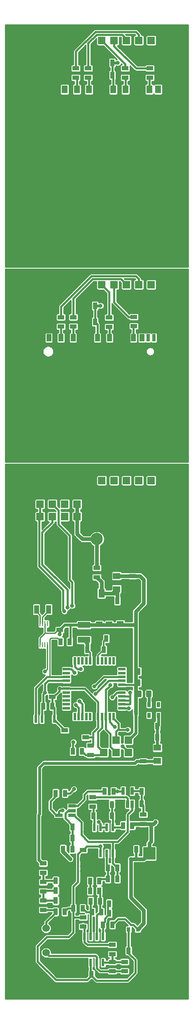
<source format=gbr>
G04 #@! TF.GenerationSoftware,KiCad,Pcbnew,(5.1.0-rc1-3-g6bb8fde48)*
G04 #@! TF.CreationDate,2019-05-06T08:53:10+02:00
G04 #@! TF.ProjectId,SPACEDOS02A_PCB01A,53504143-4544-44f5-9330-32415f504342,REV*
G04 #@! TF.SameCoordinates,Original*
G04 #@! TF.FileFunction,Copper,L2,Bot*
G04 #@! TF.FilePolarity,Positive*
%FSLAX46Y46*%
G04 Gerber Fmt 4.6, Leading zero omitted, Abs format (unit mm)*
G04 Created by KiCad (PCBNEW (5.1.0-rc1-3-g6bb8fde48)) date 2019-05-06 08:53:10*
%MOMM*%
%LPD*%
G04 APERTURE LIST*
%ADD10R,0.889000X1.397000*%
%ADD11C,2.500000*%
%ADD12R,0.250000X1.100000*%
%ADD13R,0.600000X1.550000*%
%ADD14R,1.397000X0.889000*%
%ADD15R,1.524000X1.524000*%
%ADD16R,2.499360X2.550160*%
%ADD17R,2.540000X1.270000*%
%ADD18R,1.000000X3.800000*%
%ADD19R,2.550000X3.300000*%
%ADD20R,3.800000X1.000000*%
%ADD21R,0.550000X1.500000*%
%ADD22R,1.500000X0.550000*%
%ADD23R,1.560000X0.650000*%
%ADD24R,0.650000X1.560000*%
%ADD25R,0.800000X0.900000*%
%ADD26R,1.000000X1.800000*%
%ADD27C,0.150000*%
%ADD28C,1.150000*%
%ADD29R,0.650000X1.060000*%
%ADD30R,1.300000X1.700000*%
%ADD31R,1.500000X1.300000*%
%ADD32R,3.000000X0.700000*%
%ADD33C,1.524000*%
%ADD34R,1.000000X1.000000*%
%ADD35R,1.000000X2.300000*%
%ADD36R,1.550000X1.000000*%
%ADD37R,1.000000X1.500000*%
%ADD38R,0.700000X1.500000*%
%ADD39R,1.500000X2.800000*%
%ADD40R,1.200000X1.600000*%
%ADD41R,2.500000X5.000000*%
%ADD42C,0.800000*%
%ADD43C,0.250000*%
%ADD44C,0.400000*%
%ADD45C,0.300000*%
%ADD46C,0.800000*%
%ADD47C,0.600000*%
%ADD48C,0.500000*%
%ADD49C,0.254000*%
G04 APERTURE END LIST*
D10*
X27559000Y67310000D03*
X29464000Y67310000D03*
D11*
X19050000Y26956000D03*
X19050000Y94456000D03*
D12*
X7382000Y72780000D03*
X7882000Y72780000D03*
X8382000Y72780000D03*
X8882000Y72780000D03*
X9382000Y72780000D03*
X9382000Y77080000D03*
X8882000Y77080000D03*
X8382000Y77080000D03*
X7882000Y77080000D03*
X7382000Y77080000D03*
D13*
X22345300Y35410100D03*
X21075300Y35410100D03*
X19805300Y35410100D03*
X18535300Y35410100D03*
X18535300Y30010100D03*
X19805300Y30010100D03*
X21075300Y30010100D03*
X22345300Y30010100D03*
X20313300Y13058100D03*
X19043300Y13058100D03*
X17773300Y13058100D03*
X16503300Y13058100D03*
X16503300Y7658100D03*
X17773300Y7658100D03*
X19043300Y7658100D03*
X20313300Y7658100D03*
D10*
X17963000Y5278100D03*
X16058000Y5278100D03*
D14*
X22218300Y11310600D03*
X22218300Y9405600D03*
X22218300Y7818100D03*
X22218300Y5913100D03*
X24758300Y7818100D03*
X24758300Y5913100D03*
D10*
X25583800Y10104100D03*
X27488800Y10104100D03*
D14*
X7988300Y18453100D03*
X7988300Y20358100D03*
X7988300Y22263100D03*
X7988300Y24168100D03*
X7988300Y26073100D03*
X7988300Y27978100D03*
D10*
X10591800Y24422100D03*
X12496800Y24422100D03*
X10591800Y22390100D03*
X12496800Y22390100D03*
X10591800Y20358100D03*
X12496800Y20358100D03*
X10528300Y18072100D03*
X12433300Y18072100D03*
X16122300Y18777000D03*
X14217300Y18777000D03*
D14*
X16213000Y16932000D03*
X16213000Y15027000D03*
D10*
X20313300Y15438100D03*
X22218300Y15438100D03*
X21558000Y17777000D03*
X23463000Y17777000D03*
X21558000Y19756100D03*
X23463000Y19756100D03*
X19963000Y18027000D03*
X18058000Y18027000D03*
X19678300Y20264100D03*
X17773300Y20264100D03*
X17653000Y22352000D03*
X19558000Y22352000D03*
X19558000Y24384000D03*
X17653000Y24384000D03*
D14*
X16256000Y30734000D03*
X16256000Y28829000D03*
D10*
X23234300Y24836100D03*
X21329300Y24836100D03*
X23234300Y27122100D03*
X21329300Y27122100D03*
X14026800Y30932100D03*
X12121800Y30932100D03*
X14026800Y33218100D03*
X12121800Y33218100D03*
X14026800Y35504100D03*
X12121800Y35504100D03*
X27178000Y30861000D03*
X25273000Y30861000D03*
X24440800Y35758100D03*
X26345800Y35758100D03*
D14*
X28568300Y37980600D03*
X28568300Y36075600D03*
D10*
X12502800Y42362100D03*
X10597800Y42362100D03*
X18344800Y37790100D03*
X16439800Y37790100D03*
D14*
X18154300Y39631600D03*
X18154300Y41536600D03*
D10*
X22154800Y37790100D03*
X20249800Y37790100D03*
X22154800Y40076100D03*
X20249800Y40076100D03*
X22535800Y42743100D03*
X20630800Y42743100D03*
X28250800Y40203100D03*
X30155800Y40203100D03*
X28250800Y42743100D03*
X30155800Y42743100D03*
X16002000Y50927000D03*
X14097000Y50927000D03*
D14*
X17780000Y50203100D03*
X17780000Y52108100D03*
X16750000Y53797500D03*
X16750000Y55702500D03*
X28575000Y48895000D03*
X28575000Y50800000D03*
D10*
X31496000Y53848000D03*
X29591000Y53848000D03*
X31496000Y56134000D03*
X29591000Y56134000D03*
X27559000Y65024000D03*
X29464000Y65024000D03*
D14*
X9906000Y62103000D03*
X9906000Y64008000D03*
X19050000Y86614000D03*
X19050000Y88519000D03*
D10*
X23241000Y81788000D03*
X25146000Y81788000D03*
D14*
X26416000Y86868000D03*
X26416000Y84963000D03*
D10*
X11557000Y73406000D03*
X13462000Y73406000D03*
X17081500Y71755000D03*
X15176500Y71755000D03*
D14*
X23876000Y77216000D03*
X23876000Y79121000D03*
X21590000Y77089000D03*
X21590000Y78994000D03*
X19558000Y77089000D03*
X19558000Y78994000D03*
D10*
X8001000Y60198000D03*
X9906000Y60198000D03*
D14*
X11430000Y75819000D03*
X11430000Y77724000D03*
D10*
X20447000Y71755000D03*
X18542000Y71755000D03*
X20955000Y74041000D03*
X19050000Y74041000D03*
D15*
X17526000Y99060000D03*
X17526000Y101600000D03*
X9906000Y99060000D03*
X12446000Y101600000D03*
X9906000Y101600000D03*
X12446000Y99060000D03*
X7366000Y101600000D03*
X7366000Y99060000D03*
D16*
X29838300Y30027860D03*
X29838300Y24978340D03*
D17*
X16383000Y73787000D03*
X16383000Y76835000D03*
D15*
X25514300Y50711100D03*
X25514300Y53251100D03*
X22974300Y50711100D03*
X22974300Y53251100D03*
X20434300Y50711100D03*
X20434300Y53251100D03*
D18*
X4178000Y37811000D03*
X4178000Y31811000D03*
X4178000Y25811000D03*
X4178000Y19811000D03*
X4178000Y13811000D03*
X4178000Y7811000D03*
X34478000Y37811000D03*
X34478000Y31811000D03*
X34478000Y25811000D03*
X34478000Y19811000D03*
X34478000Y13811000D03*
X34478000Y7811000D03*
D19*
X4953000Y43561000D03*
X4953000Y2061000D03*
X33703000Y43561000D03*
X33703000Y2061000D03*
D20*
X28328000Y911000D03*
X22328000Y911000D03*
X16328000Y911000D03*
X10328000Y911000D03*
X28328000Y44711000D03*
X22328000Y44711000D03*
X16328000Y44711000D03*
X10328000Y44711000D03*
D21*
X22496300Y58096100D03*
X21696300Y58096100D03*
X20896300Y58096100D03*
X20096300Y58096100D03*
X19296300Y58096100D03*
X18496300Y58096100D03*
X17696300Y58096100D03*
X16896300Y58096100D03*
X16096300Y58096100D03*
X15296300Y58096100D03*
X14496300Y58096100D03*
D22*
X12796300Y59796100D03*
X12796300Y60596100D03*
X12796300Y61396100D03*
X12796300Y62196100D03*
X12796300Y62996100D03*
X12796300Y63796100D03*
X12796300Y64596100D03*
X12796300Y65396100D03*
X12796300Y66196100D03*
X12796300Y66996100D03*
X12796300Y67796100D03*
D21*
X14496300Y69496100D03*
X15296300Y69496100D03*
X16096300Y69496100D03*
X16896300Y69496100D03*
X17696300Y69496100D03*
X18496300Y69496100D03*
X19296300Y69496100D03*
X20096300Y69496100D03*
X20896300Y69496100D03*
X21696300Y69496100D03*
X22496300Y69496100D03*
D22*
X24196300Y67796100D03*
X24196300Y66996100D03*
X24196300Y66196100D03*
X24196300Y65396100D03*
X24196300Y64596100D03*
X24196300Y63796100D03*
X24196300Y62996100D03*
X24196300Y62196100D03*
X24196300Y61396100D03*
X24196300Y60596100D03*
X24196300Y59796100D03*
D23*
X13916300Y39756100D03*
X13916300Y38806100D03*
X13916300Y37856100D03*
X11216300Y37856100D03*
X11216300Y39756100D03*
D24*
X26343300Y42823100D03*
X24443300Y42823100D03*
X24443300Y40123100D03*
X25393300Y40123100D03*
X26343300Y40123100D03*
D25*
X26536300Y16454100D03*
X25586300Y14454100D03*
X27486300Y14454100D03*
D26*
X9124000Y80010000D03*
X6624000Y80010000D03*
D27*
G36*
X28026505Y63436796D02*
G01*
X28050773Y63433196D01*
X28074572Y63427235D01*
X28097671Y63418970D01*
X28119850Y63408480D01*
X28140893Y63395868D01*
X28160599Y63381253D01*
X28178777Y63364777D01*
X28195253Y63346599D01*
X28209868Y63326893D01*
X28222480Y63305850D01*
X28232970Y63283671D01*
X28241235Y63260572D01*
X28247196Y63236773D01*
X28250796Y63212505D01*
X28252000Y63188001D01*
X28252000Y62287999D01*
X28250796Y62263495D01*
X28247196Y62239227D01*
X28241235Y62215428D01*
X28232970Y62192329D01*
X28222480Y62170150D01*
X28209868Y62149107D01*
X28195253Y62129401D01*
X28178777Y62111223D01*
X28160599Y62094747D01*
X28140893Y62080132D01*
X28119850Y62067520D01*
X28097671Y62057030D01*
X28074572Y62048765D01*
X28050773Y62042804D01*
X28026505Y62039204D01*
X28002001Y62038000D01*
X27351999Y62038000D01*
X27327495Y62039204D01*
X27303227Y62042804D01*
X27279428Y62048765D01*
X27256329Y62057030D01*
X27234150Y62067520D01*
X27213107Y62080132D01*
X27193401Y62094747D01*
X27175223Y62111223D01*
X27158747Y62129401D01*
X27144132Y62149107D01*
X27131520Y62170150D01*
X27121030Y62192329D01*
X27112765Y62215428D01*
X27106804Y62239227D01*
X27103204Y62263495D01*
X27102000Y62287999D01*
X27102000Y63188001D01*
X27103204Y63212505D01*
X27106804Y63236773D01*
X27112765Y63260572D01*
X27121030Y63283671D01*
X27131520Y63305850D01*
X27144132Y63326893D01*
X27158747Y63346599D01*
X27175223Y63364777D01*
X27193401Y63381253D01*
X27213107Y63395868D01*
X27234150Y63408480D01*
X27256329Y63418970D01*
X27279428Y63427235D01*
X27303227Y63433196D01*
X27327495Y63436796D01*
X27351999Y63438000D01*
X28002001Y63438000D01*
X28026505Y63436796D01*
X28026505Y63436796D01*
G37*
D28*
X27677000Y62738000D03*
D27*
G36*
X30076505Y63436796D02*
G01*
X30100773Y63433196D01*
X30124572Y63427235D01*
X30147671Y63418970D01*
X30169850Y63408480D01*
X30190893Y63395868D01*
X30210599Y63381253D01*
X30228777Y63364777D01*
X30245253Y63346599D01*
X30259868Y63326893D01*
X30272480Y63305850D01*
X30282970Y63283671D01*
X30291235Y63260572D01*
X30297196Y63236773D01*
X30300796Y63212505D01*
X30302000Y63188001D01*
X30302000Y62287999D01*
X30300796Y62263495D01*
X30297196Y62239227D01*
X30291235Y62215428D01*
X30282970Y62192329D01*
X30272480Y62170150D01*
X30259868Y62149107D01*
X30245253Y62129401D01*
X30228777Y62111223D01*
X30210599Y62094747D01*
X30190893Y62080132D01*
X30169850Y62067520D01*
X30147671Y62057030D01*
X30124572Y62048765D01*
X30100773Y62042804D01*
X30076505Y62039204D01*
X30052001Y62038000D01*
X29401999Y62038000D01*
X29377495Y62039204D01*
X29353227Y62042804D01*
X29329428Y62048765D01*
X29306329Y62057030D01*
X29284150Y62067520D01*
X29263107Y62080132D01*
X29243401Y62094747D01*
X29225223Y62111223D01*
X29208747Y62129401D01*
X29194132Y62149107D01*
X29181520Y62170150D01*
X29171030Y62192329D01*
X29162765Y62215428D01*
X29156804Y62239227D01*
X29153204Y62263495D01*
X29152000Y62287999D01*
X29152000Y63188001D01*
X29153204Y63212505D01*
X29156804Y63236773D01*
X29162765Y63260572D01*
X29171030Y63283671D01*
X29181520Y63305850D01*
X29194132Y63326893D01*
X29208747Y63346599D01*
X29225223Y63364777D01*
X29243401Y63381253D01*
X29263107Y63395868D01*
X29284150Y63408480D01*
X29306329Y63418970D01*
X29329428Y63427235D01*
X29353227Y63433196D01*
X29377495Y63436796D01*
X29401999Y63438000D01*
X30052001Y63438000D01*
X30076505Y63436796D01*
X30076505Y63436796D01*
G37*
D28*
X29727000Y62738000D03*
D29*
X29784000Y60536000D03*
X30734000Y60536000D03*
X31684000Y60536000D03*
X31684000Y58336000D03*
X29784000Y58336000D03*
D30*
X20010000Y83312000D03*
X16510000Y83312000D03*
D31*
X23114000Y84168000D03*
D32*
X23114000Y85518000D03*
D31*
X23114000Y86868000D03*
X31496000Y48989000D03*
D32*
X31496000Y50339000D03*
D31*
X31496000Y51689000D03*
D10*
X18669000Y142240000D03*
X16764000Y142240000D03*
X16764000Y138938000D03*
X18669000Y138938000D03*
D14*
X12446000Y53340000D03*
X12446000Y55245000D03*
X11684000Y139890500D03*
X11684000Y137985500D03*
X14224000Y137985500D03*
X14224000Y139890500D03*
X21590000Y139827000D03*
X21590000Y137922000D03*
X26670000Y138049000D03*
X26670000Y139954000D03*
D13*
X10287000Y52164000D03*
X9017000Y52164000D03*
X7747000Y52164000D03*
X6477000Y52164000D03*
X6477000Y57564000D03*
X7747000Y57564000D03*
X9017000Y57564000D03*
X10287000Y57564000D03*
D33*
X8596000Y9692000D03*
X8596000Y14692000D03*
D34*
X34454000Y46934000D03*
X34454000Y90734000D03*
X4154000Y90734000D03*
X4154000Y46934000D03*
D35*
X34454000Y48584000D03*
X4154000Y48584000D03*
D18*
X34454000Y53834000D03*
X4154000Y53834000D03*
X34454000Y59834000D03*
X4154000Y59834000D03*
X34454000Y65834000D03*
X4154000Y65834000D03*
X34454000Y71834000D03*
X4154000Y71834000D03*
X34454000Y77834000D03*
X4154000Y77834000D03*
X34454000Y83834000D03*
X4154000Y83834000D03*
D35*
X34454000Y89084000D03*
X4154000Y89084000D03*
D36*
X33179000Y46934000D03*
X33179000Y90734000D03*
D20*
X28304000Y46934000D03*
X28304000Y90734000D03*
X22304000Y46934000D03*
X22304000Y90734000D03*
X16304000Y46934000D03*
X16304000Y90734000D03*
X10304000Y46934000D03*
X10304000Y90734000D03*
D36*
X5429000Y46934000D03*
X5429000Y90734000D03*
D37*
X11667000Y135673000D03*
X14167000Y135673000D03*
X16667000Y135673000D03*
X19167000Y135673000D03*
X21667000Y135673000D03*
X24167000Y135673000D03*
X26597000Y135673000D03*
X28297000Y135673000D03*
X9167000Y135673000D03*
D38*
X29597000Y135673000D03*
X30797000Y135673000D03*
D39*
X7092000Y133873000D03*
X4892000Y112373000D03*
X32192000Y112373000D03*
X32192000Y133873000D03*
D15*
X27686000Y106426000D03*
X25146000Y106426000D03*
X30226000Y106426000D03*
X20066000Y106426000D03*
X22606000Y106426000D03*
X32766000Y106426000D03*
X14986000Y99060000D03*
X14986000Y101600000D03*
X27686000Y146558000D03*
X25146000Y146558000D03*
X30226000Y146558000D03*
X20066000Y146558000D03*
X22606000Y146558000D03*
X32766000Y146558000D03*
D10*
X22225000Y192024000D03*
X20320000Y192024000D03*
X20320000Y189484000D03*
X22225000Y189484000D03*
D15*
X27686000Y196596000D03*
X25146000Y196596000D03*
X30226000Y196596000D03*
X20066000Y196596000D03*
X22606000Y196596000D03*
X32766000Y196596000D03*
D14*
X14732000Y188976000D03*
X14732000Y190881000D03*
X17272000Y190881000D03*
X17272000Y188976000D03*
X24892000Y188976000D03*
X24892000Y190881000D03*
X29972000Y190881000D03*
X29972000Y188976000D03*
D40*
X12430000Y186568000D03*
D41*
X5095000Y183068000D03*
X5095000Y158868000D03*
D40*
X14930000Y186568000D03*
X17430000Y186568000D03*
X19930000Y186568000D03*
X22430000Y186568000D03*
X24930000Y186568000D03*
X27430000Y186568000D03*
X29860000Y186568000D03*
X31660000Y186568000D03*
D41*
X35545000Y183068000D03*
X35545000Y152868000D03*
D42*
X9906000Y83820000D03*
X32258000Y68834000D03*
X31242000Y70358000D03*
X30213300Y37503100D03*
X22218300Y12898100D03*
X23736300Y14770100D03*
X24123300Y12263100D03*
X24123300Y10706100D03*
X20313300Y10358100D03*
X18408300Y10358100D03*
X17138300Y10358100D03*
X15887735Y10357557D03*
X10160000Y2794000D03*
X14598300Y12263100D03*
X17386486Y33466286D03*
X15868300Y38933100D03*
X18408300Y33256100D03*
X16668300Y34488100D03*
X24123300Y37663100D03*
X24123300Y38933100D03*
X16503300Y39568100D03*
X20186300Y38806100D03*
X20440300Y5024100D03*
X19170300Y5024100D03*
X23996300Y9342100D03*
X21456300Y33472100D03*
X32372300Y33058100D03*
X32639000Y31369000D03*
X33896300Y34328100D03*
X33896300Y35852100D03*
X33896300Y37376100D03*
X33896300Y39154100D03*
X33896300Y40678100D03*
X32639000Y29845000D03*
X32385000Y28321000D03*
X32118300Y26708100D03*
X30848300Y27978100D03*
X29578300Y27978100D03*
X28308300Y27343100D03*
X27673300Y26073100D03*
X27673300Y24803100D03*
X27673300Y23533100D03*
X27673300Y22263100D03*
X28308300Y20993100D03*
X29578300Y19723100D03*
X30213300Y18453100D03*
X30213300Y17183100D03*
X30213300Y15278100D03*
X28943300Y14008100D03*
X28943300Y12738100D03*
X27038300Y17818100D03*
X25768300Y17818100D03*
X24713000Y17818100D03*
X24713000Y19088100D03*
X25768300Y19088100D03*
X24713000Y20277000D03*
X24498300Y21628100D03*
X24498300Y22898100D03*
X24498300Y24168100D03*
X24498300Y25438100D03*
X24498300Y26708100D03*
X23228300Y21628100D03*
X21196300Y21628100D03*
X21196300Y22898100D03*
X23228300Y22898100D03*
X23863300Y31153100D03*
X24244300Y30010100D03*
X24498300Y32423100D03*
X23863300Y34328100D03*
X28816300Y34074100D03*
X27673300Y34328100D03*
X26403300Y33693100D03*
X28816300Y32550100D03*
X28943300Y10833100D03*
X28943300Y8928100D03*
X28308300Y7658100D03*
X28308300Y5753100D03*
X27673300Y4483100D03*
X26403300Y3213100D03*
X25133300Y2578100D03*
X21958300Y2578100D03*
X20053300Y2578100D03*
X14338300Y2578100D03*
X13068300Y2578100D03*
X14224000Y6350000D03*
X13462000Y7874000D03*
X12192000Y7874000D03*
X10922000Y7874000D03*
X9652000Y7874000D03*
X13081000Y10795000D03*
X10213000Y11777000D03*
X11963000Y11777000D03*
X14338300Y10833100D03*
X13213000Y11777000D03*
X11938000Y26162000D03*
X15608300Y20993100D03*
X15608300Y22263100D03*
X16116300Y23406100D03*
X14084300Y24803100D03*
X17018000Y26416000D03*
X17018000Y27432000D03*
X16002000Y26416000D03*
X16002000Y27432000D03*
X13970000Y27432000D03*
X13208000Y26073100D03*
X10528300Y26073100D03*
X9893300Y27343100D03*
X9893300Y28613100D03*
X10528300Y29883100D03*
X10528300Y31153100D03*
X10528300Y32423100D03*
X10528300Y33693100D03*
X10528300Y34963100D03*
X9893300Y36233100D03*
X8623300Y36233100D03*
X7988300Y37503100D03*
X8623300Y40043100D03*
X12052300Y40932100D03*
X13576300Y40932100D03*
X14592300Y40932100D03*
X15608300Y41694100D03*
X15608300Y42964100D03*
X16624300Y43726100D03*
X20307300Y54775100D03*
X7366000Y5080000D03*
X6350000Y6096000D03*
X5842000Y7620000D03*
X5842000Y10160000D03*
X6604000Y11938000D03*
X7480300Y13246100D03*
X8522339Y38787523D03*
X10839993Y40874407D03*
X22720300Y60490100D03*
X30734000Y68834000D03*
X10668000Y81026000D03*
X6604000Y84582000D03*
X18288000Y66548000D03*
X20066000Y67056000D03*
X19304000Y66294000D03*
X14732000Y7874000D03*
X14224000Y5080000D03*
X8382000Y7874000D03*
X9906000Y6604000D03*
X10922000Y5334000D03*
X12700000Y5080000D03*
X15494000Y2540000D03*
X16764000Y2540000D03*
X18034000Y2540000D03*
X8636000Y3810000D03*
X10414000Y13970000D03*
X11684000Y13970000D03*
X12954000Y13970000D03*
X6604000Y14732000D03*
X6858000Y16002000D03*
X7874000Y17018000D03*
X11430000Y16510000D03*
X10922000Y15240000D03*
X6096000Y18288000D03*
X6096000Y19812000D03*
X6096000Y21082000D03*
X6096000Y22352000D03*
X6096000Y23622000D03*
X6096000Y25654000D03*
X6096000Y27178000D03*
X11176000Y27686000D03*
X12700000Y27432000D03*
X23876000Y2578100D03*
X29464000Y72644000D03*
X30226000Y74930000D03*
X30734000Y76200000D03*
X31496000Y77724000D03*
X31242000Y78994000D03*
X9652000Y89408000D03*
X10922000Y88138000D03*
X12192000Y86868000D03*
X12446000Y89662000D03*
X9398000Y95504000D03*
X10160000Y96266000D03*
X11684000Y94996000D03*
X11684000Y92964000D03*
X6858000Y87122000D03*
X8128000Y85852000D03*
X6604000Y82296000D03*
X8382000Y82296000D03*
X7366000Y71120000D03*
X7366000Y69088000D03*
X10414000Y71120000D03*
X10414000Y68580000D03*
X14732000Y65024000D03*
X16256000Y65024000D03*
X21590000Y67564000D03*
X18796000Y75692000D03*
X20066000Y75692000D03*
X21336000Y75692000D03*
X17780000Y78740000D03*
X21336000Y85344000D03*
X21082000Y87630000D03*
X28448000Y88392000D03*
X30226000Y88392000D03*
X30480000Y86614000D03*
X30480000Y84328000D03*
X25908000Y57150000D03*
X28448000Y60960000D03*
X31750000Y62992000D03*
X31750000Y65532000D03*
X31750000Y67310000D03*
X6350000Y49276000D03*
X7620000Y50292000D03*
X9652000Y50292000D03*
X11684000Y50292000D03*
X32766000Y104648000D03*
X32766000Y103378000D03*
X32766000Y102108000D03*
X19558000Y102108000D03*
X19558000Y100584000D03*
X19558000Y98552000D03*
X5080000Y101854000D03*
X5080000Y100076000D03*
X5080000Y98044000D03*
X17780000Y92202000D03*
X17780000Y89916000D03*
X18288000Y60198000D03*
X16256000Y62484000D03*
X11430000Y57658000D03*
X29210000Y52324000D03*
X28194000Y54610000D03*
X28194000Y56388000D03*
X30226000Y38608000D03*
X26670000Y37592000D03*
X16002000Y49530000D03*
X14224000Y55880000D03*
X17780000Y80772000D03*
X17780000Y85852000D03*
X19431000Y36449000D03*
X12007568Y38831203D03*
X14224000Y52832000D03*
X12353395Y79666929D03*
X8382000Y67310000D03*
X8382000Y62992000D03*
X25400000Y55372000D03*
X21844000Y64516000D03*
X24371300Y51981100D03*
X22720300Y55918100D03*
X15494000Y61214000D03*
X13970002Y80772000D03*
X14732000Y60452000D03*
X12972133Y80452541D03*
X26028300Y28900100D03*
X13582300Y28900100D03*
X31115000Y36449000D03*
X27033000Y59073004D03*
X11430000Y74930000D03*
X11430000Y63796100D03*
X19812000Y31496000D03*
X18542002Y64262000D03*
X14338300Y43218100D03*
X18796000Y62738000D03*
X23228300Y42743100D03*
X22212300Y62014100D03*
X25908000Y62992000D03*
X25654000Y59796100D03*
X15748000Y67818000D03*
X14478000Y67056000D03*
X19812000Y142240000D03*
X23368000Y192024000D03*
D43*
X24123300Y10358100D02*
X20313300Y10358100D01*
X24123300Y10358100D02*
X24123300Y12263100D01*
X18408300Y10358100D02*
X20313300Y10358100D01*
X17137757Y10357557D02*
X17138300Y10358100D01*
X15887735Y10357557D02*
X17137757Y10357557D01*
D44*
X16503300Y39568100D02*
X15868300Y38933100D01*
X16503300Y34653100D02*
X16668300Y34488100D01*
X16503300Y39568100D02*
X16503300Y34653100D01*
X24443300Y39253100D02*
X24123300Y38933100D01*
X24443300Y40123100D02*
X24443300Y39253100D01*
X16439800Y39504600D02*
X16503300Y39568100D01*
X16439800Y37790100D02*
X16439800Y39504600D01*
D43*
X20249800Y38869600D02*
X20186300Y38806100D01*
X20249800Y40076100D02*
X20249800Y38869600D01*
X24123300Y9792415D02*
X24250300Y9665415D01*
X24123300Y10358100D02*
X24123300Y9792415D01*
X25223803Y9080599D02*
X26028300Y8276102D01*
X24250300Y9665415D02*
X24835116Y9080599D01*
X24835116Y9080599D02*
X25223803Y9080599D01*
X26028300Y8276102D02*
X26028300Y5385576D01*
X26028300Y5385576D02*
X25412824Y4770100D01*
X20694300Y4770100D02*
X20440300Y5024100D01*
X23996300Y4770100D02*
X20694300Y4770100D01*
X23996300Y4770100D02*
X19170300Y4770100D01*
X25412824Y4770100D02*
X23996300Y4770100D01*
X24123300Y10358100D02*
X24123300Y9469100D01*
X24123300Y9469100D02*
X23996300Y9342100D01*
X21112299Y33128099D02*
X21456300Y33472100D01*
X19101986Y33128099D02*
X21112299Y33128099D01*
X18408300Y33256100D02*
X18973985Y33256100D01*
X18973985Y33256100D02*
X19101986Y33128099D01*
D44*
X20434300Y53251100D02*
X20434300Y54648100D01*
X20434300Y54648100D02*
X20307300Y54775100D01*
X10198300Y44812100D02*
X11598300Y44812100D01*
X8912289Y40897774D02*
X8912289Y43526089D01*
X8623300Y40608785D02*
X8912289Y40897774D01*
X8912289Y43526089D02*
X10198300Y44812100D01*
X8623300Y40043100D02*
X8623300Y40608785D01*
D43*
X9647315Y11777000D02*
X9529310Y11658995D01*
X10213000Y11777000D02*
X9647315Y11777000D01*
X7874000Y7874000D02*
X8382000Y7874000D01*
X7508999Y8239001D02*
X7874000Y7874000D01*
X7508999Y10539989D02*
X7508999Y8239001D01*
X10213000Y11777000D02*
X8746010Y11777000D01*
X8746010Y11777000D02*
X7508999Y10539989D01*
D44*
X18725800Y27376100D02*
X18725800Y27122100D01*
X10494100Y64596100D02*
X9906000Y64008000D01*
X12796300Y64596100D02*
X10494100Y64596100D01*
X22218300Y9405600D02*
X22218300Y7818100D01*
X20313300Y7658100D02*
X22058300Y7658100D01*
X22058300Y7658100D02*
X22218300Y7818100D01*
X24758300Y7818100D02*
X22218300Y7818100D01*
X21329300Y17724100D02*
X21329300Y19756100D01*
X20313300Y15438100D02*
X20313300Y15692100D01*
X20313300Y15692100D02*
X20694300Y16073100D01*
X20694300Y16073100D02*
X20694300Y16708100D01*
X21329300Y17343100D02*
X20694300Y16708100D01*
X21329300Y17724100D02*
X21329300Y17343100D01*
X20313300Y13058100D02*
X20313300Y15438100D01*
X22345300Y35410100D02*
X24092800Y35410100D01*
X24092800Y35410100D02*
X24440800Y35758100D01*
X22154800Y37790100D02*
X22154800Y40076100D01*
X22345300Y35410100D02*
X22345300Y37599600D01*
X22345300Y37599600D02*
X22154800Y37790100D01*
X14026800Y33218100D02*
X14026800Y35504100D01*
X14026800Y30932100D02*
X14026800Y33218100D01*
X12566300Y38250386D02*
X13122014Y38806100D01*
X12566300Y37218600D02*
X12566300Y38250386D01*
X14026800Y35758100D02*
X12566300Y37218600D01*
X14026800Y35504100D02*
X14026800Y35758100D01*
X13122014Y38806100D02*
X13916300Y38806100D01*
X28568300Y37980600D02*
X28568300Y39885600D01*
X28568300Y39885600D02*
X28250800Y40203100D01*
X28250800Y40203100D02*
X28250800Y42743100D01*
X26343300Y42823100D02*
X28170800Y42823100D01*
X28170800Y42823100D02*
X28250800Y42743100D01*
X22218300Y11310600D02*
X17075800Y11310600D01*
X17075800Y11310600D02*
X16503300Y11883100D01*
X16503300Y13058100D02*
X16503300Y11883100D01*
X16503300Y13058100D02*
X16503300Y15120600D01*
X16503300Y15120600D02*
X16185800Y15438100D01*
X19043300Y13058100D02*
X19043300Y17343100D01*
X19043300Y17343100D02*
X19678300Y17978100D01*
X19678300Y20264100D02*
X19678300Y17978100D01*
X19551300Y20391100D02*
X19678300Y20264100D01*
X19678300Y22231700D02*
X19558000Y22352000D01*
X19678300Y20264100D02*
X19678300Y22231700D01*
X17773300Y17978100D02*
X17773300Y20264100D01*
X17773300Y13058100D02*
X17773300Y17978100D01*
X16872300Y18027000D02*
X16122300Y18777000D01*
X18058000Y18027000D02*
X16872300Y18027000D01*
X17653000Y24384000D02*
X17653000Y22352000D01*
X15868300Y33853100D02*
X17265300Y32456100D01*
X17265300Y32456100D02*
X18408300Y32456100D01*
X15868300Y36359100D02*
X15868300Y33853100D01*
X14371300Y37856100D02*
X15868300Y36359100D01*
X22218300Y32456100D02*
X18408300Y32456100D01*
X23361300Y32456100D02*
X22218300Y32456100D01*
X22345300Y32329100D02*
X22218300Y32456100D01*
X25393300Y34488100D02*
X24123300Y33218100D01*
X24123300Y33218100D02*
X23361300Y32456100D01*
X25393300Y37993100D02*
X25393300Y34488100D01*
X26343300Y38943100D02*
X25393300Y37993100D01*
X26343300Y40123100D02*
X26343300Y38943100D01*
X14371300Y37856100D02*
X13916300Y37856100D01*
X23234300Y24836100D02*
X23234300Y27122100D01*
X22345300Y28011100D02*
X23234300Y27122100D01*
X22345300Y32329100D02*
X22345300Y28011100D01*
X21329300Y24836100D02*
X21329300Y27122100D01*
X19551300Y24836100D02*
X21329300Y24836100D01*
X21075300Y27376100D02*
X21329300Y27122100D01*
X21075300Y30010100D02*
X21075300Y27376100D01*
X18344800Y37790100D02*
X18344800Y39441100D01*
X18344800Y39441100D02*
X18154300Y39631600D01*
X18535300Y35410100D02*
X18535300Y37599600D01*
X18535300Y37599600D02*
X18344800Y37790100D01*
X15096300Y39756100D02*
X16503300Y41163100D01*
X13916300Y39756100D02*
X15096300Y39756100D01*
X16503300Y41163100D02*
X16503300Y42108100D01*
X16503300Y42108100D02*
X17138300Y42743100D01*
X17138300Y42743100D02*
X20630800Y42743100D01*
X18154300Y41536600D02*
X25159800Y41536600D01*
X25159800Y41536600D02*
X25393300Y41303100D01*
X25393300Y41303100D02*
X25393300Y40123100D01*
X7988300Y20358100D02*
X7988300Y22263100D01*
X7988300Y20358100D02*
X10591800Y20358100D01*
X8115300Y22390100D02*
X7988300Y22263100D01*
X10591800Y22390100D02*
X8115300Y22390100D01*
X24758300Y5913100D02*
X22218300Y5913100D01*
X19043300Y6548100D02*
X19678300Y5913100D01*
X19043300Y7658100D02*
X19043300Y6548100D01*
X19678300Y5913100D02*
X22218300Y5913100D01*
X9199900Y9088100D02*
X8596000Y9692000D01*
X18788300Y9088100D02*
X9199900Y9088100D01*
X19043300Y7658100D02*
X19043300Y8833100D01*
X19043300Y8833100D02*
X18788300Y9088100D01*
X10147300Y18453100D02*
X10528300Y18072100D01*
X7988300Y18453100D02*
X10147300Y18453100D01*
X10528300Y18072100D02*
X10528300Y17894300D01*
X8596000Y15962000D02*
X8596000Y14692000D01*
X10528300Y17894300D02*
X8596000Y15962000D01*
X21075300Y35410100D02*
X19805300Y35410100D01*
X10761300Y37856100D02*
X9512300Y39105100D01*
X11216300Y37856100D02*
X10761300Y37856100D01*
X9512300Y39105100D02*
X9512300Y39154092D01*
X10597800Y42362100D02*
X10597800Y41763600D01*
X10597800Y41763600D02*
X9512300Y40678100D01*
X9512300Y40678100D02*
X9512300Y39154092D01*
X19805300Y36074700D02*
X19431000Y36449000D01*
X19805300Y35410100D02*
X19805300Y36074700D01*
X11466403Y38831203D02*
X12007568Y38831203D01*
X11216300Y38581100D02*
X11466403Y38831203D01*
X11216300Y37856100D02*
X11216300Y38581100D01*
D45*
X17696300Y71140200D02*
X17081500Y71755000D01*
X17696300Y69496100D02*
X17696300Y71140200D01*
D46*
X17081500Y73088500D02*
X16383000Y73787000D01*
X17081500Y71755000D02*
X17081500Y73088500D01*
D44*
X13970000Y50800000D02*
X14097000Y50927000D01*
X14097000Y50927000D02*
X14097000Y52705000D01*
X14097000Y52705000D02*
X14224000Y52832000D01*
X12086461Y79933863D02*
X12353395Y79666929D01*
X12086461Y83968461D02*
X12086461Y79933863D01*
X7197998Y88856924D02*
X12086461Y83968461D01*
X7197998Y98383998D02*
X7197998Y88856924D01*
X7366000Y98552000D02*
X7197998Y98383998D01*
X7366000Y99060000D02*
X7366000Y98552000D01*
X7366000Y99060000D02*
X7366000Y101600000D01*
X19272299Y54926641D02*
X19272299Y51873101D01*
X20096300Y58096100D02*
X20096300Y55750642D01*
X20096300Y55750642D02*
X19272299Y54926641D01*
X19272299Y51873101D02*
X20434300Y50711100D01*
X19926300Y50203100D02*
X20434300Y50711100D01*
X18148300Y50203100D02*
X19926300Y50203100D01*
X16725900Y50203100D02*
X16002000Y50927000D01*
X17780000Y50203100D02*
X16725900Y50203100D01*
D43*
X8882000Y72780000D02*
X8882000Y67810000D01*
X8882000Y67810000D02*
X8382000Y67310000D01*
D44*
X8382000Y64770000D02*
X8382000Y62992000D01*
X9008100Y65396100D02*
X8382000Y64770000D01*
X9008100Y65396100D02*
X12796300Y65396100D01*
X8001000Y62611000D02*
X8382000Y62992000D01*
X8001000Y60198000D02*
X8001000Y62611000D01*
X7747000Y59944000D02*
X8001000Y60198000D01*
X7747000Y57564000D02*
X7747000Y59944000D01*
X11646300Y66196100D02*
X12796300Y66196100D01*
X6477000Y63925544D02*
X8747556Y66196100D01*
X6477000Y57564000D02*
X6477000Y63925544D01*
D43*
X9382000Y66278000D02*
X9300100Y66196100D01*
D44*
X8747556Y66196100D02*
X9300100Y66196100D01*
X9300100Y66196100D02*
X11646300Y66196100D01*
D43*
X9382000Y71390000D02*
X9382000Y66278000D01*
X9382000Y72780000D02*
X9382000Y71390000D01*
X9382000Y72780000D02*
X9382000Y73898000D01*
X9382000Y73898000D02*
X9652000Y74168000D01*
X11557000Y73533000D02*
X10922000Y74168000D01*
X11557000Y73406000D02*
X11557000Y73533000D01*
X9652000Y74168000D02*
X10922000Y74168000D01*
D44*
X23520301Y55534099D02*
X23520301Y56597099D01*
X22974300Y53251100D02*
X22974300Y54988098D01*
X23682400Y55372000D02*
X23520301Y55534099D01*
X25400000Y55372000D02*
X23682400Y55372000D01*
X22496300Y57621100D02*
X23520301Y56597099D01*
X22496300Y58096100D02*
X22496300Y57621100D01*
X23358202Y55372000D02*
X23236101Y55249899D01*
X25400000Y55372000D02*
X23358202Y55372000D01*
X22974300Y54988098D02*
X23236101Y55249899D01*
X23236101Y55249899D02*
X23520301Y55534099D01*
X14224000Y139890500D02*
X14224000Y143764000D01*
X18180001Y147720001D02*
X23983999Y147720001D01*
X14224000Y143764000D02*
X18180001Y147720001D01*
X23983999Y147720001D02*
X25146000Y146558000D01*
X25146000Y196850000D02*
X25146000Y196596000D01*
X24237999Y197758001D02*
X25146000Y196850000D01*
X18983999Y197758001D02*
X24237999Y197758001D01*
X17272000Y190881000D02*
X17272000Y196046002D01*
X17272000Y196046002D02*
X18983999Y197758001D01*
X21812299Y54540101D02*
X21812299Y51873101D01*
X20896300Y55456100D02*
X21812299Y54540101D01*
X20896300Y58096100D02*
X20896300Y55456100D01*
X21812299Y51873101D02*
X22974300Y50711100D01*
X20896300Y63568300D02*
X21444001Y64116001D01*
X21444001Y64116001D02*
X21844000Y64516000D01*
X20896300Y58096100D02*
X20896300Y63568300D01*
X21590000Y145034000D02*
X20066000Y146558000D01*
X21590000Y139827000D02*
X21590000Y145034000D01*
X20066000Y196551500D02*
X20066000Y196596000D01*
X24892000Y191725500D02*
X20066000Y196551500D01*
X24892000Y190881000D02*
X24892000Y191725500D01*
X25514300Y50711100D02*
X25514300Y50838100D01*
X25514300Y50838100D02*
X24371300Y51981100D01*
X22320301Y56318099D02*
X22720300Y55918100D01*
X21696300Y56942100D02*
X22320301Y56318099D01*
X21696300Y58096100D02*
X21696300Y56942100D01*
X22606000Y145396000D02*
X22606000Y146558000D01*
X22606000Y142919500D02*
X22606000Y145396000D01*
X25571500Y139954000D02*
X22606000Y142919500D01*
X26670000Y139954000D02*
X25571500Y139954000D01*
X22606000Y195434000D02*
X22606000Y196596000D01*
X27159000Y190881000D02*
X22606000Y195434000D01*
X29972000Y190881000D02*
X27159000Y190881000D01*
X16096300Y58096100D02*
X16096300Y60611700D01*
X16096300Y60611700D02*
X15494000Y61214000D01*
X13970002Y81337685D02*
X13970002Y80772000D01*
X11176000Y100330000D02*
X11176000Y97476542D01*
X9906000Y101600000D02*
X11176000Y100330000D01*
X13462000Y86106004D02*
X13970002Y85598002D01*
X13462000Y95190542D02*
X13462000Y86106004D01*
X11176000Y97476542D02*
X13462000Y95190542D01*
X13970002Y85598002D02*
X13970002Y81337685D01*
X15296300Y59887700D02*
X14732000Y60452000D01*
X15296300Y58096100D02*
X15296300Y59887700D01*
X9906000Y97898000D02*
X9906000Y99060000D01*
X7798008Y95790008D02*
X9906000Y97898000D01*
X7798008Y89229992D02*
X7798008Y95790008D01*
X12972133Y84055867D02*
X7798008Y89229992D01*
X12972133Y80452541D02*
X12972133Y84055867D01*
D43*
X6624000Y79610000D02*
X6624000Y80010000D01*
X7382000Y78852000D02*
X6624000Y79610000D01*
X7382000Y77080000D02*
X7382000Y78852000D01*
X9124000Y80010000D02*
X9124000Y79736000D01*
X7882000Y78494000D02*
X7882000Y77080000D01*
X9124000Y79736000D02*
X7882000Y78494000D01*
D44*
X22218300Y15438100D02*
X23405799Y16625599D01*
X23405799Y16625599D02*
X24840801Y16625599D01*
X24840801Y16625599D02*
X26028300Y15438100D01*
X26028300Y15438100D02*
X26552300Y15438100D01*
D46*
X28568300Y36075600D02*
X26663300Y36075600D01*
X26663300Y36075600D02*
X26345800Y35758100D01*
X28710540Y28900100D02*
X29838300Y30027860D01*
X26028300Y28900100D02*
X26028300Y21026100D01*
X12121800Y30360600D02*
X13582300Y28900100D01*
X12121800Y30932100D02*
X12121800Y30360600D01*
X26028300Y21026100D02*
X28686300Y18368100D01*
X28686300Y18368100D02*
X28686300Y15704100D01*
X28686300Y15704100D02*
X27486300Y14504100D01*
X27486300Y14504100D02*
X27486300Y14454100D01*
D44*
X27486300Y14504100D02*
X26552300Y15438100D01*
X19296300Y58096100D02*
X19296300Y59682098D01*
X18275300Y54778184D02*
X18275300Y53759100D01*
X19296300Y55799184D02*
X18275300Y54778184D01*
X19296300Y58096100D02*
X19296300Y55799184D01*
X18275300Y52235100D02*
X18148300Y52108100D01*
X18275300Y53759100D02*
X18275300Y52235100D01*
D46*
X30741600Y36075600D02*
X31115000Y36449000D01*
X30233600Y32498240D02*
X30233600Y36075600D01*
X29838300Y32102940D02*
X30233600Y32498240D01*
X29838300Y30027860D02*
X29838300Y32102940D01*
X28568300Y36075600D02*
X30233600Y36075600D01*
X30233600Y36075600D02*
X30741600Y36075600D01*
D47*
X27033000Y54719000D02*
X27033000Y58547000D01*
X25514300Y53251100D02*
X25565100Y53251100D01*
X25565100Y53251100D02*
X27033000Y54719000D01*
D45*
X27051000Y76835000D02*
X27114500Y76771500D01*
D46*
X16383000Y76835000D02*
X23241000Y76835000D01*
X23241000Y76835000D02*
X27051000Y76835000D01*
D45*
X19296300Y60746100D02*
X19296300Y59682098D01*
D44*
X26843900Y64596100D02*
X27189001Y64250999D01*
X24196300Y64596100D02*
X26843900Y64596100D01*
X12796300Y63796100D02*
X16552100Y63796100D01*
X19296300Y61051900D02*
X19296300Y60746100D01*
X16552100Y63796100D02*
X19296300Y61051900D01*
X19296300Y59246100D02*
X19296300Y58096100D01*
X19296300Y60846100D02*
X19296300Y59246100D01*
D46*
X26028300Y28900100D02*
X27233900Y28900100D01*
X27233900Y28900100D02*
X28710540Y28900100D01*
D48*
X27178000Y28956000D02*
X27233900Y28900100D01*
X27178000Y30861000D02*
X27178000Y28956000D01*
D44*
X10287000Y57404000D02*
X12446000Y55245000D01*
X10287000Y57564000D02*
X10287000Y57404000D01*
X11726100Y63796100D02*
X11895900Y63796100D01*
X12796300Y63796100D02*
X11895900Y63796100D01*
X18236900Y53797500D02*
X18275300Y53759100D01*
X16750000Y53797500D02*
X18236900Y53797500D01*
D43*
X7382000Y72780000D02*
X7382000Y74184000D01*
X8382000Y75184000D02*
X8382000Y77080000D01*
X7382000Y74184000D02*
X8382000Y75184000D01*
X8382000Y75184000D02*
X10160000Y75184000D01*
X10160000Y75184000D02*
X10414000Y75184000D01*
X11430000Y75819000D02*
X11049000Y75819000D01*
X11049000Y75819000D02*
X10414000Y75184000D01*
D44*
X9906000Y60198000D02*
X9906000Y62103000D01*
X10287000Y59817000D02*
X9906000Y60198000D01*
X10287000Y57564000D02*
X10287000Y59817000D01*
D46*
X23114000Y86868000D02*
X26416000Y86868000D01*
X26416000Y86868000D02*
X26670000Y86868000D01*
X26670000Y86868000D02*
X27940000Y86868000D01*
X27940000Y86868000D02*
X28702000Y86106000D01*
X27033000Y62593000D02*
X27033000Y62085000D01*
X27033000Y58547000D02*
X27033000Y59073004D01*
X27033000Y62085000D02*
X27033000Y60815000D01*
X27033000Y60815000D02*
X27033000Y59073004D01*
X27033000Y65423000D02*
X27033000Y66657000D01*
X27033000Y79611000D02*
X28702000Y81280000D01*
X28702000Y86106000D02*
X28702000Y81280000D01*
D47*
X27142000Y67310000D02*
X27033000Y67201000D01*
X27559000Y67310000D02*
X27142000Y67310000D01*
D46*
X27033000Y66657000D02*
X27033000Y67201000D01*
X27033000Y67201000D02*
X27033000Y79611000D01*
D47*
X27178000Y65024000D02*
X27033000Y64879000D01*
X27559000Y65024000D02*
X27178000Y65024000D01*
D46*
X27033000Y63137000D02*
X27033000Y64879000D01*
X27033000Y64879000D02*
X27033000Y65423000D01*
D47*
X27142000Y62738000D02*
X27033000Y62629000D01*
X27677000Y62738000D02*
X27142000Y62738000D01*
D46*
X27033000Y62085000D02*
X27033000Y62629000D01*
X27033000Y62629000D02*
X27033000Y63137000D01*
D47*
X12446000Y76835000D02*
X11430000Y75819000D01*
D44*
X13589000Y73787000D02*
X13589000Y76835000D01*
X13462000Y73660000D02*
X13589000Y73787000D01*
X13462000Y73406000D02*
X13462000Y73660000D01*
D47*
X16383000Y76835000D02*
X13589000Y76835000D01*
X13589000Y76835000D02*
X12446000Y76835000D01*
X11430000Y75819000D02*
X11430000Y74930000D01*
D44*
X11303000Y63246000D02*
X11303000Y63373000D01*
X10160000Y62103000D02*
X11303000Y63246000D01*
X9906000Y62103000D02*
X10160000Y62103000D01*
X11303000Y63669100D02*
X11430000Y63796100D01*
X11303000Y63373000D02*
X11303000Y63669100D01*
X7988300Y24168100D02*
X7988300Y26073100D01*
X8242300Y24422100D02*
X7988300Y24168100D01*
X10591800Y24422100D02*
X8242300Y24422100D01*
D47*
X31684000Y56322000D02*
X31496000Y56134000D01*
X31684000Y58336000D02*
X31684000Y56322000D01*
X31496000Y56134000D02*
X31496000Y53848000D01*
X31496000Y51689000D02*
X31496000Y53848000D01*
X7835900Y27978100D02*
X7988300Y27978100D01*
X8128000Y48514000D02*
X7239000Y47625000D01*
X7239000Y47625000D02*
X7239000Y38085802D01*
X7239000Y38085802D02*
X7088299Y37935101D01*
X7088299Y37935101D02*
X7088299Y28725701D01*
X7088299Y28725701D02*
X7835900Y27978100D01*
X26895500Y48514000D02*
X26670000Y48514000D01*
X27276500Y48895000D02*
X26895500Y48514000D01*
X28575000Y48895000D02*
X27276500Y48895000D01*
X26670000Y48514000D02*
X8128000Y48514000D01*
X31402000Y48895000D02*
X31496000Y48989000D01*
X28575000Y48895000D02*
X31402000Y48895000D01*
X29784000Y62681000D02*
X29727000Y62738000D01*
X29784000Y60536000D02*
X29784000Y62681000D01*
D44*
X25583800Y10104100D02*
X25583800Y9582600D01*
X25583800Y9582600D02*
X26983300Y8183100D01*
X25393300Y4008100D02*
X26983300Y5598100D01*
X26983300Y5598100D02*
X26983300Y8183100D01*
X14217300Y23270102D02*
X14217300Y19076600D01*
X17773300Y6294100D02*
X17773300Y5913100D01*
X17773300Y7658100D02*
X17773300Y6294100D01*
X25583800Y14451600D02*
X25586300Y14454100D01*
X25583800Y10104100D02*
X25583800Y14451600D01*
X18979000Y4008100D02*
X17963000Y5024100D01*
X20194100Y4008100D02*
X18979000Y4008100D01*
X20194100Y4008100D02*
X25393300Y4008100D01*
X17963000Y5024100D02*
X17963000Y5278100D01*
X13138200Y18777000D02*
X12433300Y18072100D01*
X14217300Y18777000D02*
X13138200Y18777000D01*
X14316600Y16932000D02*
X16213000Y16932000D01*
X14217300Y17031300D02*
X14316600Y16932000D01*
X14217300Y18777000D02*
X14217300Y17031300D01*
X17041000Y4102100D02*
X17963000Y5024100D01*
X10629900Y4102100D02*
X17041000Y4102100D01*
X14217300Y13894576D02*
X13225825Y12903101D01*
X14217300Y17031300D02*
X14217300Y13894576D01*
X13225825Y12903101D02*
X8753103Y12903101D01*
X8753103Y12903101D02*
X6858000Y11007998D01*
X6858000Y11007998D02*
X6858000Y7874000D01*
X6858000Y7874000D02*
X10629900Y4102100D01*
X19812000Y30016800D02*
X19805300Y30010100D01*
X19812000Y31496000D02*
X19812000Y30016800D01*
X17018000Y31496000D02*
X16256000Y30734000D01*
X19812000Y31496000D02*
X17018000Y31496000D01*
X15157499Y24210301D02*
X14217300Y23270102D01*
X15157499Y29889499D02*
X15157499Y24210301D01*
X16002000Y30734000D02*
X15157499Y29889499D01*
X16256000Y30734000D02*
X16002000Y30734000D01*
X24196300Y66196100D02*
X20476102Y66196100D01*
X20476102Y66196100D02*
X18942001Y64661999D01*
X18942001Y64661999D02*
X18542002Y64262000D01*
X12502800Y42362100D02*
X13482300Y42362100D01*
X13482300Y42362100D02*
X14338300Y43218100D01*
X22662298Y65396100D02*
X23232100Y65396100D01*
X18796000Y62738000D02*
X19265999Y63207999D01*
X24196300Y65396100D02*
X23232100Y65396100D01*
X23232100Y65396100D02*
X22714928Y65396100D01*
X21454100Y65396100D02*
X18796000Y62738000D01*
X24196300Y65396100D02*
X21454100Y65396100D01*
D45*
X19296300Y70604300D02*
X20447000Y71755000D01*
X19296300Y69496100D02*
X19296300Y70604300D01*
X20447000Y73533000D02*
X20955000Y74041000D01*
X20447000Y71755000D02*
X20447000Y73533000D01*
D46*
X20010000Y85654000D02*
X19050000Y86614000D01*
X20010000Y83312000D02*
X20010000Y85654000D01*
X22258000Y83312000D02*
X23114000Y84168000D01*
X20010000Y83312000D02*
X22258000Y83312000D01*
X23241000Y84041000D02*
X23114000Y84168000D01*
X23114000Y83312000D02*
X23241000Y83185000D01*
X22258000Y83312000D02*
X23114000Y83312000D01*
X23241000Y81788000D02*
X23241000Y83185000D01*
X23241000Y83185000D02*
X23241000Y84041000D01*
X14986000Y101600000D02*
X14986000Y99060000D01*
X14986000Y99060000D02*
X14986000Y95504000D01*
X16034000Y94456000D02*
X19050000Y94456000D01*
X14986000Y95504000D02*
X16034000Y94456000D01*
X19050000Y94456000D02*
X19050000Y88519000D01*
D44*
X24363300Y42743100D02*
X24443300Y42823100D01*
X22535800Y42743100D02*
X23228300Y42743100D01*
X23228300Y42743100D02*
X24363300Y42743100D01*
X23194300Y62996100D02*
X22212300Y62014100D01*
X24196300Y62996100D02*
X23194300Y62996100D01*
X24196300Y61396100D02*
X25346300Y61396100D01*
X25908000Y62230000D02*
X25908000Y62992000D01*
X25874100Y62196100D02*
X24196300Y62196100D01*
X25908000Y62230000D02*
X25874100Y62196100D01*
X25582100Y61396100D02*
X24196300Y61396100D01*
X25908000Y61722000D02*
X25908000Y62230000D01*
X25908000Y61468000D02*
X25908000Y61722000D01*
X25836100Y61396100D02*
X25908000Y61468000D01*
X24196300Y61396100D02*
X25836100Y61396100D01*
X24196300Y60596100D02*
X25798100Y60596100D01*
X25908000Y60706000D02*
X25908000Y61468000D01*
X25798100Y60596100D02*
X25908000Y60706000D01*
X24196300Y59796100D02*
X25654000Y59796100D01*
X27686000Y147720000D02*
X27686000Y146558000D01*
X27085990Y148320010D02*
X27686000Y147720000D01*
X17931468Y148320010D02*
X27085990Y148320010D01*
X11684000Y142072542D02*
X17931468Y148320010D01*
X11684000Y139890500D02*
X11684000Y142072542D01*
X27686000Y197758000D02*
X27686000Y196596000D01*
X27085989Y198358011D02*
X27686000Y197758000D01*
X18735467Y198358011D02*
X27085989Y198358011D01*
X14732000Y194354544D02*
X18735467Y198358011D01*
X14732000Y190881000D02*
X14732000Y194354544D01*
X11667000Y137968500D02*
X11684000Y137985500D01*
X11667000Y135673000D02*
X11667000Y137968500D01*
X14167000Y137928500D02*
X14224000Y137985500D01*
X14167000Y135673000D02*
X14167000Y137928500D01*
X21667000Y137845000D02*
X21590000Y137922000D01*
X21667000Y135673000D02*
X21667000Y137845000D01*
X26597000Y137976000D02*
X26670000Y138049000D01*
X26597000Y135673000D02*
X26597000Y137976000D01*
X15024400Y67818000D02*
X15748000Y67818000D01*
X14496300Y69496100D02*
X14496300Y68346100D01*
X14496300Y68346100D02*
X15024400Y67818000D01*
X12796300Y67796100D02*
X13737900Y67796100D01*
X13737900Y67796100D02*
X14478000Y67056000D01*
X19167000Y138440000D02*
X18669000Y138938000D01*
X19167000Y135673000D02*
X19167000Y138440000D01*
X18669000Y138938000D02*
X18669000Y142240000D01*
D47*
X18669000Y142240000D02*
X19812000Y142240000D01*
D44*
X22430000Y189279000D02*
X22225000Y189484000D01*
X22430000Y186568000D02*
X22430000Y189279000D01*
X22225000Y189484000D02*
X22225000Y192024000D01*
D47*
X22225000Y192024000D02*
X23368000Y192024000D01*
D44*
X14930000Y188778000D02*
X14732000Y188976000D01*
X14930000Y186568000D02*
X14930000Y188778000D01*
X17430000Y188818000D02*
X17272000Y188976000D01*
X17430000Y186568000D02*
X17430000Y188818000D01*
X24930000Y188938000D02*
X24892000Y188976000D01*
X24930000Y186568000D02*
X24930000Y188938000D01*
X29860000Y188864000D02*
X29972000Y188976000D01*
X29860000Y186568000D02*
X29860000Y188864000D01*
D49*
G36*
X37798001Y202000D02*
G01*
X202000Y202000D01*
X202000Y11007998D01*
X6328451Y11007998D01*
X6331000Y10982117D01*
X6331001Y7899891D01*
X6328451Y7874000D01*
X6338626Y7770691D01*
X6368761Y7671351D01*
X6417696Y7579799D01*
X6417697Y7579798D01*
X6483553Y7499552D01*
X6503662Y7483049D01*
X10238949Y3747761D01*
X10255452Y3727652D01*
X10335698Y3661796D01*
X10427250Y3612861D01*
X10526590Y3582726D01*
X10629899Y3572551D01*
X10655780Y3575100D01*
X17015119Y3575100D01*
X17041000Y3572551D01*
X17066881Y3575100D01*
X17144310Y3582726D01*
X17243650Y3612861D01*
X17335202Y3661796D01*
X17415448Y3727652D01*
X17431955Y3747766D01*
X17935208Y4251018D01*
X17990793Y4251018D01*
X18588049Y3653761D01*
X18604552Y3633652D01*
X18666606Y3582726D01*
X18684798Y3567796D01*
X18776350Y3518861D01*
X18875690Y3488726D01*
X18979000Y3478551D01*
X19004881Y3481100D01*
X25367419Y3481100D01*
X25393300Y3478551D01*
X25419181Y3481100D01*
X25496610Y3488726D01*
X25595950Y3518861D01*
X25687502Y3567796D01*
X25767748Y3633652D01*
X25784255Y3653766D01*
X27337644Y5207153D01*
X27357748Y5223652D01*
X27423604Y5303898D01*
X27472539Y5395450D01*
X27502674Y5494790D01*
X27510300Y5572219D01*
X27510300Y5572220D01*
X27512849Y5598100D01*
X27510300Y5623981D01*
X27510300Y8157219D01*
X27512849Y8183100D01*
X27502674Y8286410D01*
X27490451Y8326703D01*
X27472539Y8385750D01*
X27423604Y8477302D01*
X27357748Y8557548D01*
X27337639Y8574051D01*
X26356882Y9554807D01*
X26356882Y10802600D01*
X26350568Y10866703D01*
X26331870Y10928343D01*
X26301506Y10985150D01*
X26260643Y11034943D01*
X26210850Y11075806D01*
X26154043Y11106170D01*
X26110800Y11119287D01*
X26110800Y13700153D01*
X26112043Y13700530D01*
X26168850Y13730894D01*
X26218643Y13771757D01*
X26259506Y13821550D01*
X26289870Y13878357D01*
X26308568Y13939997D01*
X26314882Y14004100D01*
X26314882Y14904100D01*
X26314193Y14911100D01*
X26334011Y14911100D01*
X26757397Y14487713D01*
X26757718Y14484454D01*
X26757718Y14004100D01*
X26764032Y13939997D01*
X26782730Y13878357D01*
X26813094Y13821550D01*
X26853957Y13771757D01*
X26903750Y13730894D01*
X26960557Y13700530D01*
X27022197Y13681832D01*
X27086300Y13675518D01*
X27886300Y13675518D01*
X27950403Y13681832D01*
X28012043Y13700530D01*
X28068850Y13730894D01*
X28118643Y13771757D01*
X28159506Y13821550D01*
X28189870Y13878357D01*
X28208568Y13939997D01*
X28214882Y14004100D01*
X28214882Y14204550D01*
X29175112Y15164779D01*
X29202854Y15187546D01*
X29293703Y15298247D01*
X29361210Y15424543D01*
X29402780Y15561583D01*
X29413300Y15668392D01*
X29413300Y15668394D01*
X29416817Y15704099D01*
X29413300Y15739805D01*
X29413300Y18332392D01*
X29416817Y18368100D01*
X29402780Y18510618D01*
X29361210Y18647657D01*
X29347294Y18673691D01*
X29293703Y18773953D01*
X29230273Y18851243D01*
X29225616Y18856918D01*
X29225612Y18856922D01*
X29202853Y18884654D01*
X29175122Y18907412D01*
X26755300Y21327232D01*
X26755300Y28173100D01*
X28674832Y28173100D01*
X28710540Y28169583D01*
X28853057Y28183620D01*
X28910477Y28201038D01*
X28990097Y28225190D01*
X29116393Y28292697D01*
X29227094Y28383546D01*
X29249866Y28411294D01*
X29262770Y28424198D01*
X31087980Y28424198D01*
X31152083Y28430512D01*
X31213723Y28449210D01*
X31270530Y28479574D01*
X31320323Y28520437D01*
X31361186Y28570230D01*
X31391550Y28627037D01*
X31410248Y28688677D01*
X31416562Y28752780D01*
X31416562Y31302940D01*
X31410248Y31367043D01*
X31391550Y31428683D01*
X31361186Y31485490D01*
X31320323Y31535283D01*
X31270530Y31576146D01*
X31213723Y31606510D01*
X31152083Y31625208D01*
X31087980Y31631522D01*
X30565300Y31631522D01*
X30565300Y31801808D01*
X30722411Y31958919D01*
X30750153Y31981686D01*
X30841003Y32092387D01*
X30908510Y32218683D01*
X30919057Y32253452D01*
X30950080Y32355722D01*
X30964117Y32498240D01*
X30960600Y32533948D01*
X30960600Y35382321D01*
X31021157Y35400690D01*
X31147453Y35468197D01*
X31258154Y35559046D01*
X31280926Y35586794D01*
X31578430Y35884298D01*
X31578436Y35884302D01*
X31679698Y35985564D01*
X31699647Y36015421D01*
X31722402Y36043147D01*
X31739312Y36074784D01*
X31759259Y36104636D01*
X31772997Y36137802D01*
X31789909Y36169442D01*
X31800323Y36203774D01*
X31814062Y36236942D01*
X31821066Y36272156D01*
X31831479Y36306482D01*
X31834996Y36342183D01*
X31842000Y36377397D01*
X31842000Y36413294D01*
X31845517Y36448999D01*
X31842000Y36484705D01*
X31842000Y36520603D01*
X31834995Y36555818D01*
X31831479Y36591517D01*
X31821067Y36625841D01*
X31814062Y36661058D01*
X31800321Y36694231D01*
X31789909Y36728556D01*
X31773000Y36760190D01*
X31759259Y36793364D01*
X31739309Y36823221D01*
X31722402Y36854852D01*
X31699650Y36882576D01*
X31679698Y36912436D01*
X31654306Y36937828D01*
X31631553Y36965553D01*
X31603828Y36988306D01*
X31578436Y37013698D01*
X31548576Y37033650D01*
X31520852Y37056402D01*
X31489221Y37073309D01*
X31459364Y37093259D01*
X31426190Y37107000D01*
X31394556Y37123909D01*
X31360231Y37134321D01*
X31327058Y37148062D01*
X31291841Y37155067D01*
X31257517Y37165479D01*
X31221818Y37168995D01*
X31186603Y37176000D01*
X31150705Y37176000D01*
X31114999Y37179517D01*
X31079294Y37176000D01*
X31043397Y37176000D01*
X31008183Y37168996D01*
X30972482Y37165479D01*
X30938156Y37155066D01*
X30902942Y37148062D01*
X30869774Y37134323D01*
X30835442Y37123909D01*
X30803802Y37106997D01*
X30770636Y37093259D01*
X30740784Y37073312D01*
X30709147Y37056402D01*
X30681421Y37033647D01*
X30651564Y37013698D01*
X30550302Y36912436D01*
X30550298Y36912430D01*
X30440468Y36802600D01*
X30269308Y36802600D01*
X30233600Y36806117D01*
X30197892Y36802600D01*
X29431962Y36802600D01*
X29392543Y36823670D01*
X29330903Y36842368D01*
X29266800Y36848682D01*
X27869800Y36848682D01*
X27805697Y36842368D01*
X27744057Y36823670D01*
X27704638Y36802600D01*
X26699008Y36802600D01*
X26663300Y36806117D01*
X26520782Y36792080D01*
X26498042Y36785182D01*
X25920300Y36785182D01*
X25920300Y37774811D01*
X26697639Y38552149D01*
X26717748Y38568652D01*
X26783604Y38648898D01*
X26832539Y38740450D01*
X26862674Y38839790D01*
X26870300Y38917219D01*
X26872849Y38943100D01*
X26870300Y38968981D01*
X26870300Y39085856D01*
X26900643Y39110757D01*
X26941506Y39160550D01*
X26971870Y39217357D01*
X26990568Y39278997D01*
X26996882Y39343100D01*
X26996882Y40903100D01*
X26990568Y40967203D01*
X26971870Y41028843D01*
X26941506Y41085650D01*
X26900643Y41135443D01*
X26850850Y41176306D01*
X26794043Y41206670D01*
X26732403Y41225368D01*
X26668300Y41231682D01*
X26018300Y41231682D01*
X25954197Y41225368D01*
X25920300Y41215086D01*
X25920300Y41277219D01*
X25922849Y41303100D01*
X25919811Y41333951D01*
X25912674Y41406410D01*
X25882539Y41505750D01*
X25833604Y41597302D01*
X25767748Y41677548D01*
X25747634Y41694055D01*
X25550755Y41890934D01*
X25534248Y41911048D01*
X25454002Y41976904D01*
X25362450Y42025839D01*
X25263110Y42055974D01*
X25185681Y42063600D01*
X25159800Y42066149D01*
X25133919Y42063600D01*
X25096882Y42063600D01*
X25096882Y43603100D01*
X25689718Y43603100D01*
X25689718Y42043100D01*
X25696032Y41978997D01*
X25714730Y41917357D01*
X25745094Y41860550D01*
X25785957Y41810757D01*
X25835750Y41769894D01*
X25892557Y41739530D01*
X25954197Y41720832D01*
X26018300Y41714518D01*
X26668300Y41714518D01*
X26732403Y41720832D01*
X26794043Y41739530D01*
X26850850Y41769894D01*
X26900643Y41810757D01*
X26941506Y41860550D01*
X26971870Y41917357D01*
X26990568Y41978997D01*
X26996882Y42043100D01*
X26996882Y42296100D01*
X27477718Y42296100D01*
X27477718Y42044600D01*
X27484032Y41980497D01*
X27502730Y41918857D01*
X27533094Y41862050D01*
X27573957Y41812257D01*
X27623750Y41771394D01*
X27680557Y41741030D01*
X27723801Y41727912D01*
X27723800Y41218288D01*
X27680557Y41205170D01*
X27623750Y41174806D01*
X27573957Y41133943D01*
X27533094Y41084150D01*
X27502730Y41027343D01*
X27484032Y40965703D01*
X27477718Y40901600D01*
X27477718Y39504600D01*
X27484032Y39440497D01*
X27502730Y39378857D01*
X27533094Y39322050D01*
X27573957Y39272257D01*
X27623750Y39231394D01*
X27680557Y39201030D01*
X27742197Y39182332D01*
X27806300Y39176018D01*
X28041301Y39176018D01*
X28041300Y38753682D01*
X27869800Y38753682D01*
X27805697Y38747368D01*
X27744057Y38728670D01*
X27687250Y38698306D01*
X27637457Y38657443D01*
X27596594Y38607650D01*
X27566230Y38550843D01*
X27547532Y38489203D01*
X27541218Y38425100D01*
X27541218Y37536100D01*
X27547532Y37471997D01*
X27566230Y37410357D01*
X27596594Y37353550D01*
X27637457Y37303757D01*
X27687250Y37262894D01*
X27744057Y37232530D01*
X27805697Y37213832D01*
X27869800Y37207518D01*
X29266800Y37207518D01*
X29330903Y37213832D01*
X29392543Y37232530D01*
X29449350Y37262894D01*
X29499143Y37303757D01*
X29540006Y37353550D01*
X29570370Y37410357D01*
X29589068Y37471997D01*
X29595382Y37536100D01*
X29595382Y38425100D01*
X29589068Y38489203D01*
X29570370Y38550843D01*
X29540006Y38607650D01*
X29499143Y38657443D01*
X29449350Y38698306D01*
X29392543Y38728670D01*
X29330903Y38747368D01*
X29266800Y38753682D01*
X29095300Y38753682D01*
X29095300Y39859719D01*
X29097849Y39885600D01*
X29087674Y39988910D01*
X29069051Y40050301D01*
X29057539Y40088250D01*
X29023882Y40151219D01*
X29023882Y40901600D01*
X29017568Y40965703D01*
X28998870Y41027343D01*
X28968506Y41084150D01*
X28927643Y41133943D01*
X28877850Y41174806D01*
X28821043Y41205170D01*
X28777800Y41218287D01*
X28777800Y41727913D01*
X28821043Y41741030D01*
X28877850Y41771394D01*
X28927643Y41812257D01*
X28968506Y41862050D01*
X28998870Y41918857D01*
X29017568Y41980497D01*
X29023882Y42044600D01*
X29023882Y43441600D01*
X29017568Y43505703D01*
X28998870Y43567343D01*
X28968506Y43624150D01*
X28927643Y43673943D01*
X28877850Y43714806D01*
X28821043Y43745170D01*
X28759403Y43763868D01*
X28695300Y43770182D01*
X27806300Y43770182D01*
X27742197Y43763868D01*
X27680557Y43745170D01*
X27623750Y43714806D01*
X27573957Y43673943D01*
X27533094Y43624150D01*
X27502730Y43567343D01*
X27484032Y43505703D01*
X27477718Y43441600D01*
X27477718Y43350100D01*
X26996882Y43350100D01*
X26996882Y43603100D01*
X26990568Y43667203D01*
X26971870Y43728843D01*
X26941506Y43785650D01*
X26900643Y43835443D01*
X26850850Y43876306D01*
X26794043Y43906670D01*
X26732403Y43925368D01*
X26668300Y43931682D01*
X26018300Y43931682D01*
X25954197Y43925368D01*
X25892557Y43906670D01*
X25835750Y43876306D01*
X25785957Y43835443D01*
X25745094Y43785650D01*
X25714730Y43728843D01*
X25696032Y43667203D01*
X25689718Y43603100D01*
X25096882Y43603100D01*
X25090568Y43667203D01*
X25071870Y43728843D01*
X25041506Y43785650D01*
X25000643Y43835443D01*
X24950850Y43876306D01*
X24894043Y43906670D01*
X24832403Y43925368D01*
X24768300Y43931682D01*
X24118300Y43931682D01*
X24054197Y43925368D01*
X23992557Y43906670D01*
X23935750Y43876306D01*
X23885957Y43835443D01*
X23845094Y43785650D01*
X23814730Y43728843D01*
X23796032Y43667203D01*
X23789718Y43603100D01*
X23789718Y43270100D01*
X23729434Y43270100D01*
X23691736Y43307798D01*
X23572664Y43387359D01*
X23440358Y43442162D01*
X23306198Y43468848D01*
X23302568Y43505703D01*
X23283870Y43567343D01*
X23253506Y43624150D01*
X23212643Y43673943D01*
X23162850Y43714806D01*
X23106043Y43745170D01*
X23044403Y43763868D01*
X22980300Y43770182D01*
X22091300Y43770182D01*
X22027197Y43763868D01*
X21965557Y43745170D01*
X21908750Y43714806D01*
X21858957Y43673943D01*
X21818094Y43624150D01*
X21787730Y43567343D01*
X21769032Y43505703D01*
X21762718Y43441600D01*
X21762718Y42063600D01*
X21403882Y42063600D01*
X21403882Y43441600D01*
X21397568Y43505703D01*
X21378870Y43567343D01*
X21348506Y43624150D01*
X21307643Y43673943D01*
X21257850Y43714806D01*
X21201043Y43745170D01*
X21139403Y43763868D01*
X21075300Y43770182D01*
X20186300Y43770182D01*
X20122197Y43763868D01*
X20060557Y43745170D01*
X20003750Y43714806D01*
X19953957Y43673943D01*
X19913094Y43624150D01*
X19882730Y43567343D01*
X19864032Y43505703D01*
X19857718Y43441600D01*
X19857718Y43270100D01*
X17164181Y43270100D01*
X17138300Y43272649D01*
X17112419Y43270100D01*
X17034990Y43262474D01*
X16935650Y43232339D01*
X16844098Y43183404D01*
X16763852Y43117548D01*
X16747353Y43097444D01*
X16148961Y42499050D01*
X16128853Y42482548D01*
X16071361Y42412494D01*
X16062996Y42402301D01*
X16014061Y42310749D01*
X15983926Y42211409D01*
X15973751Y42108100D01*
X15976301Y42082210D01*
X15976300Y41381390D01*
X14917499Y40322588D01*
X14878850Y40354306D01*
X14822043Y40384670D01*
X14760403Y40403368D01*
X14696300Y40409682D01*
X13136300Y40409682D01*
X13072197Y40403368D01*
X13010557Y40384670D01*
X12953750Y40354306D01*
X12903957Y40313443D01*
X12863094Y40263650D01*
X12832730Y40206843D01*
X12814032Y40145203D01*
X12807718Y40081100D01*
X12807718Y39431100D01*
X12814032Y39366997D01*
X12832730Y39305357D01*
X12845696Y39281100D01*
X12832730Y39256843D01*
X12829902Y39247521D01*
X12827812Y39246404D01*
X12747566Y39180548D01*
X12731063Y39160439D01*
X12679466Y39108841D01*
X12651827Y39175567D01*
X12572266Y39294639D01*
X12471004Y39395901D01*
X12351932Y39475462D01*
X12219626Y39530265D01*
X12079171Y39558203D01*
X11935965Y39558203D01*
X11795510Y39530265D01*
X11663204Y39475462D01*
X11544132Y39395901D01*
X11506434Y39358203D01*
X11492283Y39358203D01*
X11466402Y39360752D01*
X11418672Y39356051D01*
X11363093Y39350577D01*
X11263753Y39320442D01*
X11172201Y39271507D01*
X11091955Y39205651D01*
X11075448Y39185537D01*
X10861962Y38972051D01*
X10841853Y38955548D01*
X10807669Y38913894D01*
X10775996Y38875301D01*
X10727061Y38783749D01*
X10696926Y38684409D01*
X10695254Y38667436D01*
X10039300Y39323389D01*
X10039300Y40459811D01*
X10914509Y41335018D01*
X11042300Y41335018D01*
X11106403Y41341332D01*
X11168043Y41360030D01*
X11224850Y41390394D01*
X11274643Y41431257D01*
X11315506Y41481050D01*
X11345870Y41537857D01*
X11364568Y41599497D01*
X11370882Y41663600D01*
X11370882Y43060600D01*
X11729718Y43060600D01*
X11729718Y41663600D01*
X11736032Y41599497D01*
X11754730Y41537857D01*
X11785094Y41481050D01*
X11825957Y41431257D01*
X11875750Y41390394D01*
X11932557Y41360030D01*
X11994197Y41341332D01*
X12058300Y41335018D01*
X12947300Y41335018D01*
X13011403Y41341332D01*
X13073043Y41360030D01*
X13129850Y41390394D01*
X13179643Y41431257D01*
X13220506Y41481050D01*
X13250870Y41537857D01*
X13269568Y41599497D01*
X13275882Y41663600D01*
X13275882Y41835100D01*
X13456419Y41835100D01*
X13482300Y41832551D01*
X13508181Y41835100D01*
X13585610Y41842726D01*
X13684950Y41872861D01*
X13776502Y41921796D01*
X13856748Y41987652D01*
X13873255Y42007766D01*
X14356590Y42491100D01*
X14409903Y42491100D01*
X14550358Y42519038D01*
X14682664Y42573841D01*
X14801736Y42653402D01*
X14902998Y42754664D01*
X14982559Y42873736D01*
X15037362Y43006042D01*
X15065300Y43146497D01*
X15065300Y43289703D01*
X15037362Y43430158D01*
X14982559Y43562464D01*
X14902998Y43681536D01*
X14801736Y43782798D01*
X14682664Y43862359D01*
X14550358Y43917162D01*
X14409903Y43945100D01*
X14266697Y43945100D01*
X14126242Y43917162D01*
X13993936Y43862359D01*
X13874864Y43782798D01*
X13773602Y43681536D01*
X13694041Y43562464D01*
X13639238Y43430158D01*
X13611300Y43289703D01*
X13611300Y43236390D01*
X13275882Y42900971D01*
X13275882Y43060600D01*
X13269568Y43124703D01*
X13250870Y43186343D01*
X13220506Y43243150D01*
X13179643Y43292943D01*
X13129850Y43333806D01*
X13073043Y43364170D01*
X13011403Y43382868D01*
X12947300Y43389182D01*
X12058300Y43389182D01*
X11994197Y43382868D01*
X11932557Y43364170D01*
X11875750Y43333806D01*
X11825957Y43292943D01*
X11785094Y43243150D01*
X11754730Y43186343D01*
X11736032Y43124703D01*
X11729718Y43060600D01*
X11370882Y43060600D01*
X11364568Y43124703D01*
X11345870Y43186343D01*
X11315506Y43243150D01*
X11274643Y43292943D01*
X11224850Y43333806D01*
X11168043Y43364170D01*
X11106403Y43382868D01*
X11042300Y43389182D01*
X10153300Y43389182D01*
X10089197Y43382868D01*
X10027557Y43364170D01*
X9970750Y43333806D01*
X9920957Y43292943D01*
X9880094Y43243150D01*
X9849730Y43186343D01*
X9831032Y43124703D01*
X9824718Y43060600D01*
X9824718Y41735808D01*
X9157966Y41069055D01*
X9137852Y41052548D01*
X9071996Y40972302D01*
X9038455Y40909550D01*
X9023061Y40880749D01*
X8992926Y40781409D01*
X8982751Y40678100D01*
X8985300Y40652219D01*
X8985301Y39179983D01*
X8985300Y39179973D01*
X8985300Y39130981D01*
X8982751Y39105100D01*
X8986538Y39066653D01*
X8992926Y39001791D01*
X9023061Y38902451D01*
X9071996Y38810898D01*
X9137852Y38730652D01*
X9157966Y38714145D01*
X10107718Y37764391D01*
X10107718Y37531100D01*
X10114032Y37466997D01*
X10132730Y37405357D01*
X10163094Y37348550D01*
X10203957Y37298757D01*
X10253750Y37257894D01*
X10310557Y37227530D01*
X10372197Y37208832D01*
X10436300Y37202518D01*
X11996300Y37202518D01*
X12037931Y37206619D01*
X12039300Y37192720D01*
X12046926Y37115291D01*
X12077061Y37015951D01*
X12125996Y36924398D01*
X12191852Y36844152D01*
X12211966Y36827645D01*
X13253718Y35785892D01*
X13253718Y34805600D01*
X13260032Y34741497D01*
X13278730Y34679857D01*
X13309094Y34623050D01*
X13349957Y34573257D01*
X13399750Y34532394D01*
X13456557Y34502030D01*
X13499801Y34488912D01*
X13499800Y34233288D01*
X13456557Y34220170D01*
X13399750Y34189806D01*
X13349957Y34148943D01*
X13309094Y34099150D01*
X13278730Y34042343D01*
X13260032Y33980703D01*
X13253718Y33916600D01*
X13253718Y32519600D01*
X13260032Y32455497D01*
X13278730Y32393857D01*
X13309094Y32337050D01*
X13349957Y32287257D01*
X13399750Y32246394D01*
X13456557Y32216030D01*
X13499801Y32202912D01*
X13499800Y31947288D01*
X13456557Y31934170D01*
X13399750Y31903806D01*
X13349957Y31862943D01*
X13309094Y31813150D01*
X13278730Y31756343D01*
X13260032Y31694703D01*
X13253718Y31630600D01*
X13253718Y30256815D01*
X12894882Y30615650D01*
X12894882Y31630600D01*
X12888568Y31694703D01*
X12869870Y31756343D01*
X12839506Y31813150D01*
X12798643Y31862943D01*
X12748850Y31903806D01*
X12692043Y31934170D01*
X12630403Y31952868D01*
X12566300Y31959182D01*
X11677300Y31959182D01*
X11613197Y31952868D01*
X11551557Y31934170D01*
X11494750Y31903806D01*
X11444957Y31862943D01*
X11404094Y31813150D01*
X11373730Y31756343D01*
X11355032Y31694703D01*
X11348718Y31630600D01*
X11348718Y30233600D01*
X11355032Y30169497D01*
X11373730Y30107857D01*
X11404094Y30051050D01*
X11444957Y30001257D01*
X11494750Y29960394D01*
X11521496Y29946098D01*
X11605247Y29844046D01*
X11632989Y29821279D01*
X13017602Y28436664D01*
X13118864Y28335402D01*
X13148713Y28315458D01*
X13176446Y28292698D01*
X13208087Y28275785D01*
X13237936Y28255841D01*
X13271098Y28242105D01*
X13302743Y28225190D01*
X13337081Y28214774D01*
X13370242Y28201038D01*
X13405447Y28194035D01*
X13439782Y28183620D01*
X13475490Y28180103D01*
X13510697Y28173100D01*
X13546592Y28173100D01*
X13582300Y28169583D01*
X13618008Y28173100D01*
X13653903Y28173100D01*
X13689110Y28180103D01*
X13724817Y28183620D01*
X13759150Y28194035D01*
X13794358Y28201038D01*
X13827522Y28214775D01*
X13861856Y28225190D01*
X13893498Y28242103D01*
X13926664Y28255841D01*
X13956517Y28275788D01*
X13988153Y28292698D01*
X14015880Y28315453D01*
X14045736Y28335402D01*
X14071126Y28360792D01*
X14098853Y28383547D01*
X14121608Y28411274D01*
X14146998Y28436664D01*
X14166947Y28466520D01*
X14189702Y28494247D01*
X14206612Y28525883D01*
X14226559Y28555736D01*
X14240297Y28588902D01*
X14257210Y28620544D01*
X14267625Y28654878D01*
X14281362Y28688042D01*
X14288365Y28723250D01*
X14298780Y28757583D01*
X14302297Y28793290D01*
X14309300Y28828497D01*
X14309300Y28864392D01*
X14312817Y28900100D01*
X14309300Y28935808D01*
X14309300Y28971703D01*
X14302297Y29006910D01*
X14298780Y29042618D01*
X14288365Y29076953D01*
X14281362Y29112158D01*
X14267626Y29145319D01*
X14257210Y29179657D01*
X14240295Y29211302D01*
X14226559Y29244464D01*
X14206615Y29274313D01*
X14189702Y29305954D01*
X14166942Y29333687D01*
X14146998Y29363536D01*
X14045736Y29464798D01*
X13605515Y29905018D01*
X14471300Y29905018D01*
X14535403Y29911332D01*
X14597043Y29930030D01*
X14633881Y29949720D01*
X14627950Y29889499D01*
X14630499Y29863618D01*
X14630500Y24428592D01*
X13862966Y23661057D01*
X13842852Y23644550D01*
X13776996Y23564304D01*
X13728062Y23472752D01*
X13728061Y23472751D01*
X13697926Y23373411D01*
X13687751Y23270102D01*
X13690300Y23244221D01*
X13690301Y19792188D01*
X13647057Y19779070D01*
X13590250Y19748706D01*
X13540457Y19707843D01*
X13499594Y19658050D01*
X13469230Y19601243D01*
X13450532Y19539603D01*
X13444218Y19475500D01*
X13444218Y19304000D01*
X13164080Y19304000D01*
X13138199Y19306549D01*
X13034890Y19296374D01*
X12935550Y19266239D01*
X12843998Y19217304D01*
X12763752Y19151448D01*
X12747249Y19131339D01*
X12715092Y19099182D01*
X11988800Y19099182D01*
X11924697Y19092868D01*
X11863057Y19074170D01*
X11806250Y19043806D01*
X11756457Y19002943D01*
X11715594Y18953150D01*
X11685230Y18896343D01*
X11666532Y18834703D01*
X11660218Y18770600D01*
X11660218Y17373600D01*
X11666532Y17309497D01*
X11685230Y17247857D01*
X11715594Y17191050D01*
X11756457Y17141257D01*
X11806250Y17100394D01*
X11863057Y17070030D01*
X11924697Y17051332D01*
X11988800Y17045018D01*
X12877800Y17045018D01*
X12941903Y17051332D01*
X13003543Y17070030D01*
X13060350Y17100394D01*
X13110143Y17141257D01*
X13151006Y17191050D01*
X13181370Y17247857D01*
X13200068Y17309497D01*
X13206382Y17373600D01*
X13206382Y18099892D01*
X13356490Y18250000D01*
X13444218Y18250000D01*
X13444218Y18078500D01*
X13450532Y18014397D01*
X13469230Y17952757D01*
X13499594Y17895950D01*
X13540457Y17846157D01*
X13590250Y17805294D01*
X13647057Y17774930D01*
X13690301Y17761812D01*
X13690301Y17057190D01*
X13687751Y17031300D01*
X13690300Y17005419D01*
X13690301Y14112867D01*
X13007536Y13430101D01*
X8778980Y13430101D01*
X8753102Y13432650D01*
X8727224Y13430101D01*
X8727222Y13430101D01*
X8649793Y13422475D01*
X8550453Y13392340D01*
X8458901Y13343405D01*
X8378655Y13277549D01*
X8362152Y13257440D01*
X6503666Y11398953D01*
X6483552Y11382446D01*
X6417696Y11302200D01*
X6368762Y11210648D01*
X6368761Y11210647D01*
X6338626Y11111307D01*
X6328451Y11007998D01*
X202000Y11007998D01*
X202000Y18897600D01*
X6961218Y18897600D01*
X6961218Y18008600D01*
X6967532Y17944497D01*
X6986230Y17882857D01*
X7016594Y17826050D01*
X7057457Y17776257D01*
X7107250Y17735394D01*
X7164057Y17705030D01*
X7225697Y17686332D01*
X7289800Y17680018D01*
X8686800Y17680018D01*
X8750903Y17686332D01*
X8812543Y17705030D01*
X8869350Y17735394D01*
X8919143Y17776257D01*
X8960006Y17826050D01*
X8990370Y17882857D01*
X9003487Y17926100D01*
X9755218Y17926100D01*
X9755218Y17866508D01*
X8241666Y16352955D01*
X8221552Y16336448D01*
X8155696Y16256202D01*
X8133296Y16214294D01*
X8106761Y16164649D01*
X8076626Y16065309D01*
X8066451Y15962000D01*
X8069000Y15936119D01*
X8069000Y15649599D01*
X7901803Y15537881D01*
X7750119Y15386197D01*
X7630941Y15207835D01*
X7548850Y15009650D01*
X7507000Y14799257D01*
X7507000Y14584743D01*
X7548850Y14374350D01*
X7630941Y14176165D01*
X7750119Y13997803D01*
X7901803Y13846119D01*
X8080165Y13726941D01*
X8278350Y13644850D01*
X8488743Y13603000D01*
X8703257Y13603000D01*
X8913650Y13644850D01*
X9111835Y13726941D01*
X9290197Y13846119D01*
X9441881Y13997803D01*
X9561059Y14176165D01*
X9643150Y14374350D01*
X9685000Y14584743D01*
X9685000Y14799257D01*
X9643150Y15009650D01*
X9561059Y15207835D01*
X9441881Y15386197D01*
X9290197Y15537881D01*
X9123000Y15649599D01*
X9123000Y15743711D01*
X10424308Y17045018D01*
X10972800Y17045018D01*
X11036903Y17051332D01*
X11098543Y17070030D01*
X11155350Y17100394D01*
X11205143Y17141257D01*
X11246006Y17191050D01*
X11276370Y17247857D01*
X11295068Y17309497D01*
X11301382Y17373600D01*
X11301382Y18770600D01*
X11295068Y18834703D01*
X11276370Y18896343D01*
X11246006Y18953150D01*
X11205143Y19002943D01*
X11155350Y19043806D01*
X11098543Y19074170D01*
X11036903Y19092868D01*
X10972800Y19099182D01*
X10083800Y19099182D01*
X10019697Y19092868D01*
X9958057Y19074170D01*
X9901250Y19043806D01*
X9851457Y19002943D01*
X9832711Y18980100D01*
X9003487Y18980100D01*
X8990370Y19023343D01*
X8960006Y19080150D01*
X8919143Y19129943D01*
X8869350Y19170806D01*
X8812543Y19201170D01*
X8750903Y19219868D01*
X8686800Y19226182D01*
X7289800Y19226182D01*
X7225697Y19219868D01*
X7164057Y19201170D01*
X7107250Y19170806D01*
X7057457Y19129943D01*
X7016594Y19080150D01*
X6986230Y19023343D01*
X6967532Y18961703D01*
X6961218Y18897600D01*
X202000Y18897600D01*
X202000Y26517600D01*
X6961218Y26517600D01*
X6961218Y25628600D01*
X6967532Y25564497D01*
X6986230Y25502857D01*
X7016594Y25446050D01*
X7057457Y25396257D01*
X7107250Y25355394D01*
X7164057Y25325030D01*
X7225697Y25306332D01*
X7289800Y25300018D01*
X7461301Y25300018D01*
X7461300Y24941182D01*
X7289800Y24941182D01*
X7225697Y24934868D01*
X7164057Y24916170D01*
X7107250Y24885806D01*
X7057457Y24844943D01*
X7016594Y24795150D01*
X6986230Y24738343D01*
X6967532Y24676703D01*
X6961218Y24612600D01*
X6961218Y23723600D01*
X6967532Y23659497D01*
X6986230Y23597857D01*
X7016594Y23541050D01*
X7057457Y23491257D01*
X7107250Y23450394D01*
X7164057Y23420030D01*
X7225697Y23401332D01*
X7289800Y23395018D01*
X8686800Y23395018D01*
X8750903Y23401332D01*
X8812543Y23420030D01*
X8869350Y23450394D01*
X8919143Y23491257D01*
X8960006Y23541050D01*
X8990370Y23597857D01*
X9009068Y23659497D01*
X9015382Y23723600D01*
X9015382Y23895100D01*
X9818718Y23895100D01*
X9818718Y23723600D01*
X9825032Y23659497D01*
X9843730Y23597857D01*
X9874094Y23541050D01*
X9914957Y23491257D01*
X9964750Y23450394D01*
X10021557Y23420030D01*
X10067479Y23406100D01*
X10021557Y23392170D01*
X9964750Y23361806D01*
X9914957Y23320943D01*
X9874094Y23271150D01*
X9843730Y23214343D01*
X9825032Y23152703D01*
X9818718Y23088600D01*
X9818718Y22917100D01*
X8937889Y22917100D01*
X8919143Y22939943D01*
X8869350Y22980806D01*
X8812543Y23011170D01*
X8750903Y23029868D01*
X8686800Y23036182D01*
X7289800Y23036182D01*
X7225697Y23029868D01*
X7164057Y23011170D01*
X7107250Y22980806D01*
X7057457Y22939943D01*
X7016594Y22890150D01*
X6986230Y22833343D01*
X6967532Y22771703D01*
X6961218Y22707600D01*
X6961218Y21818600D01*
X6967532Y21754497D01*
X6986230Y21692857D01*
X7016594Y21636050D01*
X7057457Y21586257D01*
X7107250Y21545394D01*
X7164057Y21515030D01*
X7225697Y21496332D01*
X7289800Y21490018D01*
X7461301Y21490018D01*
X7461300Y21131182D01*
X7289800Y21131182D01*
X7225697Y21124868D01*
X7164057Y21106170D01*
X7107250Y21075806D01*
X7057457Y21034943D01*
X7016594Y20985150D01*
X6986230Y20928343D01*
X6967532Y20866703D01*
X6961218Y20802600D01*
X6961218Y19913600D01*
X6967532Y19849497D01*
X6986230Y19787857D01*
X7016594Y19731050D01*
X7057457Y19681257D01*
X7107250Y19640394D01*
X7164057Y19610030D01*
X7225697Y19591332D01*
X7289800Y19585018D01*
X8686800Y19585018D01*
X8750903Y19591332D01*
X8812543Y19610030D01*
X8869350Y19640394D01*
X8919143Y19681257D01*
X8960006Y19731050D01*
X8990370Y19787857D01*
X9003487Y19831100D01*
X9818718Y19831100D01*
X9818718Y19659600D01*
X9825032Y19595497D01*
X9843730Y19533857D01*
X9874094Y19477050D01*
X9914957Y19427257D01*
X9964750Y19386394D01*
X10021557Y19356030D01*
X10083197Y19337332D01*
X10147300Y19331018D01*
X11036300Y19331018D01*
X11100403Y19337332D01*
X11162043Y19356030D01*
X11218850Y19386394D01*
X11268643Y19427257D01*
X11309506Y19477050D01*
X11339870Y19533857D01*
X11358568Y19595497D01*
X11364882Y19659600D01*
X11364882Y21056600D01*
X11358568Y21120703D01*
X11339870Y21182343D01*
X11309506Y21239150D01*
X11268643Y21288943D01*
X11218850Y21329806D01*
X11162043Y21360170D01*
X11116121Y21374100D01*
X11162043Y21388030D01*
X11218850Y21418394D01*
X11268643Y21459257D01*
X11309506Y21509050D01*
X11339870Y21565857D01*
X11358568Y21627497D01*
X11364882Y21691600D01*
X11364882Y23088600D01*
X11358568Y23152703D01*
X11339870Y23214343D01*
X11309506Y23271150D01*
X11268643Y23320943D01*
X11218850Y23361806D01*
X11162043Y23392170D01*
X11116121Y23406100D01*
X11162043Y23420030D01*
X11218850Y23450394D01*
X11268643Y23491257D01*
X11309506Y23541050D01*
X11339870Y23597857D01*
X11358568Y23659497D01*
X11364882Y23723600D01*
X11364882Y25120600D01*
X11358568Y25184703D01*
X11339870Y25246343D01*
X11309506Y25303150D01*
X11268643Y25352943D01*
X11218850Y25393806D01*
X11162043Y25424170D01*
X11100403Y25442868D01*
X11036300Y25449182D01*
X10147300Y25449182D01*
X10083197Y25442868D01*
X10021557Y25424170D01*
X9964750Y25393806D01*
X9914957Y25352943D01*
X9874094Y25303150D01*
X9843730Y25246343D01*
X9825032Y25184703D01*
X9818718Y25120600D01*
X9818718Y24949100D01*
X8515300Y24949100D01*
X8515300Y25300018D01*
X8686800Y25300018D01*
X8750903Y25306332D01*
X8812543Y25325030D01*
X8869350Y25355394D01*
X8919143Y25396257D01*
X8960006Y25446050D01*
X8990370Y25502857D01*
X9009068Y25564497D01*
X9015382Y25628600D01*
X9015382Y26517600D01*
X9009068Y26581703D01*
X8990370Y26643343D01*
X8960006Y26700150D01*
X8919143Y26749943D01*
X8869350Y26790806D01*
X8812543Y26821170D01*
X8750903Y26839868D01*
X8686800Y26846182D01*
X7289800Y26846182D01*
X7225697Y26839868D01*
X7164057Y26821170D01*
X7107250Y26790806D01*
X7057457Y26749943D01*
X7016594Y26700150D01*
X6986230Y26643343D01*
X6967532Y26581703D01*
X6961218Y26517600D01*
X202000Y26517600D01*
X202000Y37935101D01*
X6458266Y37935101D01*
X6461299Y37904307D01*
X6461300Y28756505D01*
X6458266Y28725701D01*
X6470372Y28602789D01*
X6500960Y28501953D01*
X6506225Y28484598D01*
X6564447Y28375673D01*
X6642799Y28280200D01*
X6666721Y28260568D01*
X6961218Y27966071D01*
X6961218Y27533600D01*
X6967532Y27469497D01*
X6986230Y27407857D01*
X7016594Y27351050D01*
X7057457Y27301257D01*
X7107250Y27260394D01*
X7164057Y27230030D01*
X7225697Y27211332D01*
X7289800Y27205018D01*
X8686800Y27205018D01*
X8750903Y27211332D01*
X8812543Y27230030D01*
X8869350Y27260394D01*
X8919143Y27301257D01*
X8960006Y27351050D01*
X8990370Y27407857D01*
X9009068Y27469497D01*
X9015382Y27533600D01*
X9015382Y28422600D01*
X9009068Y28486703D01*
X8990370Y28548343D01*
X8960006Y28605150D01*
X8919143Y28654943D01*
X8869350Y28695806D01*
X8812543Y28726170D01*
X8750903Y28744868D01*
X8686800Y28751182D01*
X7949530Y28751182D01*
X7715299Y28985412D01*
X7715299Y37677829D01*
X7762853Y37735774D01*
X7821075Y37844699D01*
X7856927Y37962889D01*
X7866000Y38055008D01*
X7866000Y38055009D01*
X7869033Y38085801D01*
X7866000Y38116593D01*
X7866000Y47365289D01*
X8387712Y47887000D01*
X26864706Y47887000D01*
X26895500Y47883967D01*
X26926294Y47887000D01*
X27018413Y47896073D01*
X27136603Y47931925D01*
X27245528Y47990147D01*
X27341001Y48068499D01*
X27360638Y48092427D01*
X27536211Y48268000D01*
X27603267Y48268000D01*
X27603294Y48267950D01*
X27644157Y48218157D01*
X27693950Y48177294D01*
X27750757Y48146930D01*
X27812397Y48128232D01*
X27876500Y48121918D01*
X29273500Y48121918D01*
X29337603Y48128232D01*
X29399243Y48146930D01*
X29456050Y48177294D01*
X29505843Y48218157D01*
X29546706Y48267950D01*
X29546733Y48268000D01*
X30425824Y48268000D01*
X30442430Y48213257D01*
X30472794Y48156450D01*
X30513657Y48106657D01*
X30563450Y48065794D01*
X30620257Y48035430D01*
X30681897Y48016732D01*
X30746000Y48010418D01*
X32246000Y48010418D01*
X32310103Y48016732D01*
X32371743Y48035430D01*
X32428550Y48065794D01*
X32478343Y48106657D01*
X32519206Y48156450D01*
X32549570Y48213257D01*
X32568268Y48274897D01*
X32574582Y48339000D01*
X32574582Y49639000D01*
X32568268Y49703103D01*
X32549570Y49764743D01*
X32519206Y49821550D01*
X32478343Y49871343D01*
X32428550Y49912206D01*
X32371743Y49942570D01*
X32310103Y49961268D01*
X32246000Y49967582D01*
X30746000Y49967582D01*
X30681897Y49961268D01*
X30620257Y49942570D01*
X30563450Y49912206D01*
X30513657Y49871343D01*
X30472794Y49821550D01*
X30442430Y49764743D01*
X30423732Y49703103D01*
X30417418Y49639000D01*
X30417418Y49522000D01*
X29546733Y49522000D01*
X29546706Y49522050D01*
X29505843Y49571843D01*
X29456050Y49612706D01*
X29399243Y49643070D01*
X29337603Y49661768D01*
X29273500Y49668082D01*
X27876500Y49668082D01*
X27812397Y49661768D01*
X27750757Y49643070D01*
X27693950Y49612706D01*
X27644157Y49571843D01*
X27603294Y49522050D01*
X27603267Y49522000D01*
X27307291Y49522000D01*
X27276499Y49525033D01*
X27245707Y49522000D01*
X27245706Y49522000D01*
X27153587Y49512927D01*
X27035397Y49477075D01*
X26926472Y49418853D01*
X26830999Y49340501D01*
X26811362Y49316573D01*
X26635789Y49141000D01*
X8158794Y49141000D01*
X8128000Y49144033D01*
X8097206Y49141000D01*
X8005087Y49131927D01*
X7886897Y49096075D01*
X7777972Y49037853D01*
X7682499Y48959501D01*
X7662869Y48935581D01*
X6817427Y48090138D01*
X6793499Y48070501D01*
X6715147Y47975027D01*
X6656925Y47866102D01*
X6621073Y47747913D01*
X6621073Y47747912D01*
X6608967Y47625000D01*
X6612000Y47594206D01*
X6612001Y38343075D01*
X6564446Y38285128D01*
X6506224Y38176203D01*
X6482019Y38096409D01*
X6470372Y38058013D01*
X6458266Y37935101D01*
X202000Y37935101D01*
X202000Y51625500D01*
X13323918Y51625500D01*
X13323918Y50228500D01*
X13330232Y50164397D01*
X13348930Y50102757D01*
X13379294Y50045950D01*
X13420157Y49996157D01*
X13469950Y49955294D01*
X13526757Y49924930D01*
X13588397Y49906232D01*
X13652500Y49899918D01*
X14541500Y49899918D01*
X14605603Y49906232D01*
X14667243Y49924930D01*
X14724050Y49955294D01*
X14773843Y49996157D01*
X14814706Y50045950D01*
X14845070Y50102757D01*
X14863768Y50164397D01*
X14870082Y50228500D01*
X14870082Y51625500D01*
X14863768Y51689603D01*
X14845070Y51751243D01*
X14814706Y51808050D01*
X14773843Y51857843D01*
X14724050Y51898706D01*
X14667243Y51929070D01*
X14624000Y51942187D01*
X14624000Y52224916D01*
X14687436Y52267302D01*
X14788698Y52368564D01*
X14868259Y52487636D01*
X14923062Y52619942D01*
X14951000Y52760397D01*
X14951000Y52903603D01*
X14923062Y53044058D01*
X14868259Y53176364D01*
X14788698Y53295436D01*
X14687436Y53396698D01*
X14568364Y53476259D01*
X14436058Y53531062D01*
X14295603Y53559000D01*
X14152397Y53559000D01*
X14011942Y53531062D01*
X13879636Y53476259D01*
X13760564Y53396698D01*
X13659302Y53295436D01*
X13579741Y53176364D01*
X13524938Y53044058D01*
X13497000Y52903603D01*
X13497000Y52760397D01*
X13524938Y52619942D01*
X13570001Y52511151D01*
X13570001Y51942188D01*
X13526757Y51929070D01*
X13469950Y51898706D01*
X13420157Y51857843D01*
X13379294Y51808050D01*
X13348930Y51751243D01*
X13330232Y51689603D01*
X13323918Y51625500D01*
X202000Y51625500D01*
X202000Y80910000D01*
X5795418Y80910000D01*
X5795418Y79110000D01*
X5801732Y79045897D01*
X5820430Y78984257D01*
X5850794Y78927450D01*
X5891657Y78877657D01*
X5941450Y78836794D01*
X5998257Y78806430D01*
X6059897Y78787732D01*
X6124000Y78781418D01*
X6813358Y78781418D01*
X6930001Y78664775D01*
X6930000Y77646065D01*
X6928418Y77630000D01*
X6928418Y76530000D01*
X6934732Y76465897D01*
X6953430Y76404257D01*
X6983794Y76347450D01*
X7024657Y76297657D01*
X7074450Y76256794D01*
X7131257Y76226430D01*
X7192897Y76207732D01*
X7257000Y76201418D01*
X7507000Y76201418D01*
X7571103Y76207732D01*
X7632000Y76226205D01*
X7692897Y76207732D01*
X7757000Y76201418D01*
X7930001Y76201418D01*
X7930000Y75371224D01*
X7078096Y74519319D01*
X7060842Y74505159D01*
X7006980Y74439528D01*
X7004358Y74436333D01*
X6962386Y74357809D01*
X6936540Y74272607D01*
X6927813Y74184000D01*
X6930001Y74161785D01*
X6930000Y73346065D01*
X6928418Y73330000D01*
X6928418Y72230000D01*
X6934732Y72165897D01*
X6953430Y72104257D01*
X6983794Y72047450D01*
X7024657Y71997657D01*
X7074450Y71956794D01*
X7131257Y71926430D01*
X7192897Y71907732D01*
X7257000Y71901418D01*
X7507000Y71901418D01*
X7571103Y71907732D01*
X7632000Y71926205D01*
X7692897Y71907732D01*
X7757000Y71901418D01*
X8007000Y71901418D01*
X8071103Y71907732D01*
X8132000Y71926205D01*
X8192897Y71907732D01*
X8257000Y71901418D01*
X8430000Y71901418D01*
X8430001Y68037000D01*
X8310397Y68037000D01*
X8169942Y68009062D01*
X8037636Y67954259D01*
X7918564Y67874698D01*
X7817302Y67773436D01*
X7737741Y67654364D01*
X7682938Y67522058D01*
X7655000Y67381603D01*
X7655000Y67238397D01*
X7682938Y67097942D01*
X7737741Y66965636D01*
X7817302Y66846564D01*
X7918564Y66745302D01*
X8037636Y66665741D01*
X8169942Y66610938D01*
X8310397Y66583000D01*
X8388281Y66583000D01*
X8373108Y66570548D01*
X8356605Y66550439D01*
X6122662Y64316495D01*
X6102553Y64299992D01*
X6060678Y64248967D01*
X6036696Y64219745D01*
X5987761Y64128193D01*
X5957626Y64028853D01*
X5947451Y63925544D01*
X5950001Y63899653D01*
X5950000Y58575728D01*
X5944657Y58571343D01*
X5903794Y58521550D01*
X5873430Y58464743D01*
X5854732Y58403103D01*
X5848418Y58339000D01*
X5848418Y56789000D01*
X5854732Y56724897D01*
X5873430Y56663257D01*
X5903794Y56606450D01*
X5944657Y56556657D01*
X5994450Y56515794D01*
X6051257Y56485430D01*
X6112897Y56466732D01*
X6177000Y56460418D01*
X6777000Y56460418D01*
X6841103Y56466732D01*
X6902743Y56485430D01*
X6959550Y56515794D01*
X7009343Y56556657D01*
X7050206Y56606450D01*
X7080570Y56663257D01*
X7099268Y56724897D01*
X7105582Y56789000D01*
X7105582Y58339000D01*
X7099268Y58403103D01*
X7080570Y58464743D01*
X7050206Y58521550D01*
X7009343Y58571343D01*
X7004000Y58575728D01*
X7004000Y63707255D01*
X7855000Y64558255D01*
X7855001Y63493135D01*
X7817302Y63455436D01*
X7737741Y63336364D01*
X7682938Y63204058D01*
X7655000Y63063603D01*
X7655000Y63010289D01*
X7646661Y63001950D01*
X7626553Y62985448D01*
X7589788Y62940649D01*
X7560696Y62905201D01*
X7511761Y62813649D01*
X7481626Y62714309D01*
X7471451Y62611000D01*
X7474001Y62585110D01*
X7474000Y61213188D01*
X7430757Y61200070D01*
X7373950Y61169706D01*
X7324157Y61128843D01*
X7283294Y61079050D01*
X7252930Y61022243D01*
X7234232Y60960603D01*
X7227918Y60896500D01*
X7227918Y60048272D01*
X7227626Y60047309D01*
X7217451Y59944000D01*
X7220001Y59918110D01*
X7220000Y58575728D01*
X7214657Y58571343D01*
X7173794Y58521550D01*
X7143430Y58464743D01*
X7124732Y58403103D01*
X7118418Y58339000D01*
X7118418Y56789000D01*
X7124732Y56724897D01*
X7143430Y56663257D01*
X7173794Y56606450D01*
X7214657Y56556657D01*
X7264450Y56515794D01*
X7321257Y56485430D01*
X7382897Y56466732D01*
X7447000Y56460418D01*
X8047000Y56460418D01*
X8111103Y56466732D01*
X8172743Y56485430D01*
X8229550Y56515794D01*
X8279343Y56556657D01*
X8320206Y56606450D01*
X8350570Y56663257D01*
X8369268Y56724897D01*
X8375582Y56789000D01*
X8375582Y58339000D01*
X8369268Y58403103D01*
X8350570Y58464743D01*
X8320206Y58521550D01*
X8279343Y58571343D01*
X8274000Y58575728D01*
X8274000Y59170918D01*
X8445500Y59170918D01*
X8509603Y59177232D01*
X8571243Y59195930D01*
X8628050Y59226294D01*
X8677843Y59267157D01*
X8718706Y59316950D01*
X8749070Y59373757D01*
X8767768Y59435397D01*
X8774082Y59499500D01*
X8774082Y60896500D01*
X8767768Y60960603D01*
X8749070Y61022243D01*
X8718706Y61079050D01*
X8677843Y61128843D01*
X8628050Y61169706D01*
X8571243Y61200070D01*
X8528000Y61213187D01*
X8528000Y62279798D01*
X8594058Y62292938D01*
X8726364Y62347741D01*
X8845436Y62427302D01*
X8878918Y62460784D01*
X8878918Y61658500D01*
X8885232Y61594397D01*
X8903930Y61532757D01*
X8934294Y61475950D01*
X8975157Y61426157D01*
X9024950Y61385294D01*
X9081757Y61354930D01*
X9143397Y61336232D01*
X9207500Y61329918D01*
X9379001Y61329918D01*
X9379001Y61213188D01*
X9335757Y61200070D01*
X9278950Y61169706D01*
X9229157Y61128843D01*
X9188294Y61079050D01*
X9157930Y61022243D01*
X9139232Y60960603D01*
X9132918Y60896500D01*
X9132918Y59499500D01*
X9139232Y59435397D01*
X9157930Y59373757D01*
X9188294Y59316950D01*
X9229157Y59267157D01*
X9278950Y59226294D01*
X9335757Y59195930D01*
X9397397Y59177232D01*
X9461500Y59170918D01*
X9760001Y59170918D01*
X9760000Y58575728D01*
X9754657Y58571343D01*
X9713794Y58521550D01*
X9683430Y58464743D01*
X9664732Y58403103D01*
X9658418Y58339000D01*
X9658418Y56789000D01*
X9664732Y56724897D01*
X9683430Y56663257D01*
X9713794Y56606450D01*
X9754657Y56556657D01*
X9804450Y56515794D01*
X9861257Y56485430D01*
X9922897Y56466732D01*
X9987000Y56460418D01*
X10485293Y56460418D01*
X11418918Y55526792D01*
X11418918Y54800500D01*
X11425232Y54736397D01*
X11443930Y54674757D01*
X11474294Y54617950D01*
X11515157Y54568157D01*
X11564950Y54527294D01*
X11621757Y54496930D01*
X11683397Y54478232D01*
X11747500Y54471918D01*
X13144500Y54471918D01*
X13208603Y54478232D01*
X13270243Y54496930D01*
X13327050Y54527294D01*
X13376843Y54568157D01*
X13417706Y54617950D01*
X13448070Y54674757D01*
X13466768Y54736397D01*
X13473082Y54800500D01*
X13473082Y55689500D01*
X13466768Y55753603D01*
X13448070Y55815243D01*
X13417706Y55872050D01*
X13376843Y55921843D01*
X13327050Y55962706D01*
X13270243Y55993070D01*
X13208603Y56011768D01*
X13144500Y56018082D01*
X12418208Y56018082D01*
X10915582Y57520707D01*
X10915582Y58339000D01*
X10909268Y58403103D01*
X10890570Y58464743D01*
X10860206Y58521550D01*
X10819343Y58571343D01*
X10814000Y58575728D01*
X10814000Y58846100D01*
X13892718Y58846100D01*
X13892718Y57346100D01*
X13899032Y57281997D01*
X13917730Y57220357D01*
X13948094Y57163550D01*
X13988957Y57113757D01*
X14038750Y57072894D01*
X14095557Y57042530D01*
X14157197Y57023832D01*
X14221300Y57017518D01*
X14771300Y57017518D01*
X14835403Y57023832D01*
X14896300Y57042305D01*
X14957197Y57023832D01*
X15021300Y57017518D01*
X15571300Y57017518D01*
X15635403Y57023832D01*
X15696300Y57042305D01*
X15757197Y57023832D01*
X15821300Y57017518D01*
X16371300Y57017518D01*
X16435403Y57023832D01*
X16496300Y57042305D01*
X16557197Y57023832D01*
X16621300Y57017518D01*
X17171300Y57017518D01*
X17235403Y57023832D01*
X17296300Y57042305D01*
X17357197Y57023832D01*
X17421300Y57017518D01*
X17971300Y57017518D01*
X18035403Y57023832D01*
X18097043Y57042530D01*
X18153850Y57072894D01*
X18203643Y57113757D01*
X18244506Y57163550D01*
X18274870Y57220357D01*
X18293568Y57281997D01*
X18299882Y57346100D01*
X18299882Y58846100D01*
X18293568Y58910203D01*
X18274870Y58971843D01*
X18244506Y59028650D01*
X18203643Y59078443D01*
X18153850Y59119306D01*
X18097043Y59149670D01*
X18035403Y59168368D01*
X17971300Y59174682D01*
X17421300Y59174682D01*
X17357197Y59168368D01*
X17296300Y59149895D01*
X17235403Y59168368D01*
X17171300Y59174682D01*
X16623300Y59174682D01*
X16623300Y60585819D01*
X16625849Y60611700D01*
X16615674Y60715010D01*
X16590995Y60796364D01*
X16585539Y60814350D01*
X16536604Y60905902D01*
X16470748Y60986148D01*
X16450644Y61002647D01*
X16221000Y61232290D01*
X16221000Y61285603D01*
X16193062Y61426058D01*
X16138259Y61558364D01*
X16058698Y61677436D01*
X15957436Y61778698D01*
X15838364Y61858259D01*
X15706058Y61913062D01*
X15565603Y61941000D01*
X15422397Y61941000D01*
X15281942Y61913062D01*
X15149636Y61858259D01*
X15030564Y61778698D01*
X14929302Y61677436D01*
X14849741Y61558364D01*
X14794938Y61426058D01*
X14767000Y61285603D01*
X14767000Y61179000D01*
X14660397Y61179000D01*
X14519942Y61151062D01*
X14387636Y61096259D01*
X14268564Y61016698D01*
X14167302Y60915436D01*
X14087741Y60796364D01*
X14032938Y60664058D01*
X14005000Y60523603D01*
X14005000Y60380397D01*
X14032938Y60239942D01*
X14087741Y60107636D01*
X14167302Y59988564D01*
X14268564Y59887302D01*
X14387636Y59807741D01*
X14519942Y59752938D01*
X14660397Y59725000D01*
X14713710Y59725000D01*
X14769301Y59669409D01*
X14769301Y59174682D01*
X14221300Y59174682D01*
X14157197Y59168368D01*
X14095557Y59149670D01*
X14038750Y59119306D01*
X13988957Y59078443D01*
X13948094Y59028650D01*
X13917730Y58971843D01*
X13899032Y58910203D01*
X13892718Y58846100D01*
X10814000Y58846100D01*
X10814000Y59791123D01*
X10816549Y59817001D01*
X10814000Y59842881D01*
X10806374Y59920310D01*
X10776239Y60019650D01*
X10727304Y60111202D01*
X10679082Y60169961D01*
X10679082Y60896500D01*
X10672768Y60960603D01*
X10654070Y61022243D01*
X10623706Y61079050D01*
X10582843Y61128843D01*
X10533050Y61169706D01*
X10476243Y61200070D01*
X10433000Y61213187D01*
X10433000Y61329918D01*
X10604500Y61329918D01*
X10668603Y61336232D01*
X10730243Y61354930D01*
X10787050Y61385294D01*
X10836843Y61426157D01*
X10877706Y61475950D01*
X10908070Y61532757D01*
X10926768Y61594397D01*
X10933082Y61658500D01*
X10933082Y62130793D01*
X11657339Y62855049D01*
X11677448Y62871552D01*
X11717718Y62920621D01*
X11717718Y62721100D01*
X11724032Y62656997D01*
X11742505Y62596100D01*
X11724032Y62535203D01*
X11717718Y62471100D01*
X11717718Y61921100D01*
X11724032Y61856997D01*
X11742505Y61796100D01*
X11724032Y61735203D01*
X11717718Y61671100D01*
X11717718Y61121100D01*
X11724032Y61056997D01*
X11742505Y60996100D01*
X11724032Y60935203D01*
X11717718Y60871100D01*
X11717718Y60321100D01*
X11724032Y60256997D01*
X11742505Y60196100D01*
X11724032Y60135203D01*
X11717718Y60071100D01*
X11717718Y59521100D01*
X11724032Y59456997D01*
X11742730Y59395357D01*
X11773094Y59338550D01*
X11813957Y59288757D01*
X11863750Y59247894D01*
X11920557Y59217530D01*
X11982197Y59198832D01*
X12046300Y59192518D01*
X13546300Y59192518D01*
X13610403Y59198832D01*
X13672043Y59217530D01*
X13728850Y59247894D01*
X13778643Y59288757D01*
X13819506Y59338550D01*
X13849870Y59395357D01*
X13868568Y59456997D01*
X13874882Y59521100D01*
X13874882Y60071100D01*
X13868568Y60135203D01*
X13850095Y60196100D01*
X13868568Y60256997D01*
X13874882Y60321100D01*
X13874882Y60871100D01*
X13868568Y60935203D01*
X13850095Y60996100D01*
X13868568Y61056997D01*
X13874882Y61121100D01*
X13874882Y61671100D01*
X13868568Y61735203D01*
X13850095Y61796100D01*
X13868568Y61856997D01*
X13874882Y61921100D01*
X13874882Y62471100D01*
X13868568Y62535203D01*
X13850095Y62596100D01*
X13868568Y62656997D01*
X13874882Y62721100D01*
X13874882Y63269100D01*
X16333811Y63269100D01*
X18769300Y60833609D01*
X18769301Y59707979D01*
X18769301Y59271987D01*
X18769300Y59271980D01*
X18769300Y59054490D01*
X18748094Y59028650D01*
X18717730Y58971843D01*
X18699032Y58910203D01*
X18692718Y58846100D01*
X18692718Y57346100D01*
X18699032Y57281997D01*
X18717730Y57220357D01*
X18748094Y57163550D01*
X18769300Y57137709D01*
X18769301Y56017475D01*
X17920966Y55169139D01*
X17900852Y55152632D01*
X17834996Y55072386D01*
X17818943Y55042352D01*
X17786061Y54980833D01*
X17755926Y54881493D01*
X17745751Y54778184D01*
X17748300Y54752303D01*
X17748300Y54374795D01*
X17721706Y54424550D01*
X17680843Y54474343D01*
X17631050Y54515206D01*
X17574243Y54545570D01*
X17512603Y54564268D01*
X17448500Y54570582D01*
X16051500Y54570582D01*
X15987397Y54564268D01*
X15925757Y54545570D01*
X15868950Y54515206D01*
X15819157Y54474343D01*
X15778294Y54424550D01*
X15747930Y54367743D01*
X15729232Y54306103D01*
X15722918Y54242000D01*
X15722918Y53353000D01*
X15729232Y53288897D01*
X15747930Y53227257D01*
X15778294Y53170450D01*
X15819157Y53120657D01*
X15868950Y53079794D01*
X15925757Y53049430D01*
X15987397Y53030732D01*
X16051500Y53024418D01*
X17448500Y53024418D01*
X17512603Y53030732D01*
X17574243Y53049430D01*
X17631050Y53079794D01*
X17680843Y53120657D01*
X17721706Y53170450D01*
X17748300Y53220205D01*
X17748301Y52881182D01*
X17081500Y52881182D01*
X17017397Y52874868D01*
X16955757Y52856170D01*
X16898950Y52825806D01*
X16849157Y52784943D01*
X16808294Y52735150D01*
X16777930Y52678343D01*
X16759232Y52616703D01*
X16752918Y52552600D01*
X16752918Y51741854D01*
X16750070Y51751243D01*
X16719706Y51808050D01*
X16678843Y51857843D01*
X16629050Y51898706D01*
X16572243Y51929070D01*
X16510603Y51947768D01*
X16446500Y51954082D01*
X15557500Y51954082D01*
X15493397Y51947768D01*
X15431757Y51929070D01*
X15374950Y51898706D01*
X15325157Y51857843D01*
X15284294Y51808050D01*
X15253930Y51751243D01*
X15235232Y51689603D01*
X15228918Y51625500D01*
X15228918Y50228500D01*
X15235232Y50164397D01*
X15253930Y50102757D01*
X15284294Y50045950D01*
X15325157Y49996157D01*
X15374950Y49955294D01*
X15431757Y49924930D01*
X15493397Y49906232D01*
X15557500Y49899918D01*
X16283792Y49899918D01*
X16334949Y49848761D01*
X16351452Y49828652D01*
X16431698Y49762796D01*
X16517832Y49716757D01*
X16523250Y49713861D01*
X16622590Y49683726D01*
X16725899Y49673551D01*
X16751780Y49676100D01*
X16764813Y49676100D01*
X16777930Y49632857D01*
X16808294Y49576050D01*
X16849157Y49526257D01*
X16898950Y49485394D01*
X16955757Y49455030D01*
X17017397Y49436332D01*
X17081500Y49430018D01*
X18478500Y49430018D01*
X18542603Y49436332D01*
X18604243Y49455030D01*
X18661050Y49485394D01*
X18710843Y49526257D01*
X18751706Y49576050D01*
X18782070Y49632857D01*
X18795187Y49676100D01*
X19489499Y49676100D01*
X19489750Y49675894D01*
X19546557Y49645530D01*
X19608197Y49626832D01*
X19672300Y49620518D01*
X21196300Y49620518D01*
X21260403Y49626832D01*
X21322043Y49645530D01*
X21378850Y49675894D01*
X21428643Y49716757D01*
X21469506Y49766550D01*
X21499870Y49823357D01*
X21518568Y49884997D01*
X21524882Y49949100D01*
X21524882Y51415229D01*
X21883718Y51056392D01*
X21883718Y49949100D01*
X21890032Y49884997D01*
X21908730Y49823357D01*
X21939094Y49766550D01*
X21979957Y49716757D01*
X22029750Y49675894D01*
X22086557Y49645530D01*
X22148197Y49626832D01*
X22212300Y49620518D01*
X23736300Y49620518D01*
X23800403Y49626832D01*
X23862043Y49645530D01*
X23918850Y49675894D01*
X23968643Y49716757D01*
X24009506Y49766550D01*
X24039870Y49823357D01*
X24058568Y49884997D01*
X24064882Y49949100D01*
X24064882Y51321123D01*
X24159242Y51282038D01*
X24299697Y51254100D01*
X24353011Y51254100D01*
X24423718Y51183393D01*
X24423718Y49949100D01*
X24430032Y49884997D01*
X24448730Y49823357D01*
X24479094Y49766550D01*
X24519957Y49716757D01*
X24569750Y49675894D01*
X24626557Y49645530D01*
X24688197Y49626832D01*
X24752300Y49620518D01*
X26276300Y49620518D01*
X26340403Y49626832D01*
X26402043Y49645530D01*
X26458850Y49675894D01*
X26508643Y49716757D01*
X26549506Y49766550D01*
X26579870Y49823357D01*
X26598568Y49884997D01*
X26604882Y49949100D01*
X26604882Y51473100D01*
X26598568Y51537203D01*
X26579870Y51598843D01*
X26549506Y51655650D01*
X26508643Y51705443D01*
X26458850Y51746306D01*
X26402043Y51776670D01*
X26340403Y51795368D01*
X26276300Y51801682D01*
X25296007Y51801682D01*
X25098300Y51999389D01*
X25098300Y52052703D01*
X25076854Y52160518D01*
X26276300Y52160518D01*
X26340403Y52166832D01*
X26402043Y52185530D01*
X26458850Y52215894D01*
X26508643Y52256757D01*
X26549506Y52306550D01*
X26566850Y52339000D01*
X30417418Y52339000D01*
X30417418Y51039000D01*
X30423732Y50974897D01*
X30442430Y50913257D01*
X30472794Y50856450D01*
X30513657Y50806657D01*
X30563450Y50765794D01*
X30620257Y50735430D01*
X30681897Y50716732D01*
X30746000Y50710418D01*
X32246000Y50710418D01*
X32310103Y50716732D01*
X32371743Y50735430D01*
X32428550Y50765794D01*
X32478343Y50806657D01*
X32519206Y50856450D01*
X32549570Y50913257D01*
X32568268Y50974897D01*
X32574582Y51039000D01*
X32574582Y52339000D01*
X32568268Y52403103D01*
X32549570Y52464743D01*
X32519206Y52521550D01*
X32478343Y52571343D01*
X32428550Y52612206D01*
X32371743Y52642570D01*
X32310103Y52661268D01*
X32246000Y52667582D01*
X32123000Y52667582D01*
X32123000Y52876267D01*
X32123050Y52876294D01*
X32172843Y52917157D01*
X32213706Y52966950D01*
X32244070Y53023757D01*
X32262768Y53085397D01*
X32269082Y53149500D01*
X32269082Y54546500D01*
X32262768Y54610603D01*
X32244070Y54672243D01*
X32213706Y54729050D01*
X32172843Y54778843D01*
X32123050Y54819706D01*
X32123000Y54819733D01*
X32123000Y55162267D01*
X32123050Y55162294D01*
X32172843Y55203157D01*
X32213706Y55252950D01*
X32244070Y55309757D01*
X32262768Y55371397D01*
X32269082Y55435500D01*
X32269082Y56090810D01*
X32301927Y56199087D01*
X32311000Y56291206D01*
X32314033Y56321999D01*
X32311000Y56352793D01*
X32311000Y57677320D01*
X32312570Y57680257D01*
X32331268Y57741897D01*
X32337582Y57806000D01*
X32337582Y58866000D01*
X32331268Y58930103D01*
X32312570Y58991743D01*
X32282206Y59048550D01*
X32241343Y59098343D01*
X32191550Y59139206D01*
X32134743Y59169570D01*
X32073103Y59188268D01*
X32009000Y59194582D01*
X31359000Y59194582D01*
X31294897Y59188268D01*
X31233257Y59169570D01*
X31176450Y59139206D01*
X31126657Y59098343D01*
X31085794Y59048550D01*
X31055430Y58991743D01*
X31036732Y58930103D01*
X31030418Y58866000D01*
X31030418Y57806000D01*
X31036732Y57741897D01*
X31055430Y57680257D01*
X31057000Y57677319D01*
X31057001Y57161082D01*
X31051500Y57161082D01*
X30987397Y57154768D01*
X30925757Y57136070D01*
X30868950Y57105706D01*
X30819157Y57064843D01*
X30778294Y57015050D01*
X30747930Y56958243D01*
X30729232Y56896603D01*
X30722918Y56832500D01*
X30722918Y55435500D01*
X30729232Y55371397D01*
X30747930Y55309757D01*
X30778294Y55252950D01*
X30819157Y55203157D01*
X30868950Y55162294D01*
X30869000Y55162267D01*
X30869001Y54819733D01*
X30868950Y54819706D01*
X30819157Y54778843D01*
X30778294Y54729050D01*
X30747930Y54672243D01*
X30729232Y54610603D01*
X30722918Y54546500D01*
X30722918Y53149500D01*
X30729232Y53085397D01*
X30747930Y53023757D01*
X30778294Y52966950D01*
X30819157Y52917157D01*
X30868950Y52876294D01*
X30869001Y52876267D01*
X30869000Y52667582D01*
X30746000Y52667582D01*
X30681897Y52661268D01*
X30620257Y52642570D01*
X30563450Y52612206D01*
X30513657Y52571343D01*
X30472794Y52521550D01*
X30442430Y52464743D01*
X30423732Y52403103D01*
X30417418Y52339000D01*
X26566850Y52339000D01*
X26579870Y52363357D01*
X26598568Y52424997D01*
X26604882Y52489100D01*
X26604882Y53404171D01*
X27454579Y54253867D01*
X27478501Y54273499D01*
X27556853Y54368972D01*
X27615075Y54477897D01*
X27650927Y54596087D01*
X27653080Y54617950D01*
X27663033Y54718999D01*
X27660000Y54749793D01*
X27660000Y58177810D01*
X27707910Y58267443D01*
X27749480Y58404483D01*
X27760000Y58511292D01*
X27760000Y58866000D01*
X29130418Y58866000D01*
X29130418Y57806000D01*
X29136732Y57741897D01*
X29155430Y57680257D01*
X29185794Y57623450D01*
X29226657Y57573657D01*
X29276450Y57532794D01*
X29333257Y57502430D01*
X29394897Y57483732D01*
X29459000Y57477418D01*
X30109000Y57477418D01*
X30173103Y57483732D01*
X30234743Y57502430D01*
X30291550Y57532794D01*
X30341343Y57573657D01*
X30382206Y57623450D01*
X30412570Y57680257D01*
X30431268Y57741897D01*
X30437582Y57806000D01*
X30437582Y58866000D01*
X30431268Y58930103D01*
X30412570Y58991743D01*
X30382206Y59048550D01*
X30341343Y59098343D01*
X30291550Y59139206D01*
X30234743Y59169570D01*
X30173103Y59188268D01*
X30109000Y59194582D01*
X29459000Y59194582D01*
X29394897Y59188268D01*
X29333257Y59169570D01*
X29276450Y59139206D01*
X29226657Y59098343D01*
X29185794Y59048550D01*
X29155430Y58991743D01*
X29136732Y58930103D01*
X29130418Y58866000D01*
X27760000Y58866000D01*
X27760000Y61709418D01*
X28002001Y61709418D01*
X28114877Y61720535D01*
X28223414Y61753460D01*
X28323443Y61806926D01*
X28411120Y61878880D01*
X28483074Y61966557D01*
X28536540Y62066586D01*
X28569465Y62175123D01*
X28580582Y62287999D01*
X28580582Y63188001D01*
X28823418Y63188001D01*
X28823418Y62287999D01*
X28834535Y62175123D01*
X28867460Y62066586D01*
X28920926Y61966557D01*
X28992880Y61878880D01*
X29080557Y61806926D01*
X29157001Y61766067D01*
X29157000Y61194681D01*
X29155430Y61191743D01*
X29136732Y61130103D01*
X29130418Y61066000D01*
X29130418Y60006000D01*
X29136732Y59941897D01*
X29155430Y59880257D01*
X29185794Y59823450D01*
X29226657Y59773657D01*
X29276450Y59732794D01*
X29333257Y59702430D01*
X29394897Y59683732D01*
X29459000Y59677418D01*
X30109000Y59677418D01*
X30173103Y59683732D01*
X30234743Y59702430D01*
X30291550Y59732794D01*
X30341343Y59773657D01*
X30382206Y59823450D01*
X30412570Y59880257D01*
X30431268Y59941897D01*
X30437582Y60006000D01*
X30437582Y61066000D01*
X31030418Y61066000D01*
X31030418Y60006000D01*
X31036732Y59941897D01*
X31055430Y59880257D01*
X31085794Y59823450D01*
X31126657Y59773657D01*
X31176450Y59732794D01*
X31233257Y59702430D01*
X31294897Y59683732D01*
X31359000Y59677418D01*
X32009000Y59677418D01*
X32073103Y59683732D01*
X32134743Y59702430D01*
X32191550Y59732794D01*
X32241343Y59773657D01*
X32282206Y59823450D01*
X32312570Y59880257D01*
X32331268Y59941897D01*
X32337582Y60006000D01*
X32337582Y61066000D01*
X32331268Y61130103D01*
X32312570Y61191743D01*
X32282206Y61248550D01*
X32241343Y61298343D01*
X32191550Y61339206D01*
X32134743Y61369570D01*
X32073103Y61388268D01*
X32009000Y61394582D01*
X31359000Y61394582D01*
X31294897Y61388268D01*
X31233257Y61369570D01*
X31176450Y61339206D01*
X31126657Y61298343D01*
X31085794Y61248550D01*
X31055430Y61191743D01*
X31036732Y61130103D01*
X31030418Y61066000D01*
X30437582Y61066000D01*
X30431268Y61130103D01*
X30412570Y61191743D01*
X30411000Y61194680D01*
X30411000Y61837748D01*
X30461120Y61878880D01*
X30533074Y61966557D01*
X30586540Y62066586D01*
X30619465Y62175123D01*
X30630582Y62287999D01*
X30630582Y63188001D01*
X30619465Y63300877D01*
X30586540Y63409414D01*
X30533074Y63509443D01*
X30461120Y63597120D01*
X30373443Y63669074D01*
X30273414Y63722540D01*
X30164877Y63755465D01*
X30052001Y63766582D01*
X29401999Y63766582D01*
X29289123Y63755465D01*
X29180586Y63722540D01*
X29080557Y63669074D01*
X28992880Y63597120D01*
X28920926Y63509443D01*
X28867460Y63409414D01*
X28834535Y63300877D01*
X28823418Y63188001D01*
X28580582Y63188001D01*
X28569465Y63300877D01*
X28536540Y63409414D01*
X28483074Y63509443D01*
X28411120Y63597120D01*
X28323443Y63669074D01*
X28223414Y63722540D01*
X28114877Y63755465D01*
X28002001Y63766582D01*
X27760000Y63766582D01*
X27760000Y63996918D01*
X28003500Y63996918D01*
X28067603Y64003232D01*
X28129243Y64021930D01*
X28186050Y64052294D01*
X28235843Y64093157D01*
X28276706Y64142950D01*
X28307070Y64199757D01*
X28325768Y64261397D01*
X28332082Y64325500D01*
X28332082Y65722500D01*
X28325768Y65786603D01*
X28307070Y65848243D01*
X28276706Y65905050D01*
X28235843Y65954843D01*
X28186050Y65995706D01*
X28129243Y66026070D01*
X28067603Y66044768D01*
X28003500Y66051082D01*
X27760000Y66051082D01*
X27760000Y66282918D01*
X28003500Y66282918D01*
X28067603Y66289232D01*
X28129243Y66307930D01*
X28186050Y66338294D01*
X28235843Y66379157D01*
X28276706Y66428950D01*
X28307070Y66485757D01*
X28325768Y66547397D01*
X28332082Y66611500D01*
X28332082Y68008500D01*
X28325768Y68072603D01*
X28307070Y68134243D01*
X28276706Y68191050D01*
X28235843Y68240843D01*
X28186050Y68281706D01*
X28129243Y68312070D01*
X28067603Y68330768D01*
X28003500Y68337082D01*
X27760000Y68337082D01*
X27760000Y76667824D01*
X27767480Y76692483D01*
X27781517Y76835000D01*
X27767480Y76977517D01*
X27760000Y77002176D01*
X27760000Y79309868D01*
X29190812Y80740679D01*
X29218554Y80763446D01*
X29309403Y80874147D01*
X29376910Y81000443D01*
X29418480Y81137483D01*
X29429000Y81244292D01*
X29429000Y81244294D01*
X29432517Y81279999D01*
X29429000Y81315705D01*
X29429000Y86070292D01*
X29432517Y86106000D01*
X29418480Y86248518D01*
X29376910Y86385557D01*
X29356629Y86423500D01*
X29309403Y86511853D01*
X29267981Y86562326D01*
X29241316Y86594818D01*
X29241312Y86594822D01*
X29218553Y86622554D01*
X29190821Y86645313D01*
X28479325Y87356807D01*
X28456554Y87384554D01*
X28345853Y87475403D01*
X28219557Y87542910D01*
X28082517Y87584480D01*
X27975708Y87595000D01*
X27940000Y87598517D01*
X27904292Y87595000D01*
X27279662Y87595000D01*
X27240243Y87616070D01*
X27178603Y87634768D01*
X27114500Y87641082D01*
X25717500Y87641082D01*
X25653397Y87634768D01*
X25591757Y87616070D01*
X25552338Y87595000D01*
X24182356Y87595000D01*
X24167570Y87643743D01*
X24137206Y87700550D01*
X24096343Y87750343D01*
X24046550Y87791206D01*
X23989743Y87821570D01*
X23928103Y87840268D01*
X23864000Y87846582D01*
X22364000Y87846582D01*
X22299897Y87840268D01*
X22238257Y87821570D01*
X22181450Y87791206D01*
X22131657Y87750343D01*
X22090794Y87700550D01*
X22060430Y87643743D01*
X22041732Y87582103D01*
X22035418Y87518000D01*
X22035418Y86218000D01*
X22041732Y86153897D01*
X22060430Y86092257D01*
X22090794Y86035450D01*
X22131657Y85985657D01*
X22181450Y85944794D01*
X22238257Y85914430D01*
X22299897Y85895732D01*
X22364000Y85889418D01*
X23864000Y85889418D01*
X23928103Y85895732D01*
X23989743Y85914430D01*
X24046550Y85944794D01*
X24096343Y85985657D01*
X24137206Y86035450D01*
X24167570Y86092257D01*
X24182356Y86141000D01*
X25552338Y86141000D01*
X25591757Y86119930D01*
X25653397Y86101232D01*
X25717500Y86094918D01*
X27114500Y86094918D01*
X27178603Y86101232D01*
X27240243Y86119930D01*
X27279662Y86141000D01*
X27638867Y86141000D01*
X27975000Y85804867D01*
X27975001Y81581134D01*
X26544189Y80150321D01*
X26516447Y80127554D01*
X26442273Y80037172D01*
X26425598Y80016853D01*
X26358090Y79890556D01*
X26316520Y79753517D01*
X26302483Y79611000D01*
X26306001Y79575282D01*
X26306001Y77562000D01*
X24903082Y77562000D01*
X24903082Y77660500D01*
X24896768Y77724603D01*
X24878070Y77786243D01*
X24847706Y77843050D01*
X24806843Y77892843D01*
X24757050Y77933706D01*
X24700243Y77964070D01*
X24638603Y77982768D01*
X24574500Y77989082D01*
X23177500Y77989082D01*
X23113397Y77982768D01*
X23051757Y77964070D01*
X22994950Y77933706D01*
X22945157Y77892843D01*
X22904294Y77843050D01*
X22873930Y77786243D01*
X22855232Y77724603D01*
X22848918Y77660500D01*
X22848918Y77562000D01*
X22614275Y77562000D01*
X22610768Y77597603D01*
X22592070Y77659243D01*
X22561706Y77716050D01*
X22520843Y77765843D01*
X22471050Y77806706D01*
X22414243Y77837070D01*
X22352603Y77855768D01*
X22288500Y77862082D01*
X20891500Y77862082D01*
X20827397Y77855768D01*
X20765757Y77837070D01*
X20708950Y77806706D01*
X20659157Y77765843D01*
X20618294Y77716050D01*
X20587930Y77659243D01*
X20574000Y77613321D01*
X20560070Y77659243D01*
X20529706Y77716050D01*
X20488843Y77765843D01*
X20439050Y77806706D01*
X20382243Y77837070D01*
X20320603Y77855768D01*
X20256500Y77862082D01*
X18859500Y77862082D01*
X18795397Y77855768D01*
X18733757Y77837070D01*
X18676950Y77806706D01*
X18627157Y77765843D01*
X18586294Y77716050D01*
X18555930Y77659243D01*
X18537232Y77597603D01*
X18533725Y77562000D01*
X17966806Y77562000D01*
X17956570Y77595743D01*
X17926206Y77652550D01*
X17885343Y77702343D01*
X17835550Y77743206D01*
X17778743Y77773570D01*
X17717103Y77792268D01*
X17653000Y77798582D01*
X15113000Y77798582D01*
X15048897Y77792268D01*
X14987257Y77773570D01*
X14930450Y77743206D01*
X14880657Y77702343D01*
X14839794Y77652550D01*
X14809430Y77595743D01*
X14790732Y77534103D01*
X14784418Y77470000D01*
X14784418Y77462000D01*
X12476794Y77462000D01*
X12446000Y77465033D01*
X12415206Y77462000D01*
X12323087Y77452927D01*
X12204897Y77417075D01*
X12095972Y77358853D01*
X12000499Y77280501D01*
X11980866Y77256578D01*
X11316371Y76592082D01*
X10731500Y76592082D01*
X10667397Y76585768D01*
X10605757Y76567070D01*
X10548950Y76536706D01*
X10499157Y76495843D01*
X10458294Y76446050D01*
X10427930Y76389243D01*
X10409232Y76327603D01*
X10402918Y76263500D01*
X10402918Y75812141D01*
X10226777Y75636000D01*
X8834000Y75636000D01*
X8834000Y76201418D01*
X9007000Y76201418D01*
X9071103Y76207732D01*
X9132743Y76226430D01*
X9189550Y76256794D01*
X9239343Y76297657D01*
X9280206Y76347450D01*
X9310570Y76404257D01*
X9329268Y76465897D01*
X9335582Y76530000D01*
X9335582Y77630000D01*
X9329268Y77694103D01*
X9310570Y77755743D01*
X9280206Y77812550D01*
X9239343Y77862343D01*
X9189550Y77903206D01*
X9132743Y77933570D01*
X9071103Y77952268D01*
X9007000Y77958582D01*
X8757000Y77958582D01*
X8692897Y77952268D01*
X8632000Y77933795D01*
X8571103Y77952268D01*
X8507000Y77958582D01*
X8334000Y77958582D01*
X8334000Y78306777D01*
X8808642Y78781418D01*
X9624000Y78781418D01*
X9688103Y78787732D01*
X9749743Y78806430D01*
X9806550Y78836794D01*
X9856343Y78877657D01*
X9897206Y78927450D01*
X9927570Y78984257D01*
X9946268Y79045897D01*
X9952582Y79110000D01*
X9952582Y80910000D01*
X9946268Y80974103D01*
X9927570Y81035743D01*
X9897206Y81092550D01*
X9856343Y81142343D01*
X9806550Y81183206D01*
X9749743Y81213570D01*
X9688103Y81232268D01*
X9624000Y81238582D01*
X8624000Y81238582D01*
X8559897Y81232268D01*
X8498257Y81213570D01*
X8441450Y81183206D01*
X8391657Y81142343D01*
X8350794Y81092550D01*
X8320430Y81035743D01*
X8301732Y80974103D01*
X8295418Y80910000D01*
X8295418Y79546642D01*
X7792200Y79043423D01*
X7790877Y79045897D01*
X7759643Y79104333D01*
X7703159Y79173159D01*
X7685905Y79187319D01*
X7452582Y79420642D01*
X7452582Y80910000D01*
X7446268Y80974103D01*
X7427570Y81035743D01*
X7397206Y81092550D01*
X7356343Y81142343D01*
X7306550Y81183206D01*
X7249743Y81213570D01*
X7188103Y81232268D01*
X7124000Y81238582D01*
X6124000Y81238582D01*
X6059897Y81232268D01*
X5998257Y81213570D01*
X5941450Y81183206D01*
X5891657Y81142343D01*
X5850794Y81092550D01*
X5820430Y81035743D01*
X5801732Y80974103D01*
X5795418Y80910000D01*
X202000Y80910000D01*
X202000Y102362000D01*
X6275418Y102362000D01*
X6275418Y100838000D01*
X6281732Y100773897D01*
X6300430Y100712257D01*
X6330794Y100655450D01*
X6371657Y100605657D01*
X6421450Y100564794D01*
X6478257Y100534430D01*
X6539897Y100515732D01*
X6604000Y100509418D01*
X6839001Y100509418D01*
X6839000Y100150582D01*
X6604000Y100150582D01*
X6539897Y100144268D01*
X6478257Y100125570D01*
X6421450Y100095206D01*
X6371657Y100054343D01*
X6330794Y100004550D01*
X6300430Y99947743D01*
X6281732Y99886103D01*
X6275418Y99822000D01*
X6275418Y98298000D01*
X6281732Y98233897D01*
X6300430Y98172257D01*
X6330794Y98115450D01*
X6371657Y98065657D01*
X6421450Y98024794D01*
X6478257Y97994430D01*
X6539897Y97975732D01*
X6604000Y97969418D01*
X6670998Y97969418D01*
X6670999Y88882815D01*
X6668449Y88856924D01*
X6678624Y88753615D01*
X6708759Y88654275D01*
X6708760Y88654274D01*
X6757695Y88562722D01*
X6823551Y88482476D01*
X6843660Y88465973D01*
X11559461Y83750170D01*
X11559462Y79959754D01*
X11556912Y79933863D01*
X11567087Y79830554D01*
X11597222Y79731214D01*
X11626395Y79676635D01*
X11626395Y79595326D01*
X11654333Y79454871D01*
X11709136Y79322565D01*
X11788697Y79203493D01*
X11889959Y79102231D01*
X12009031Y79022670D01*
X12141337Y78967867D01*
X12281792Y78939929D01*
X12424998Y78939929D01*
X12565453Y78967867D01*
X12697759Y79022670D01*
X12816831Y79102231D01*
X12918093Y79203493D01*
X12997654Y79322565D01*
X13052457Y79454871D01*
X13080395Y79595326D01*
X13080395Y79732833D01*
X13184191Y79753479D01*
X13316497Y79808282D01*
X13435569Y79887843D01*
X13536831Y79989105D01*
X13616392Y80108177D01*
X13624743Y80128339D01*
X13625638Y80127741D01*
X13757944Y80072938D01*
X13898399Y80045000D01*
X14041605Y80045000D01*
X14182060Y80072938D01*
X14314366Y80127741D01*
X14433438Y80207302D01*
X14534700Y80308564D01*
X14614261Y80427636D01*
X14669064Y80559942D01*
X14697002Y80700397D01*
X14697002Y80843603D01*
X14669064Y80984058D01*
X14614261Y81116364D01*
X14534700Y81235436D01*
X14497002Y81273134D01*
X14497002Y85572125D01*
X14499551Y85598003D01*
X14497002Y85623883D01*
X14489376Y85701312D01*
X14459241Y85800652D01*
X14410306Y85892204D01*
X14344450Y85972450D01*
X14324341Y85988953D01*
X13989000Y86324293D01*
X13989000Y87058500D01*
X18022918Y87058500D01*
X18022918Y86169500D01*
X18029232Y86105397D01*
X18047930Y86043757D01*
X18078294Y85986950D01*
X18119157Y85937157D01*
X18168950Y85896294D01*
X18225757Y85865930D01*
X18287397Y85847232D01*
X18351500Y85840918D01*
X18794950Y85840918D01*
X19283001Y85352866D01*
X19283000Y84480356D01*
X19234257Y84465570D01*
X19177450Y84435206D01*
X19127657Y84394343D01*
X19086794Y84344550D01*
X19056430Y84287743D01*
X19037732Y84226103D01*
X19031418Y84162000D01*
X19031418Y82462000D01*
X19037732Y82397897D01*
X19056430Y82336257D01*
X19086794Y82279450D01*
X19127657Y82229657D01*
X19177450Y82188794D01*
X19234257Y82158430D01*
X19295897Y82139732D01*
X19360000Y82133418D01*
X20660000Y82133418D01*
X20724103Y82139732D01*
X20785743Y82158430D01*
X20842550Y82188794D01*
X20892343Y82229657D01*
X20933206Y82279450D01*
X20963570Y82336257D01*
X20982268Y82397897D01*
X20988582Y82462000D01*
X20988582Y82585000D01*
X22222292Y82585000D01*
X22258000Y82581483D01*
X22293708Y82585000D01*
X22484666Y82585000D01*
X22474232Y82550603D01*
X22467918Y82486500D01*
X22467918Y81089500D01*
X22474232Y81025397D01*
X22492930Y80963757D01*
X22523294Y80906950D01*
X22564157Y80857157D01*
X22613950Y80816294D01*
X22670757Y80785930D01*
X22732397Y80767232D01*
X22796500Y80760918D01*
X23685500Y80760918D01*
X23749603Y80767232D01*
X23811243Y80785930D01*
X23868050Y80816294D01*
X23917843Y80857157D01*
X23958706Y80906950D01*
X23989070Y80963757D01*
X24007768Y81025397D01*
X24014082Y81089500D01*
X24014082Y82486500D01*
X24007768Y82550603D01*
X23989070Y82612243D01*
X23968000Y82651662D01*
X23968000Y83149293D01*
X23971517Y83185001D01*
X23969231Y83208208D01*
X23989743Y83214430D01*
X24046550Y83244794D01*
X24096343Y83285657D01*
X24137206Y83335450D01*
X24167570Y83392257D01*
X24186268Y83453897D01*
X24192582Y83518000D01*
X24192582Y84818000D01*
X24186268Y84882103D01*
X24167570Y84943743D01*
X24137206Y85000550D01*
X24096343Y85050343D01*
X24046550Y85091206D01*
X23989743Y85121570D01*
X23928103Y85140268D01*
X23864000Y85146582D01*
X22364000Y85146582D01*
X22299897Y85140268D01*
X22238257Y85121570D01*
X22181450Y85091206D01*
X22131657Y85050343D01*
X22090794Y85000550D01*
X22060430Y84943743D01*
X22041732Y84882103D01*
X22035418Y84818000D01*
X22035418Y84117551D01*
X21956867Y84039000D01*
X20988582Y84039000D01*
X20988582Y84162000D01*
X20982268Y84226103D01*
X20963570Y84287743D01*
X20933206Y84344550D01*
X20892343Y84394343D01*
X20842550Y84435206D01*
X20785743Y84465570D01*
X20737000Y84480356D01*
X20737000Y85618293D01*
X20740517Y85654001D01*
X20726480Y85796518D01*
X20684910Y85933557D01*
X20657062Y85985657D01*
X20617403Y86059853D01*
X20526554Y86170554D01*
X20498812Y86193321D01*
X20077082Y86615051D01*
X20077082Y87058500D01*
X20070768Y87122603D01*
X20052070Y87184243D01*
X20021706Y87241050D01*
X19980843Y87290843D01*
X19931050Y87331706D01*
X19874243Y87362070D01*
X19812603Y87380768D01*
X19748500Y87387082D01*
X18351500Y87387082D01*
X18287397Y87380768D01*
X18225757Y87362070D01*
X18168950Y87331706D01*
X18119157Y87290843D01*
X18078294Y87241050D01*
X18047930Y87184243D01*
X18029232Y87122603D01*
X18022918Y87058500D01*
X13989000Y87058500D01*
X13989000Y95164662D01*
X13991549Y95190543D01*
X13981374Y95293852D01*
X13951239Y95393192D01*
X13948101Y95399063D01*
X13902304Y95484744D01*
X13836448Y95564990D01*
X13816339Y95581493D01*
X11703000Y97694831D01*
X11703000Y97969418D01*
X13208000Y97969418D01*
X13272103Y97975732D01*
X13333743Y97994430D01*
X13390550Y98024794D01*
X13440343Y98065657D01*
X13481206Y98115450D01*
X13511570Y98172257D01*
X13530268Y98233897D01*
X13536582Y98298000D01*
X13536582Y99822000D01*
X13530268Y99886103D01*
X13511570Y99947743D01*
X13481206Y100004550D01*
X13440343Y100054343D01*
X13390550Y100095206D01*
X13333743Y100125570D01*
X13272103Y100144268D01*
X13208000Y100150582D01*
X11703000Y100150582D01*
X11703000Y100304120D01*
X11705549Y100330001D01*
X11695374Y100433310D01*
X11671926Y100510607D01*
X11684000Y100509418D01*
X13208000Y100509418D01*
X13272103Y100515732D01*
X13333743Y100534430D01*
X13390550Y100564794D01*
X13440343Y100605657D01*
X13481206Y100655450D01*
X13511570Y100712257D01*
X13530268Y100773897D01*
X13536582Y100838000D01*
X13536582Y102362000D01*
X13895418Y102362000D01*
X13895418Y100838000D01*
X13901732Y100773897D01*
X13920430Y100712257D01*
X13950794Y100655450D01*
X13991657Y100605657D01*
X14041450Y100564794D01*
X14098257Y100534430D01*
X14159897Y100515732D01*
X14224000Y100509418D01*
X14259000Y100509418D01*
X14259001Y100150582D01*
X14224000Y100150582D01*
X14159897Y100144268D01*
X14098257Y100125570D01*
X14041450Y100095206D01*
X13991657Y100054343D01*
X13950794Y100004550D01*
X13920430Y99947743D01*
X13901732Y99886103D01*
X13895418Y99822000D01*
X13895418Y98298000D01*
X13901732Y98233897D01*
X13920430Y98172257D01*
X13950794Y98115450D01*
X13991657Y98065657D01*
X14041450Y98024794D01*
X14098257Y97994430D01*
X14159897Y97975732D01*
X14224000Y97969418D01*
X14259000Y97969418D01*
X14259001Y95539718D01*
X14255483Y95504000D01*
X14269520Y95361483D01*
X14311090Y95224444D01*
X14315378Y95216422D01*
X14378598Y95098147D01*
X14469447Y94987446D01*
X14497189Y94964679D01*
X15494683Y93967183D01*
X15517446Y93939446D01*
X15628147Y93848597D01*
X15754443Y93781090D01*
X15891482Y93739520D01*
X16034000Y93725483D01*
X16069708Y93729000D01*
X17644201Y93729000D01*
X17652481Y93709011D01*
X17825064Y93450721D01*
X18044721Y93231064D01*
X18303011Y93058481D01*
X18323000Y93050201D01*
X18323001Y89289275D01*
X18287397Y89285768D01*
X18225757Y89267070D01*
X18168950Y89236706D01*
X18119157Y89195843D01*
X18078294Y89146050D01*
X18047930Y89089243D01*
X18029232Y89027603D01*
X18022918Y88963500D01*
X18022918Y88074500D01*
X18029232Y88010397D01*
X18047930Y87948757D01*
X18078294Y87891950D01*
X18119157Y87842157D01*
X18168950Y87801294D01*
X18225757Y87770930D01*
X18287397Y87752232D01*
X18351500Y87745918D01*
X19748500Y87745918D01*
X19812603Y87752232D01*
X19874243Y87770930D01*
X19931050Y87801294D01*
X19980843Y87842157D01*
X20021706Y87891950D01*
X20052070Y87948757D01*
X20070768Y88010397D01*
X20077082Y88074500D01*
X20077082Y88963500D01*
X20070768Y89027603D01*
X20052070Y89089243D01*
X20021706Y89146050D01*
X19980843Y89195843D01*
X19931050Y89236706D01*
X19874243Y89267070D01*
X19812603Y89285768D01*
X19777000Y89289275D01*
X19777000Y93050201D01*
X19796989Y93058481D01*
X20055279Y93231064D01*
X20274936Y93450721D01*
X20447519Y93709011D01*
X20566396Y93996006D01*
X20627000Y94300679D01*
X20627000Y94611321D01*
X20566396Y94915994D01*
X20447519Y95202989D01*
X20274936Y95461279D01*
X20055279Y95680936D01*
X19796989Y95853519D01*
X19509994Y95972396D01*
X19205321Y96033000D01*
X18894679Y96033000D01*
X18590006Y95972396D01*
X18303011Y95853519D01*
X18044721Y95680936D01*
X17825064Y95461279D01*
X17652481Y95202989D01*
X17644201Y95183000D01*
X16335134Y95183000D01*
X15713000Y95805132D01*
X15713000Y97969418D01*
X15748000Y97969418D01*
X15812103Y97975732D01*
X15873743Y97994430D01*
X15930550Y98024794D01*
X15980343Y98065657D01*
X16021206Y98115450D01*
X16051570Y98172257D01*
X16070268Y98233897D01*
X16076582Y98298000D01*
X16076582Y99822000D01*
X16070268Y99886103D01*
X16051570Y99947743D01*
X16021206Y100004550D01*
X15980343Y100054343D01*
X15930550Y100095206D01*
X15873743Y100125570D01*
X15812103Y100144268D01*
X15748000Y100150582D01*
X15713000Y100150582D01*
X15713000Y100509418D01*
X15748000Y100509418D01*
X15812103Y100515732D01*
X15873743Y100534430D01*
X15930550Y100564794D01*
X15980343Y100605657D01*
X16021206Y100655450D01*
X16051570Y100712257D01*
X16070268Y100773897D01*
X16076582Y100838000D01*
X16076582Y102362000D01*
X16070268Y102426103D01*
X16051570Y102487743D01*
X16021206Y102544550D01*
X15980343Y102594343D01*
X15930550Y102635206D01*
X15873743Y102665570D01*
X15812103Y102684268D01*
X15748000Y102690582D01*
X14224000Y102690582D01*
X14159897Y102684268D01*
X14098257Y102665570D01*
X14041450Y102635206D01*
X13991657Y102594343D01*
X13950794Y102544550D01*
X13920430Y102487743D01*
X13901732Y102426103D01*
X13895418Y102362000D01*
X13536582Y102362000D01*
X13530268Y102426103D01*
X13511570Y102487743D01*
X13481206Y102544550D01*
X13440343Y102594343D01*
X13390550Y102635206D01*
X13333743Y102665570D01*
X13272103Y102684268D01*
X13208000Y102690582D01*
X11684000Y102690582D01*
X11619897Y102684268D01*
X11558257Y102665570D01*
X11501450Y102635206D01*
X11451657Y102594343D01*
X11410794Y102544550D01*
X11380430Y102487743D01*
X11361732Y102426103D01*
X11355418Y102362000D01*
X11355418Y100895872D01*
X10996582Y101254708D01*
X10996582Y102362000D01*
X10990268Y102426103D01*
X10971570Y102487743D01*
X10941206Y102544550D01*
X10900343Y102594343D01*
X10850550Y102635206D01*
X10793743Y102665570D01*
X10732103Y102684268D01*
X10668000Y102690582D01*
X9144000Y102690582D01*
X9079897Y102684268D01*
X9018257Y102665570D01*
X8961450Y102635206D01*
X8911657Y102594343D01*
X8870794Y102544550D01*
X8840430Y102487743D01*
X8821732Y102426103D01*
X8815418Y102362000D01*
X8815418Y100838000D01*
X8821732Y100773897D01*
X8840430Y100712257D01*
X8870794Y100655450D01*
X8911657Y100605657D01*
X8961450Y100564794D01*
X9018257Y100534430D01*
X9079897Y100515732D01*
X9144000Y100509418D01*
X10251292Y100509418D01*
X10610128Y100150582D01*
X9144000Y100150582D01*
X9079897Y100144268D01*
X9018257Y100125570D01*
X8961450Y100095206D01*
X8911657Y100054343D01*
X8870794Y100004550D01*
X8840430Y99947743D01*
X8821732Y99886103D01*
X8815418Y99822000D01*
X8815418Y98298000D01*
X8821732Y98233897D01*
X8840430Y98172257D01*
X8870794Y98115450D01*
X8911657Y98065657D01*
X8961450Y98024794D01*
X9018257Y97994430D01*
X9079897Y97975732D01*
X9144000Y97969418D01*
X9232128Y97969418D01*
X7724998Y96462287D01*
X7724998Y97969418D01*
X8128000Y97969418D01*
X8192103Y97975732D01*
X8253743Y97994430D01*
X8310550Y98024794D01*
X8360343Y98065657D01*
X8401206Y98115450D01*
X8431570Y98172257D01*
X8450268Y98233897D01*
X8456582Y98298000D01*
X8456582Y99822000D01*
X8450268Y99886103D01*
X8431570Y99947743D01*
X8401206Y100004550D01*
X8360343Y100054343D01*
X8310550Y100095206D01*
X8253743Y100125570D01*
X8192103Y100144268D01*
X8128000Y100150582D01*
X7893000Y100150582D01*
X7893000Y100509418D01*
X8128000Y100509418D01*
X8192103Y100515732D01*
X8253743Y100534430D01*
X8310550Y100564794D01*
X8360343Y100605657D01*
X8401206Y100655450D01*
X8431570Y100712257D01*
X8450268Y100773897D01*
X8456582Y100838000D01*
X8456582Y102362000D01*
X8450268Y102426103D01*
X8431570Y102487743D01*
X8401206Y102544550D01*
X8360343Y102594343D01*
X8310550Y102635206D01*
X8253743Y102665570D01*
X8192103Y102684268D01*
X8128000Y102690582D01*
X6604000Y102690582D01*
X6539897Y102684268D01*
X6478257Y102665570D01*
X6421450Y102635206D01*
X6371657Y102594343D01*
X6330794Y102544550D01*
X6300430Y102487743D01*
X6281732Y102426103D01*
X6275418Y102362000D01*
X202000Y102362000D01*
X202000Y107188000D01*
X18975418Y107188000D01*
X18975418Y105664000D01*
X18981732Y105599897D01*
X19000430Y105538257D01*
X19030794Y105481450D01*
X19071657Y105431657D01*
X19121450Y105390794D01*
X19178257Y105360430D01*
X19239897Y105341732D01*
X19304000Y105335418D01*
X20828000Y105335418D01*
X20892103Y105341732D01*
X20953743Y105360430D01*
X21010550Y105390794D01*
X21060343Y105431657D01*
X21101206Y105481450D01*
X21131570Y105538257D01*
X21150268Y105599897D01*
X21156582Y105664000D01*
X21156582Y107188000D01*
X21515418Y107188000D01*
X21515418Y105664000D01*
X21521732Y105599897D01*
X21540430Y105538257D01*
X21570794Y105481450D01*
X21611657Y105431657D01*
X21661450Y105390794D01*
X21718257Y105360430D01*
X21779897Y105341732D01*
X21844000Y105335418D01*
X23368000Y105335418D01*
X23432103Y105341732D01*
X23493743Y105360430D01*
X23550550Y105390794D01*
X23600343Y105431657D01*
X23641206Y105481450D01*
X23671570Y105538257D01*
X23690268Y105599897D01*
X23696582Y105664000D01*
X23696582Y107188000D01*
X24055418Y107188000D01*
X24055418Y105664000D01*
X24061732Y105599897D01*
X24080430Y105538257D01*
X24110794Y105481450D01*
X24151657Y105431657D01*
X24201450Y105390794D01*
X24258257Y105360430D01*
X24319897Y105341732D01*
X24384000Y105335418D01*
X25908000Y105335418D01*
X25972103Y105341732D01*
X26033743Y105360430D01*
X26090550Y105390794D01*
X26140343Y105431657D01*
X26181206Y105481450D01*
X26211570Y105538257D01*
X26230268Y105599897D01*
X26236582Y105664000D01*
X26236582Y107188000D01*
X26595418Y107188000D01*
X26595418Y105664000D01*
X26601732Y105599897D01*
X26620430Y105538257D01*
X26650794Y105481450D01*
X26691657Y105431657D01*
X26741450Y105390794D01*
X26798257Y105360430D01*
X26859897Y105341732D01*
X26924000Y105335418D01*
X28448000Y105335418D01*
X28512103Y105341732D01*
X28573743Y105360430D01*
X28630550Y105390794D01*
X28680343Y105431657D01*
X28721206Y105481450D01*
X28751570Y105538257D01*
X28770268Y105599897D01*
X28776582Y105664000D01*
X28776582Y107188000D01*
X29135418Y107188000D01*
X29135418Y105664000D01*
X29141732Y105599897D01*
X29160430Y105538257D01*
X29190794Y105481450D01*
X29231657Y105431657D01*
X29281450Y105390794D01*
X29338257Y105360430D01*
X29399897Y105341732D01*
X29464000Y105335418D01*
X30988000Y105335418D01*
X31052103Y105341732D01*
X31113743Y105360430D01*
X31170550Y105390794D01*
X31220343Y105431657D01*
X31261206Y105481450D01*
X31291570Y105538257D01*
X31310268Y105599897D01*
X31316582Y105664000D01*
X31316582Y107188000D01*
X31310268Y107252103D01*
X31291570Y107313743D01*
X31261206Y107370550D01*
X31220343Y107420343D01*
X31170550Y107461206D01*
X31113743Y107491570D01*
X31052103Y107510268D01*
X30988000Y107516582D01*
X29464000Y107516582D01*
X29399897Y107510268D01*
X29338257Y107491570D01*
X29281450Y107461206D01*
X29231657Y107420343D01*
X29190794Y107370550D01*
X29160430Y107313743D01*
X29141732Y107252103D01*
X29135418Y107188000D01*
X28776582Y107188000D01*
X28770268Y107252103D01*
X28751570Y107313743D01*
X28721206Y107370550D01*
X28680343Y107420343D01*
X28630550Y107461206D01*
X28573743Y107491570D01*
X28512103Y107510268D01*
X28448000Y107516582D01*
X26924000Y107516582D01*
X26859897Y107510268D01*
X26798257Y107491570D01*
X26741450Y107461206D01*
X26691657Y107420343D01*
X26650794Y107370550D01*
X26620430Y107313743D01*
X26601732Y107252103D01*
X26595418Y107188000D01*
X26236582Y107188000D01*
X26230268Y107252103D01*
X26211570Y107313743D01*
X26181206Y107370550D01*
X26140343Y107420343D01*
X26090550Y107461206D01*
X26033743Y107491570D01*
X25972103Y107510268D01*
X25908000Y107516582D01*
X24384000Y107516582D01*
X24319897Y107510268D01*
X24258257Y107491570D01*
X24201450Y107461206D01*
X24151657Y107420343D01*
X24110794Y107370550D01*
X24080430Y107313743D01*
X24061732Y107252103D01*
X24055418Y107188000D01*
X23696582Y107188000D01*
X23690268Y107252103D01*
X23671570Y107313743D01*
X23641206Y107370550D01*
X23600343Y107420343D01*
X23550550Y107461206D01*
X23493743Y107491570D01*
X23432103Y107510268D01*
X23368000Y107516582D01*
X21844000Y107516582D01*
X21779897Y107510268D01*
X21718257Y107491570D01*
X21661450Y107461206D01*
X21611657Y107420343D01*
X21570794Y107370550D01*
X21540430Y107313743D01*
X21521732Y107252103D01*
X21515418Y107188000D01*
X21156582Y107188000D01*
X21150268Y107252103D01*
X21131570Y107313743D01*
X21101206Y107370550D01*
X21060343Y107420343D01*
X21010550Y107461206D01*
X20953743Y107491570D01*
X20892103Y107510268D01*
X20828000Y107516582D01*
X19304000Y107516582D01*
X19239897Y107510268D01*
X19178257Y107491570D01*
X19121450Y107461206D01*
X19071657Y107420343D01*
X19030794Y107370550D01*
X19000430Y107313743D01*
X18981732Y107252103D01*
X18975418Y107188000D01*
X202000Y107188000D01*
X202000Y109798000D01*
X37798000Y109798000D01*
X37798001Y202000D01*
X37798001Y202000D01*
G37*
X37798001Y202000D02*
X202000Y202000D01*
X202000Y11007998D01*
X6328451Y11007998D01*
X6331000Y10982117D01*
X6331001Y7899891D01*
X6328451Y7874000D01*
X6338626Y7770691D01*
X6368761Y7671351D01*
X6417696Y7579799D01*
X6417697Y7579798D01*
X6483553Y7499552D01*
X6503662Y7483049D01*
X10238949Y3747761D01*
X10255452Y3727652D01*
X10335698Y3661796D01*
X10427250Y3612861D01*
X10526590Y3582726D01*
X10629899Y3572551D01*
X10655780Y3575100D01*
X17015119Y3575100D01*
X17041000Y3572551D01*
X17066881Y3575100D01*
X17144310Y3582726D01*
X17243650Y3612861D01*
X17335202Y3661796D01*
X17415448Y3727652D01*
X17431955Y3747766D01*
X17935208Y4251018D01*
X17990793Y4251018D01*
X18588049Y3653761D01*
X18604552Y3633652D01*
X18666606Y3582726D01*
X18684798Y3567796D01*
X18776350Y3518861D01*
X18875690Y3488726D01*
X18979000Y3478551D01*
X19004881Y3481100D01*
X25367419Y3481100D01*
X25393300Y3478551D01*
X25419181Y3481100D01*
X25496610Y3488726D01*
X25595950Y3518861D01*
X25687502Y3567796D01*
X25767748Y3633652D01*
X25784255Y3653766D01*
X27337644Y5207153D01*
X27357748Y5223652D01*
X27423604Y5303898D01*
X27472539Y5395450D01*
X27502674Y5494790D01*
X27510300Y5572219D01*
X27510300Y5572220D01*
X27512849Y5598100D01*
X27510300Y5623981D01*
X27510300Y8157219D01*
X27512849Y8183100D01*
X27502674Y8286410D01*
X27490451Y8326703D01*
X27472539Y8385750D01*
X27423604Y8477302D01*
X27357748Y8557548D01*
X27337639Y8574051D01*
X26356882Y9554807D01*
X26356882Y10802600D01*
X26350568Y10866703D01*
X26331870Y10928343D01*
X26301506Y10985150D01*
X26260643Y11034943D01*
X26210850Y11075806D01*
X26154043Y11106170D01*
X26110800Y11119287D01*
X26110800Y13700153D01*
X26112043Y13700530D01*
X26168850Y13730894D01*
X26218643Y13771757D01*
X26259506Y13821550D01*
X26289870Y13878357D01*
X26308568Y13939997D01*
X26314882Y14004100D01*
X26314882Y14904100D01*
X26314193Y14911100D01*
X26334011Y14911100D01*
X26757397Y14487713D01*
X26757718Y14484454D01*
X26757718Y14004100D01*
X26764032Y13939997D01*
X26782730Y13878357D01*
X26813094Y13821550D01*
X26853957Y13771757D01*
X26903750Y13730894D01*
X26960557Y13700530D01*
X27022197Y13681832D01*
X27086300Y13675518D01*
X27886300Y13675518D01*
X27950403Y13681832D01*
X28012043Y13700530D01*
X28068850Y13730894D01*
X28118643Y13771757D01*
X28159506Y13821550D01*
X28189870Y13878357D01*
X28208568Y13939997D01*
X28214882Y14004100D01*
X28214882Y14204550D01*
X29175112Y15164779D01*
X29202854Y15187546D01*
X29293703Y15298247D01*
X29361210Y15424543D01*
X29402780Y15561583D01*
X29413300Y15668392D01*
X29413300Y15668394D01*
X29416817Y15704099D01*
X29413300Y15739805D01*
X29413300Y18332392D01*
X29416817Y18368100D01*
X29402780Y18510618D01*
X29361210Y18647657D01*
X29347294Y18673691D01*
X29293703Y18773953D01*
X29230273Y18851243D01*
X29225616Y18856918D01*
X29225612Y18856922D01*
X29202853Y18884654D01*
X29175122Y18907412D01*
X26755300Y21327232D01*
X26755300Y28173100D01*
X28674832Y28173100D01*
X28710540Y28169583D01*
X28853057Y28183620D01*
X28910477Y28201038D01*
X28990097Y28225190D01*
X29116393Y28292697D01*
X29227094Y28383546D01*
X29249866Y28411294D01*
X29262770Y28424198D01*
X31087980Y28424198D01*
X31152083Y28430512D01*
X31213723Y28449210D01*
X31270530Y28479574D01*
X31320323Y28520437D01*
X31361186Y28570230D01*
X31391550Y28627037D01*
X31410248Y28688677D01*
X31416562Y28752780D01*
X31416562Y31302940D01*
X31410248Y31367043D01*
X31391550Y31428683D01*
X31361186Y31485490D01*
X31320323Y31535283D01*
X31270530Y31576146D01*
X31213723Y31606510D01*
X31152083Y31625208D01*
X31087980Y31631522D01*
X30565300Y31631522D01*
X30565300Y31801808D01*
X30722411Y31958919D01*
X30750153Y31981686D01*
X30841003Y32092387D01*
X30908510Y32218683D01*
X30919057Y32253452D01*
X30950080Y32355722D01*
X30964117Y32498240D01*
X30960600Y32533948D01*
X30960600Y35382321D01*
X31021157Y35400690D01*
X31147453Y35468197D01*
X31258154Y35559046D01*
X31280926Y35586794D01*
X31578430Y35884298D01*
X31578436Y35884302D01*
X31679698Y35985564D01*
X31699647Y36015421D01*
X31722402Y36043147D01*
X31739312Y36074784D01*
X31759259Y36104636D01*
X31772997Y36137802D01*
X31789909Y36169442D01*
X31800323Y36203774D01*
X31814062Y36236942D01*
X31821066Y36272156D01*
X31831479Y36306482D01*
X31834996Y36342183D01*
X31842000Y36377397D01*
X31842000Y36413294D01*
X31845517Y36448999D01*
X31842000Y36484705D01*
X31842000Y36520603D01*
X31834995Y36555818D01*
X31831479Y36591517D01*
X31821067Y36625841D01*
X31814062Y36661058D01*
X31800321Y36694231D01*
X31789909Y36728556D01*
X31773000Y36760190D01*
X31759259Y36793364D01*
X31739309Y36823221D01*
X31722402Y36854852D01*
X31699650Y36882576D01*
X31679698Y36912436D01*
X31654306Y36937828D01*
X31631553Y36965553D01*
X31603828Y36988306D01*
X31578436Y37013698D01*
X31548576Y37033650D01*
X31520852Y37056402D01*
X31489221Y37073309D01*
X31459364Y37093259D01*
X31426190Y37107000D01*
X31394556Y37123909D01*
X31360231Y37134321D01*
X31327058Y37148062D01*
X31291841Y37155067D01*
X31257517Y37165479D01*
X31221818Y37168995D01*
X31186603Y37176000D01*
X31150705Y37176000D01*
X31114999Y37179517D01*
X31079294Y37176000D01*
X31043397Y37176000D01*
X31008183Y37168996D01*
X30972482Y37165479D01*
X30938156Y37155066D01*
X30902942Y37148062D01*
X30869774Y37134323D01*
X30835442Y37123909D01*
X30803802Y37106997D01*
X30770636Y37093259D01*
X30740784Y37073312D01*
X30709147Y37056402D01*
X30681421Y37033647D01*
X30651564Y37013698D01*
X30550302Y36912436D01*
X30550298Y36912430D01*
X30440468Y36802600D01*
X30269308Y36802600D01*
X30233600Y36806117D01*
X30197892Y36802600D01*
X29431962Y36802600D01*
X29392543Y36823670D01*
X29330903Y36842368D01*
X29266800Y36848682D01*
X27869800Y36848682D01*
X27805697Y36842368D01*
X27744057Y36823670D01*
X27704638Y36802600D01*
X26699008Y36802600D01*
X26663300Y36806117D01*
X26520782Y36792080D01*
X26498042Y36785182D01*
X25920300Y36785182D01*
X25920300Y37774811D01*
X26697639Y38552149D01*
X26717748Y38568652D01*
X26783604Y38648898D01*
X26832539Y38740450D01*
X26862674Y38839790D01*
X26870300Y38917219D01*
X26872849Y38943100D01*
X26870300Y38968981D01*
X26870300Y39085856D01*
X26900643Y39110757D01*
X26941506Y39160550D01*
X26971870Y39217357D01*
X26990568Y39278997D01*
X26996882Y39343100D01*
X26996882Y40903100D01*
X26990568Y40967203D01*
X26971870Y41028843D01*
X26941506Y41085650D01*
X26900643Y41135443D01*
X26850850Y41176306D01*
X26794043Y41206670D01*
X26732403Y41225368D01*
X26668300Y41231682D01*
X26018300Y41231682D01*
X25954197Y41225368D01*
X25920300Y41215086D01*
X25920300Y41277219D01*
X25922849Y41303100D01*
X25919811Y41333951D01*
X25912674Y41406410D01*
X25882539Y41505750D01*
X25833604Y41597302D01*
X25767748Y41677548D01*
X25747634Y41694055D01*
X25550755Y41890934D01*
X25534248Y41911048D01*
X25454002Y41976904D01*
X25362450Y42025839D01*
X25263110Y42055974D01*
X25185681Y42063600D01*
X25159800Y42066149D01*
X25133919Y42063600D01*
X25096882Y42063600D01*
X25096882Y43603100D01*
X25689718Y43603100D01*
X25689718Y42043100D01*
X25696032Y41978997D01*
X25714730Y41917357D01*
X25745094Y41860550D01*
X25785957Y41810757D01*
X25835750Y41769894D01*
X25892557Y41739530D01*
X25954197Y41720832D01*
X26018300Y41714518D01*
X26668300Y41714518D01*
X26732403Y41720832D01*
X26794043Y41739530D01*
X26850850Y41769894D01*
X26900643Y41810757D01*
X26941506Y41860550D01*
X26971870Y41917357D01*
X26990568Y41978997D01*
X26996882Y42043100D01*
X26996882Y42296100D01*
X27477718Y42296100D01*
X27477718Y42044600D01*
X27484032Y41980497D01*
X27502730Y41918857D01*
X27533094Y41862050D01*
X27573957Y41812257D01*
X27623750Y41771394D01*
X27680557Y41741030D01*
X27723801Y41727912D01*
X27723800Y41218288D01*
X27680557Y41205170D01*
X27623750Y41174806D01*
X27573957Y41133943D01*
X27533094Y41084150D01*
X27502730Y41027343D01*
X27484032Y40965703D01*
X27477718Y40901600D01*
X27477718Y39504600D01*
X27484032Y39440497D01*
X27502730Y39378857D01*
X27533094Y39322050D01*
X27573957Y39272257D01*
X27623750Y39231394D01*
X27680557Y39201030D01*
X27742197Y39182332D01*
X27806300Y39176018D01*
X28041301Y39176018D01*
X28041300Y38753682D01*
X27869800Y38753682D01*
X27805697Y38747368D01*
X27744057Y38728670D01*
X27687250Y38698306D01*
X27637457Y38657443D01*
X27596594Y38607650D01*
X27566230Y38550843D01*
X27547532Y38489203D01*
X27541218Y38425100D01*
X27541218Y37536100D01*
X27547532Y37471997D01*
X27566230Y37410357D01*
X27596594Y37353550D01*
X27637457Y37303757D01*
X27687250Y37262894D01*
X27744057Y37232530D01*
X27805697Y37213832D01*
X27869800Y37207518D01*
X29266800Y37207518D01*
X29330903Y37213832D01*
X29392543Y37232530D01*
X29449350Y37262894D01*
X29499143Y37303757D01*
X29540006Y37353550D01*
X29570370Y37410357D01*
X29589068Y37471997D01*
X29595382Y37536100D01*
X29595382Y38425100D01*
X29589068Y38489203D01*
X29570370Y38550843D01*
X29540006Y38607650D01*
X29499143Y38657443D01*
X29449350Y38698306D01*
X29392543Y38728670D01*
X29330903Y38747368D01*
X29266800Y38753682D01*
X29095300Y38753682D01*
X29095300Y39859719D01*
X29097849Y39885600D01*
X29087674Y39988910D01*
X29069051Y40050301D01*
X29057539Y40088250D01*
X29023882Y40151219D01*
X29023882Y40901600D01*
X29017568Y40965703D01*
X28998870Y41027343D01*
X28968506Y41084150D01*
X28927643Y41133943D01*
X28877850Y41174806D01*
X28821043Y41205170D01*
X28777800Y41218287D01*
X28777800Y41727913D01*
X28821043Y41741030D01*
X28877850Y41771394D01*
X28927643Y41812257D01*
X28968506Y41862050D01*
X28998870Y41918857D01*
X29017568Y41980497D01*
X29023882Y42044600D01*
X29023882Y43441600D01*
X29017568Y43505703D01*
X28998870Y43567343D01*
X28968506Y43624150D01*
X28927643Y43673943D01*
X28877850Y43714806D01*
X28821043Y43745170D01*
X28759403Y43763868D01*
X28695300Y43770182D01*
X27806300Y43770182D01*
X27742197Y43763868D01*
X27680557Y43745170D01*
X27623750Y43714806D01*
X27573957Y43673943D01*
X27533094Y43624150D01*
X27502730Y43567343D01*
X27484032Y43505703D01*
X27477718Y43441600D01*
X27477718Y43350100D01*
X26996882Y43350100D01*
X26996882Y43603100D01*
X26990568Y43667203D01*
X26971870Y43728843D01*
X26941506Y43785650D01*
X26900643Y43835443D01*
X26850850Y43876306D01*
X26794043Y43906670D01*
X26732403Y43925368D01*
X26668300Y43931682D01*
X26018300Y43931682D01*
X25954197Y43925368D01*
X25892557Y43906670D01*
X25835750Y43876306D01*
X25785957Y43835443D01*
X25745094Y43785650D01*
X25714730Y43728843D01*
X25696032Y43667203D01*
X25689718Y43603100D01*
X25096882Y43603100D01*
X25090568Y43667203D01*
X25071870Y43728843D01*
X25041506Y43785650D01*
X25000643Y43835443D01*
X24950850Y43876306D01*
X24894043Y43906670D01*
X24832403Y43925368D01*
X24768300Y43931682D01*
X24118300Y43931682D01*
X24054197Y43925368D01*
X23992557Y43906670D01*
X23935750Y43876306D01*
X23885957Y43835443D01*
X23845094Y43785650D01*
X23814730Y43728843D01*
X23796032Y43667203D01*
X23789718Y43603100D01*
X23789718Y43270100D01*
X23729434Y43270100D01*
X23691736Y43307798D01*
X23572664Y43387359D01*
X23440358Y43442162D01*
X23306198Y43468848D01*
X23302568Y43505703D01*
X23283870Y43567343D01*
X23253506Y43624150D01*
X23212643Y43673943D01*
X23162850Y43714806D01*
X23106043Y43745170D01*
X23044403Y43763868D01*
X22980300Y43770182D01*
X22091300Y43770182D01*
X22027197Y43763868D01*
X21965557Y43745170D01*
X21908750Y43714806D01*
X21858957Y43673943D01*
X21818094Y43624150D01*
X21787730Y43567343D01*
X21769032Y43505703D01*
X21762718Y43441600D01*
X21762718Y42063600D01*
X21403882Y42063600D01*
X21403882Y43441600D01*
X21397568Y43505703D01*
X21378870Y43567343D01*
X21348506Y43624150D01*
X21307643Y43673943D01*
X21257850Y43714806D01*
X21201043Y43745170D01*
X21139403Y43763868D01*
X21075300Y43770182D01*
X20186300Y43770182D01*
X20122197Y43763868D01*
X20060557Y43745170D01*
X20003750Y43714806D01*
X19953957Y43673943D01*
X19913094Y43624150D01*
X19882730Y43567343D01*
X19864032Y43505703D01*
X19857718Y43441600D01*
X19857718Y43270100D01*
X17164181Y43270100D01*
X17138300Y43272649D01*
X17112419Y43270100D01*
X17034990Y43262474D01*
X16935650Y43232339D01*
X16844098Y43183404D01*
X16763852Y43117548D01*
X16747353Y43097444D01*
X16148961Y42499050D01*
X16128853Y42482548D01*
X16071361Y42412494D01*
X16062996Y42402301D01*
X16014061Y42310749D01*
X15983926Y42211409D01*
X15973751Y42108100D01*
X15976301Y42082210D01*
X15976300Y41381390D01*
X14917499Y40322588D01*
X14878850Y40354306D01*
X14822043Y40384670D01*
X14760403Y40403368D01*
X14696300Y40409682D01*
X13136300Y40409682D01*
X13072197Y40403368D01*
X13010557Y40384670D01*
X12953750Y40354306D01*
X12903957Y40313443D01*
X12863094Y40263650D01*
X12832730Y40206843D01*
X12814032Y40145203D01*
X12807718Y40081100D01*
X12807718Y39431100D01*
X12814032Y39366997D01*
X12832730Y39305357D01*
X12845696Y39281100D01*
X12832730Y39256843D01*
X12829902Y39247521D01*
X12827812Y39246404D01*
X12747566Y39180548D01*
X12731063Y39160439D01*
X12679466Y39108841D01*
X12651827Y39175567D01*
X12572266Y39294639D01*
X12471004Y39395901D01*
X12351932Y39475462D01*
X12219626Y39530265D01*
X12079171Y39558203D01*
X11935965Y39558203D01*
X11795510Y39530265D01*
X11663204Y39475462D01*
X11544132Y39395901D01*
X11506434Y39358203D01*
X11492283Y39358203D01*
X11466402Y39360752D01*
X11418672Y39356051D01*
X11363093Y39350577D01*
X11263753Y39320442D01*
X11172201Y39271507D01*
X11091955Y39205651D01*
X11075448Y39185537D01*
X10861962Y38972051D01*
X10841853Y38955548D01*
X10807669Y38913894D01*
X10775996Y38875301D01*
X10727061Y38783749D01*
X10696926Y38684409D01*
X10695254Y38667436D01*
X10039300Y39323389D01*
X10039300Y40459811D01*
X10914509Y41335018D01*
X11042300Y41335018D01*
X11106403Y41341332D01*
X11168043Y41360030D01*
X11224850Y41390394D01*
X11274643Y41431257D01*
X11315506Y41481050D01*
X11345870Y41537857D01*
X11364568Y41599497D01*
X11370882Y41663600D01*
X11370882Y43060600D01*
X11729718Y43060600D01*
X11729718Y41663600D01*
X11736032Y41599497D01*
X11754730Y41537857D01*
X11785094Y41481050D01*
X11825957Y41431257D01*
X11875750Y41390394D01*
X11932557Y41360030D01*
X11994197Y41341332D01*
X12058300Y41335018D01*
X12947300Y41335018D01*
X13011403Y41341332D01*
X13073043Y41360030D01*
X13129850Y41390394D01*
X13179643Y41431257D01*
X13220506Y41481050D01*
X13250870Y41537857D01*
X13269568Y41599497D01*
X13275882Y41663600D01*
X13275882Y41835100D01*
X13456419Y41835100D01*
X13482300Y41832551D01*
X13508181Y41835100D01*
X13585610Y41842726D01*
X13684950Y41872861D01*
X13776502Y41921796D01*
X13856748Y41987652D01*
X13873255Y42007766D01*
X14356590Y42491100D01*
X14409903Y42491100D01*
X14550358Y42519038D01*
X14682664Y42573841D01*
X14801736Y42653402D01*
X14902998Y42754664D01*
X14982559Y42873736D01*
X15037362Y43006042D01*
X15065300Y43146497D01*
X15065300Y43289703D01*
X15037362Y43430158D01*
X14982559Y43562464D01*
X14902998Y43681536D01*
X14801736Y43782798D01*
X14682664Y43862359D01*
X14550358Y43917162D01*
X14409903Y43945100D01*
X14266697Y43945100D01*
X14126242Y43917162D01*
X13993936Y43862359D01*
X13874864Y43782798D01*
X13773602Y43681536D01*
X13694041Y43562464D01*
X13639238Y43430158D01*
X13611300Y43289703D01*
X13611300Y43236390D01*
X13275882Y42900971D01*
X13275882Y43060600D01*
X13269568Y43124703D01*
X13250870Y43186343D01*
X13220506Y43243150D01*
X13179643Y43292943D01*
X13129850Y43333806D01*
X13073043Y43364170D01*
X13011403Y43382868D01*
X12947300Y43389182D01*
X12058300Y43389182D01*
X11994197Y43382868D01*
X11932557Y43364170D01*
X11875750Y43333806D01*
X11825957Y43292943D01*
X11785094Y43243150D01*
X11754730Y43186343D01*
X11736032Y43124703D01*
X11729718Y43060600D01*
X11370882Y43060600D01*
X11364568Y43124703D01*
X11345870Y43186343D01*
X11315506Y43243150D01*
X11274643Y43292943D01*
X11224850Y43333806D01*
X11168043Y43364170D01*
X11106403Y43382868D01*
X11042300Y43389182D01*
X10153300Y43389182D01*
X10089197Y43382868D01*
X10027557Y43364170D01*
X9970750Y43333806D01*
X9920957Y43292943D01*
X9880094Y43243150D01*
X9849730Y43186343D01*
X9831032Y43124703D01*
X9824718Y43060600D01*
X9824718Y41735808D01*
X9157966Y41069055D01*
X9137852Y41052548D01*
X9071996Y40972302D01*
X9038455Y40909550D01*
X9023061Y40880749D01*
X8992926Y40781409D01*
X8982751Y40678100D01*
X8985300Y40652219D01*
X8985301Y39179983D01*
X8985300Y39179973D01*
X8985300Y39130981D01*
X8982751Y39105100D01*
X8986538Y39066653D01*
X8992926Y39001791D01*
X9023061Y38902451D01*
X9071996Y38810898D01*
X9137852Y38730652D01*
X9157966Y38714145D01*
X10107718Y37764391D01*
X10107718Y37531100D01*
X10114032Y37466997D01*
X10132730Y37405357D01*
X10163094Y37348550D01*
X10203957Y37298757D01*
X10253750Y37257894D01*
X10310557Y37227530D01*
X10372197Y37208832D01*
X10436300Y37202518D01*
X11996300Y37202518D01*
X12037931Y37206619D01*
X12039300Y37192720D01*
X12046926Y37115291D01*
X12077061Y37015951D01*
X12125996Y36924398D01*
X12191852Y36844152D01*
X12211966Y36827645D01*
X13253718Y35785892D01*
X13253718Y34805600D01*
X13260032Y34741497D01*
X13278730Y34679857D01*
X13309094Y34623050D01*
X13349957Y34573257D01*
X13399750Y34532394D01*
X13456557Y34502030D01*
X13499801Y34488912D01*
X13499800Y34233288D01*
X13456557Y34220170D01*
X13399750Y34189806D01*
X13349957Y34148943D01*
X13309094Y34099150D01*
X13278730Y34042343D01*
X13260032Y33980703D01*
X13253718Y33916600D01*
X13253718Y32519600D01*
X13260032Y32455497D01*
X13278730Y32393857D01*
X13309094Y32337050D01*
X13349957Y32287257D01*
X13399750Y32246394D01*
X13456557Y32216030D01*
X13499801Y32202912D01*
X13499800Y31947288D01*
X13456557Y31934170D01*
X13399750Y31903806D01*
X13349957Y31862943D01*
X13309094Y31813150D01*
X13278730Y31756343D01*
X13260032Y31694703D01*
X13253718Y31630600D01*
X13253718Y30256815D01*
X12894882Y30615650D01*
X12894882Y31630600D01*
X12888568Y31694703D01*
X12869870Y31756343D01*
X12839506Y31813150D01*
X12798643Y31862943D01*
X12748850Y31903806D01*
X12692043Y31934170D01*
X12630403Y31952868D01*
X12566300Y31959182D01*
X11677300Y31959182D01*
X11613197Y31952868D01*
X11551557Y31934170D01*
X11494750Y31903806D01*
X11444957Y31862943D01*
X11404094Y31813150D01*
X11373730Y31756343D01*
X11355032Y31694703D01*
X11348718Y31630600D01*
X11348718Y30233600D01*
X11355032Y30169497D01*
X11373730Y30107857D01*
X11404094Y30051050D01*
X11444957Y30001257D01*
X11494750Y29960394D01*
X11521496Y29946098D01*
X11605247Y29844046D01*
X11632989Y29821279D01*
X13017602Y28436664D01*
X13118864Y28335402D01*
X13148713Y28315458D01*
X13176446Y28292698D01*
X13208087Y28275785D01*
X13237936Y28255841D01*
X13271098Y28242105D01*
X13302743Y28225190D01*
X13337081Y28214774D01*
X13370242Y28201038D01*
X13405447Y28194035D01*
X13439782Y28183620D01*
X13475490Y28180103D01*
X13510697Y28173100D01*
X13546592Y28173100D01*
X13582300Y28169583D01*
X13618008Y28173100D01*
X13653903Y28173100D01*
X13689110Y28180103D01*
X13724817Y28183620D01*
X13759150Y28194035D01*
X13794358Y28201038D01*
X13827522Y28214775D01*
X13861856Y28225190D01*
X13893498Y28242103D01*
X13926664Y28255841D01*
X13956517Y28275788D01*
X13988153Y28292698D01*
X14015880Y28315453D01*
X14045736Y28335402D01*
X14071126Y28360792D01*
X14098853Y28383547D01*
X14121608Y28411274D01*
X14146998Y28436664D01*
X14166947Y28466520D01*
X14189702Y28494247D01*
X14206612Y28525883D01*
X14226559Y28555736D01*
X14240297Y28588902D01*
X14257210Y28620544D01*
X14267625Y28654878D01*
X14281362Y28688042D01*
X14288365Y28723250D01*
X14298780Y28757583D01*
X14302297Y28793290D01*
X14309300Y28828497D01*
X14309300Y28864392D01*
X14312817Y28900100D01*
X14309300Y28935808D01*
X14309300Y28971703D01*
X14302297Y29006910D01*
X14298780Y29042618D01*
X14288365Y29076953D01*
X14281362Y29112158D01*
X14267626Y29145319D01*
X14257210Y29179657D01*
X14240295Y29211302D01*
X14226559Y29244464D01*
X14206615Y29274313D01*
X14189702Y29305954D01*
X14166942Y29333687D01*
X14146998Y29363536D01*
X14045736Y29464798D01*
X13605515Y29905018D01*
X14471300Y29905018D01*
X14535403Y29911332D01*
X14597043Y29930030D01*
X14633881Y29949720D01*
X14627950Y29889499D01*
X14630499Y29863618D01*
X14630500Y24428592D01*
X13862966Y23661057D01*
X13842852Y23644550D01*
X13776996Y23564304D01*
X13728062Y23472752D01*
X13728061Y23472751D01*
X13697926Y23373411D01*
X13687751Y23270102D01*
X13690300Y23244221D01*
X13690301Y19792188D01*
X13647057Y19779070D01*
X13590250Y19748706D01*
X13540457Y19707843D01*
X13499594Y19658050D01*
X13469230Y19601243D01*
X13450532Y19539603D01*
X13444218Y19475500D01*
X13444218Y19304000D01*
X13164080Y19304000D01*
X13138199Y19306549D01*
X13034890Y19296374D01*
X12935550Y19266239D01*
X12843998Y19217304D01*
X12763752Y19151448D01*
X12747249Y19131339D01*
X12715092Y19099182D01*
X11988800Y19099182D01*
X11924697Y19092868D01*
X11863057Y19074170D01*
X11806250Y19043806D01*
X11756457Y19002943D01*
X11715594Y18953150D01*
X11685230Y18896343D01*
X11666532Y18834703D01*
X11660218Y18770600D01*
X11660218Y17373600D01*
X11666532Y17309497D01*
X11685230Y17247857D01*
X11715594Y17191050D01*
X11756457Y17141257D01*
X11806250Y17100394D01*
X11863057Y17070030D01*
X11924697Y17051332D01*
X11988800Y17045018D01*
X12877800Y17045018D01*
X12941903Y17051332D01*
X13003543Y17070030D01*
X13060350Y17100394D01*
X13110143Y17141257D01*
X13151006Y17191050D01*
X13181370Y17247857D01*
X13200068Y17309497D01*
X13206382Y17373600D01*
X13206382Y18099892D01*
X13356490Y18250000D01*
X13444218Y18250000D01*
X13444218Y18078500D01*
X13450532Y18014397D01*
X13469230Y17952757D01*
X13499594Y17895950D01*
X13540457Y17846157D01*
X13590250Y17805294D01*
X13647057Y17774930D01*
X13690301Y17761812D01*
X13690301Y17057190D01*
X13687751Y17031300D01*
X13690300Y17005419D01*
X13690301Y14112867D01*
X13007536Y13430101D01*
X8778980Y13430101D01*
X8753102Y13432650D01*
X8727224Y13430101D01*
X8727222Y13430101D01*
X8649793Y13422475D01*
X8550453Y13392340D01*
X8458901Y13343405D01*
X8378655Y13277549D01*
X8362152Y13257440D01*
X6503666Y11398953D01*
X6483552Y11382446D01*
X6417696Y11302200D01*
X6368762Y11210648D01*
X6368761Y11210647D01*
X6338626Y11111307D01*
X6328451Y11007998D01*
X202000Y11007998D01*
X202000Y18897600D01*
X6961218Y18897600D01*
X6961218Y18008600D01*
X6967532Y17944497D01*
X6986230Y17882857D01*
X7016594Y17826050D01*
X7057457Y17776257D01*
X7107250Y17735394D01*
X7164057Y17705030D01*
X7225697Y17686332D01*
X7289800Y17680018D01*
X8686800Y17680018D01*
X8750903Y17686332D01*
X8812543Y17705030D01*
X8869350Y17735394D01*
X8919143Y17776257D01*
X8960006Y17826050D01*
X8990370Y17882857D01*
X9003487Y17926100D01*
X9755218Y17926100D01*
X9755218Y17866508D01*
X8241666Y16352955D01*
X8221552Y16336448D01*
X8155696Y16256202D01*
X8133296Y16214294D01*
X8106761Y16164649D01*
X8076626Y16065309D01*
X8066451Y15962000D01*
X8069000Y15936119D01*
X8069000Y15649599D01*
X7901803Y15537881D01*
X7750119Y15386197D01*
X7630941Y15207835D01*
X7548850Y15009650D01*
X7507000Y14799257D01*
X7507000Y14584743D01*
X7548850Y14374350D01*
X7630941Y14176165D01*
X7750119Y13997803D01*
X7901803Y13846119D01*
X8080165Y13726941D01*
X8278350Y13644850D01*
X8488743Y13603000D01*
X8703257Y13603000D01*
X8913650Y13644850D01*
X9111835Y13726941D01*
X9290197Y13846119D01*
X9441881Y13997803D01*
X9561059Y14176165D01*
X9643150Y14374350D01*
X9685000Y14584743D01*
X9685000Y14799257D01*
X9643150Y15009650D01*
X9561059Y15207835D01*
X9441881Y15386197D01*
X9290197Y15537881D01*
X9123000Y15649599D01*
X9123000Y15743711D01*
X10424308Y17045018D01*
X10972800Y17045018D01*
X11036903Y17051332D01*
X11098543Y17070030D01*
X11155350Y17100394D01*
X11205143Y17141257D01*
X11246006Y17191050D01*
X11276370Y17247857D01*
X11295068Y17309497D01*
X11301382Y17373600D01*
X11301382Y18770600D01*
X11295068Y18834703D01*
X11276370Y18896343D01*
X11246006Y18953150D01*
X11205143Y19002943D01*
X11155350Y19043806D01*
X11098543Y19074170D01*
X11036903Y19092868D01*
X10972800Y19099182D01*
X10083800Y19099182D01*
X10019697Y19092868D01*
X9958057Y19074170D01*
X9901250Y19043806D01*
X9851457Y19002943D01*
X9832711Y18980100D01*
X9003487Y18980100D01*
X8990370Y19023343D01*
X8960006Y19080150D01*
X8919143Y19129943D01*
X8869350Y19170806D01*
X8812543Y19201170D01*
X8750903Y19219868D01*
X8686800Y19226182D01*
X7289800Y19226182D01*
X7225697Y19219868D01*
X7164057Y19201170D01*
X7107250Y19170806D01*
X7057457Y19129943D01*
X7016594Y19080150D01*
X6986230Y19023343D01*
X6967532Y18961703D01*
X6961218Y18897600D01*
X202000Y18897600D01*
X202000Y26517600D01*
X6961218Y26517600D01*
X6961218Y25628600D01*
X6967532Y25564497D01*
X6986230Y25502857D01*
X7016594Y25446050D01*
X7057457Y25396257D01*
X7107250Y25355394D01*
X7164057Y25325030D01*
X7225697Y25306332D01*
X7289800Y25300018D01*
X7461301Y25300018D01*
X7461300Y24941182D01*
X7289800Y24941182D01*
X7225697Y24934868D01*
X7164057Y24916170D01*
X7107250Y24885806D01*
X7057457Y24844943D01*
X7016594Y24795150D01*
X6986230Y24738343D01*
X6967532Y24676703D01*
X6961218Y24612600D01*
X6961218Y23723600D01*
X6967532Y23659497D01*
X6986230Y23597857D01*
X7016594Y23541050D01*
X7057457Y23491257D01*
X7107250Y23450394D01*
X7164057Y23420030D01*
X7225697Y23401332D01*
X7289800Y23395018D01*
X8686800Y23395018D01*
X8750903Y23401332D01*
X8812543Y23420030D01*
X8869350Y23450394D01*
X8919143Y23491257D01*
X8960006Y23541050D01*
X8990370Y23597857D01*
X9009068Y23659497D01*
X9015382Y23723600D01*
X9015382Y23895100D01*
X9818718Y23895100D01*
X9818718Y23723600D01*
X9825032Y23659497D01*
X9843730Y23597857D01*
X9874094Y23541050D01*
X9914957Y23491257D01*
X9964750Y23450394D01*
X10021557Y23420030D01*
X10067479Y23406100D01*
X10021557Y23392170D01*
X9964750Y23361806D01*
X9914957Y23320943D01*
X9874094Y23271150D01*
X9843730Y23214343D01*
X9825032Y23152703D01*
X9818718Y23088600D01*
X9818718Y22917100D01*
X8937889Y22917100D01*
X8919143Y22939943D01*
X8869350Y22980806D01*
X8812543Y23011170D01*
X8750903Y23029868D01*
X8686800Y23036182D01*
X7289800Y23036182D01*
X7225697Y23029868D01*
X7164057Y23011170D01*
X7107250Y22980806D01*
X7057457Y22939943D01*
X7016594Y22890150D01*
X6986230Y22833343D01*
X6967532Y22771703D01*
X6961218Y22707600D01*
X6961218Y21818600D01*
X6967532Y21754497D01*
X6986230Y21692857D01*
X7016594Y21636050D01*
X7057457Y21586257D01*
X7107250Y21545394D01*
X7164057Y21515030D01*
X7225697Y21496332D01*
X7289800Y21490018D01*
X7461301Y21490018D01*
X7461300Y21131182D01*
X7289800Y21131182D01*
X7225697Y21124868D01*
X7164057Y21106170D01*
X7107250Y21075806D01*
X7057457Y21034943D01*
X7016594Y20985150D01*
X6986230Y20928343D01*
X6967532Y20866703D01*
X6961218Y20802600D01*
X6961218Y19913600D01*
X6967532Y19849497D01*
X6986230Y19787857D01*
X7016594Y19731050D01*
X7057457Y19681257D01*
X7107250Y19640394D01*
X7164057Y19610030D01*
X7225697Y19591332D01*
X7289800Y19585018D01*
X8686800Y19585018D01*
X8750903Y19591332D01*
X8812543Y19610030D01*
X8869350Y19640394D01*
X8919143Y19681257D01*
X8960006Y19731050D01*
X8990370Y19787857D01*
X9003487Y19831100D01*
X9818718Y19831100D01*
X9818718Y19659600D01*
X9825032Y19595497D01*
X9843730Y19533857D01*
X9874094Y19477050D01*
X9914957Y19427257D01*
X9964750Y19386394D01*
X10021557Y19356030D01*
X10083197Y19337332D01*
X10147300Y19331018D01*
X11036300Y19331018D01*
X11100403Y19337332D01*
X11162043Y19356030D01*
X11218850Y19386394D01*
X11268643Y19427257D01*
X11309506Y19477050D01*
X11339870Y19533857D01*
X11358568Y19595497D01*
X11364882Y19659600D01*
X11364882Y21056600D01*
X11358568Y21120703D01*
X11339870Y21182343D01*
X11309506Y21239150D01*
X11268643Y21288943D01*
X11218850Y21329806D01*
X11162043Y21360170D01*
X11116121Y21374100D01*
X11162043Y21388030D01*
X11218850Y21418394D01*
X11268643Y21459257D01*
X11309506Y21509050D01*
X11339870Y21565857D01*
X11358568Y21627497D01*
X11364882Y21691600D01*
X11364882Y23088600D01*
X11358568Y23152703D01*
X11339870Y23214343D01*
X11309506Y23271150D01*
X11268643Y23320943D01*
X11218850Y23361806D01*
X11162043Y23392170D01*
X11116121Y23406100D01*
X11162043Y23420030D01*
X11218850Y23450394D01*
X11268643Y23491257D01*
X11309506Y23541050D01*
X11339870Y23597857D01*
X11358568Y23659497D01*
X11364882Y23723600D01*
X11364882Y25120600D01*
X11358568Y25184703D01*
X11339870Y25246343D01*
X11309506Y25303150D01*
X11268643Y25352943D01*
X11218850Y25393806D01*
X11162043Y25424170D01*
X11100403Y25442868D01*
X11036300Y25449182D01*
X10147300Y25449182D01*
X10083197Y25442868D01*
X10021557Y25424170D01*
X9964750Y25393806D01*
X9914957Y25352943D01*
X9874094Y25303150D01*
X9843730Y25246343D01*
X9825032Y25184703D01*
X9818718Y25120600D01*
X9818718Y24949100D01*
X8515300Y24949100D01*
X8515300Y25300018D01*
X8686800Y25300018D01*
X8750903Y25306332D01*
X8812543Y25325030D01*
X8869350Y25355394D01*
X8919143Y25396257D01*
X8960006Y25446050D01*
X8990370Y25502857D01*
X9009068Y25564497D01*
X9015382Y25628600D01*
X9015382Y26517600D01*
X9009068Y26581703D01*
X8990370Y26643343D01*
X8960006Y26700150D01*
X8919143Y26749943D01*
X8869350Y26790806D01*
X8812543Y26821170D01*
X8750903Y26839868D01*
X8686800Y26846182D01*
X7289800Y26846182D01*
X7225697Y26839868D01*
X7164057Y26821170D01*
X7107250Y26790806D01*
X7057457Y26749943D01*
X7016594Y26700150D01*
X6986230Y26643343D01*
X6967532Y26581703D01*
X6961218Y26517600D01*
X202000Y26517600D01*
X202000Y37935101D01*
X6458266Y37935101D01*
X6461299Y37904307D01*
X6461300Y28756505D01*
X6458266Y28725701D01*
X6470372Y28602789D01*
X6500960Y28501953D01*
X6506225Y28484598D01*
X6564447Y28375673D01*
X6642799Y28280200D01*
X6666721Y28260568D01*
X6961218Y27966071D01*
X6961218Y27533600D01*
X6967532Y27469497D01*
X6986230Y27407857D01*
X7016594Y27351050D01*
X7057457Y27301257D01*
X7107250Y27260394D01*
X7164057Y27230030D01*
X7225697Y27211332D01*
X7289800Y27205018D01*
X8686800Y27205018D01*
X8750903Y27211332D01*
X8812543Y27230030D01*
X8869350Y27260394D01*
X8919143Y27301257D01*
X8960006Y27351050D01*
X8990370Y27407857D01*
X9009068Y27469497D01*
X9015382Y27533600D01*
X9015382Y28422600D01*
X9009068Y28486703D01*
X8990370Y28548343D01*
X8960006Y28605150D01*
X8919143Y28654943D01*
X8869350Y28695806D01*
X8812543Y28726170D01*
X8750903Y28744868D01*
X8686800Y28751182D01*
X7949530Y28751182D01*
X7715299Y28985412D01*
X7715299Y37677829D01*
X7762853Y37735774D01*
X7821075Y37844699D01*
X7856927Y37962889D01*
X7866000Y38055008D01*
X7866000Y38055009D01*
X7869033Y38085801D01*
X7866000Y38116593D01*
X7866000Y47365289D01*
X8387712Y47887000D01*
X26864706Y47887000D01*
X26895500Y47883967D01*
X26926294Y47887000D01*
X27018413Y47896073D01*
X27136603Y47931925D01*
X27245528Y47990147D01*
X27341001Y48068499D01*
X27360638Y48092427D01*
X27536211Y48268000D01*
X27603267Y48268000D01*
X27603294Y48267950D01*
X27644157Y48218157D01*
X27693950Y48177294D01*
X27750757Y48146930D01*
X27812397Y48128232D01*
X27876500Y48121918D01*
X29273500Y48121918D01*
X29337603Y48128232D01*
X29399243Y48146930D01*
X29456050Y48177294D01*
X29505843Y48218157D01*
X29546706Y48267950D01*
X29546733Y48268000D01*
X30425824Y48268000D01*
X30442430Y48213257D01*
X30472794Y48156450D01*
X30513657Y48106657D01*
X30563450Y48065794D01*
X30620257Y48035430D01*
X30681897Y48016732D01*
X30746000Y48010418D01*
X32246000Y48010418D01*
X32310103Y48016732D01*
X32371743Y48035430D01*
X32428550Y48065794D01*
X32478343Y48106657D01*
X32519206Y48156450D01*
X32549570Y48213257D01*
X32568268Y48274897D01*
X32574582Y48339000D01*
X32574582Y49639000D01*
X32568268Y49703103D01*
X32549570Y49764743D01*
X32519206Y49821550D01*
X32478343Y49871343D01*
X32428550Y49912206D01*
X32371743Y49942570D01*
X32310103Y49961268D01*
X32246000Y49967582D01*
X30746000Y49967582D01*
X30681897Y49961268D01*
X30620257Y49942570D01*
X30563450Y49912206D01*
X30513657Y49871343D01*
X30472794Y49821550D01*
X30442430Y49764743D01*
X30423732Y49703103D01*
X30417418Y49639000D01*
X30417418Y49522000D01*
X29546733Y49522000D01*
X29546706Y49522050D01*
X29505843Y49571843D01*
X29456050Y49612706D01*
X29399243Y49643070D01*
X29337603Y49661768D01*
X29273500Y49668082D01*
X27876500Y49668082D01*
X27812397Y49661768D01*
X27750757Y49643070D01*
X27693950Y49612706D01*
X27644157Y49571843D01*
X27603294Y49522050D01*
X27603267Y49522000D01*
X27307291Y49522000D01*
X27276499Y49525033D01*
X27245707Y49522000D01*
X27245706Y49522000D01*
X27153587Y49512927D01*
X27035397Y49477075D01*
X26926472Y49418853D01*
X26830999Y49340501D01*
X26811362Y49316573D01*
X26635789Y49141000D01*
X8158794Y49141000D01*
X8128000Y49144033D01*
X8097206Y49141000D01*
X8005087Y49131927D01*
X7886897Y49096075D01*
X7777972Y49037853D01*
X7682499Y48959501D01*
X7662869Y48935581D01*
X6817427Y48090138D01*
X6793499Y48070501D01*
X6715147Y47975027D01*
X6656925Y47866102D01*
X6621073Y47747913D01*
X6621073Y47747912D01*
X6608967Y47625000D01*
X6612000Y47594206D01*
X6612001Y38343075D01*
X6564446Y38285128D01*
X6506224Y38176203D01*
X6482019Y38096409D01*
X6470372Y38058013D01*
X6458266Y37935101D01*
X202000Y37935101D01*
X202000Y51625500D01*
X13323918Y51625500D01*
X13323918Y50228500D01*
X13330232Y50164397D01*
X13348930Y50102757D01*
X13379294Y50045950D01*
X13420157Y49996157D01*
X13469950Y49955294D01*
X13526757Y49924930D01*
X13588397Y49906232D01*
X13652500Y49899918D01*
X14541500Y49899918D01*
X14605603Y49906232D01*
X14667243Y49924930D01*
X14724050Y49955294D01*
X14773843Y49996157D01*
X14814706Y50045950D01*
X14845070Y50102757D01*
X14863768Y50164397D01*
X14870082Y50228500D01*
X14870082Y51625500D01*
X14863768Y51689603D01*
X14845070Y51751243D01*
X14814706Y51808050D01*
X14773843Y51857843D01*
X14724050Y51898706D01*
X14667243Y51929070D01*
X14624000Y51942187D01*
X14624000Y52224916D01*
X14687436Y52267302D01*
X14788698Y52368564D01*
X14868259Y52487636D01*
X14923062Y52619942D01*
X14951000Y52760397D01*
X14951000Y52903603D01*
X14923062Y53044058D01*
X14868259Y53176364D01*
X14788698Y53295436D01*
X14687436Y53396698D01*
X14568364Y53476259D01*
X14436058Y53531062D01*
X14295603Y53559000D01*
X14152397Y53559000D01*
X14011942Y53531062D01*
X13879636Y53476259D01*
X13760564Y53396698D01*
X13659302Y53295436D01*
X13579741Y53176364D01*
X13524938Y53044058D01*
X13497000Y52903603D01*
X13497000Y52760397D01*
X13524938Y52619942D01*
X13570001Y52511151D01*
X13570001Y51942188D01*
X13526757Y51929070D01*
X13469950Y51898706D01*
X13420157Y51857843D01*
X13379294Y51808050D01*
X13348930Y51751243D01*
X13330232Y51689603D01*
X13323918Y51625500D01*
X202000Y51625500D01*
X202000Y80910000D01*
X5795418Y80910000D01*
X5795418Y79110000D01*
X5801732Y79045897D01*
X5820430Y78984257D01*
X5850794Y78927450D01*
X5891657Y78877657D01*
X5941450Y78836794D01*
X5998257Y78806430D01*
X6059897Y78787732D01*
X6124000Y78781418D01*
X6813358Y78781418D01*
X6930001Y78664775D01*
X6930000Y77646065D01*
X6928418Y77630000D01*
X6928418Y76530000D01*
X6934732Y76465897D01*
X6953430Y76404257D01*
X6983794Y76347450D01*
X7024657Y76297657D01*
X7074450Y76256794D01*
X7131257Y76226430D01*
X7192897Y76207732D01*
X7257000Y76201418D01*
X7507000Y76201418D01*
X7571103Y76207732D01*
X7632000Y76226205D01*
X7692897Y76207732D01*
X7757000Y76201418D01*
X7930001Y76201418D01*
X7930000Y75371224D01*
X7078096Y74519319D01*
X7060842Y74505159D01*
X7006980Y74439528D01*
X7004358Y74436333D01*
X6962386Y74357809D01*
X6936540Y74272607D01*
X6927813Y74184000D01*
X6930001Y74161785D01*
X6930000Y73346065D01*
X6928418Y73330000D01*
X6928418Y72230000D01*
X6934732Y72165897D01*
X6953430Y72104257D01*
X6983794Y72047450D01*
X7024657Y71997657D01*
X7074450Y71956794D01*
X7131257Y71926430D01*
X7192897Y71907732D01*
X7257000Y71901418D01*
X7507000Y71901418D01*
X7571103Y71907732D01*
X7632000Y71926205D01*
X7692897Y71907732D01*
X7757000Y71901418D01*
X8007000Y71901418D01*
X8071103Y71907732D01*
X8132000Y71926205D01*
X8192897Y71907732D01*
X8257000Y71901418D01*
X8430000Y71901418D01*
X8430001Y68037000D01*
X8310397Y68037000D01*
X8169942Y68009062D01*
X8037636Y67954259D01*
X7918564Y67874698D01*
X7817302Y67773436D01*
X7737741Y67654364D01*
X7682938Y67522058D01*
X7655000Y67381603D01*
X7655000Y67238397D01*
X7682938Y67097942D01*
X7737741Y66965636D01*
X7817302Y66846564D01*
X7918564Y66745302D01*
X8037636Y66665741D01*
X8169942Y66610938D01*
X8310397Y66583000D01*
X8388281Y66583000D01*
X8373108Y66570548D01*
X8356605Y66550439D01*
X6122662Y64316495D01*
X6102553Y64299992D01*
X6060678Y64248967D01*
X6036696Y64219745D01*
X5987761Y64128193D01*
X5957626Y64028853D01*
X5947451Y63925544D01*
X5950001Y63899653D01*
X5950000Y58575728D01*
X5944657Y58571343D01*
X5903794Y58521550D01*
X5873430Y58464743D01*
X5854732Y58403103D01*
X5848418Y58339000D01*
X5848418Y56789000D01*
X5854732Y56724897D01*
X5873430Y56663257D01*
X5903794Y56606450D01*
X5944657Y56556657D01*
X5994450Y56515794D01*
X6051257Y56485430D01*
X6112897Y56466732D01*
X6177000Y56460418D01*
X6777000Y56460418D01*
X6841103Y56466732D01*
X6902743Y56485430D01*
X6959550Y56515794D01*
X7009343Y56556657D01*
X7050206Y56606450D01*
X7080570Y56663257D01*
X7099268Y56724897D01*
X7105582Y56789000D01*
X7105582Y58339000D01*
X7099268Y58403103D01*
X7080570Y58464743D01*
X7050206Y58521550D01*
X7009343Y58571343D01*
X7004000Y58575728D01*
X7004000Y63707255D01*
X7855000Y64558255D01*
X7855001Y63493135D01*
X7817302Y63455436D01*
X7737741Y63336364D01*
X7682938Y63204058D01*
X7655000Y63063603D01*
X7655000Y63010289D01*
X7646661Y63001950D01*
X7626553Y62985448D01*
X7589788Y62940649D01*
X7560696Y62905201D01*
X7511761Y62813649D01*
X7481626Y62714309D01*
X7471451Y62611000D01*
X7474001Y62585110D01*
X7474000Y61213188D01*
X7430757Y61200070D01*
X7373950Y61169706D01*
X7324157Y61128843D01*
X7283294Y61079050D01*
X7252930Y61022243D01*
X7234232Y60960603D01*
X7227918Y60896500D01*
X7227918Y60048272D01*
X7227626Y60047309D01*
X7217451Y59944000D01*
X7220001Y59918110D01*
X7220000Y58575728D01*
X7214657Y58571343D01*
X7173794Y58521550D01*
X7143430Y58464743D01*
X7124732Y58403103D01*
X7118418Y58339000D01*
X7118418Y56789000D01*
X7124732Y56724897D01*
X7143430Y56663257D01*
X7173794Y56606450D01*
X7214657Y56556657D01*
X7264450Y56515794D01*
X7321257Y56485430D01*
X7382897Y56466732D01*
X7447000Y56460418D01*
X8047000Y56460418D01*
X8111103Y56466732D01*
X8172743Y56485430D01*
X8229550Y56515794D01*
X8279343Y56556657D01*
X8320206Y56606450D01*
X8350570Y56663257D01*
X8369268Y56724897D01*
X8375582Y56789000D01*
X8375582Y58339000D01*
X8369268Y58403103D01*
X8350570Y58464743D01*
X8320206Y58521550D01*
X8279343Y58571343D01*
X8274000Y58575728D01*
X8274000Y59170918D01*
X8445500Y59170918D01*
X8509603Y59177232D01*
X8571243Y59195930D01*
X8628050Y59226294D01*
X8677843Y59267157D01*
X8718706Y59316950D01*
X8749070Y59373757D01*
X8767768Y59435397D01*
X8774082Y59499500D01*
X8774082Y60896500D01*
X8767768Y60960603D01*
X8749070Y61022243D01*
X8718706Y61079050D01*
X8677843Y61128843D01*
X8628050Y61169706D01*
X8571243Y61200070D01*
X8528000Y61213187D01*
X8528000Y62279798D01*
X8594058Y62292938D01*
X8726364Y62347741D01*
X8845436Y62427302D01*
X8878918Y62460784D01*
X8878918Y61658500D01*
X8885232Y61594397D01*
X8903930Y61532757D01*
X8934294Y61475950D01*
X8975157Y61426157D01*
X9024950Y61385294D01*
X9081757Y61354930D01*
X9143397Y61336232D01*
X9207500Y61329918D01*
X9379001Y61329918D01*
X9379001Y61213188D01*
X9335757Y61200070D01*
X9278950Y61169706D01*
X9229157Y61128843D01*
X9188294Y61079050D01*
X9157930Y61022243D01*
X9139232Y60960603D01*
X9132918Y60896500D01*
X9132918Y59499500D01*
X9139232Y59435397D01*
X9157930Y59373757D01*
X9188294Y59316950D01*
X9229157Y59267157D01*
X9278950Y59226294D01*
X9335757Y59195930D01*
X9397397Y59177232D01*
X9461500Y59170918D01*
X9760001Y59170918D01*
X9760000Y58575728D01*
X9754657Y58571343D01*
X9713794Y58521550D01*
X9683430Y58464743D01*
X9664732Y58403103D01*
X9658418Y58339000D01*
X9658418Y56789000D01*
X9664732Y56724897D01*
X9683430Y56663257D01*
X9713794Y56606450D01*
X9754657Y56556657D01*
X9804450Y56515794D01*
X9861257Y56485430D01*
X9922897Y56466732D01*
X9987000Y56460418D01*
X10485293Y56460418D01*
X11418918Y55526792D01*
X11418918Y54800500D01*
X11425232Y54736397D01*
X11443930Y54674757D01*
X11474294Y54617950D01*
X11515157Y54568157D01*
X11564950Y54527294D01*
X11621757Y54496930D01*
X11683397Y54478232D01*
X11747500Y54471918D01*
X13144500Y54471918D01*
X13208603Y54478232D01*
X13270243Y54496930D01*
X13327050Y54527294D01*
X13376843Y54568157D01*
X13417706Y54617950D01*
X13448070Y54674757D01*
X13466768Y54736397D01*
X13473082Y54800500D01*
X13473082Y55689500D01*
X13466768Y55753603D01*
X13448070Y55815243D01*
X13417706Y55872050D01*
X13376843Y55921843D01*
X13327050Y55962706D01*
X13270243Y55993070D01*
X13208603Y56011768D01*
X13144500Y56018082D01*
X12418208Y56018082D01*
X10915582Y57520707D01*
X10915582Y58339000D01*
X10909268Y58403103D01*
X10890570Y58464743D01*
X10860206Y58521550D01*
X10819343Y58571343D01*
X10814000Y58575728D01*
X10814000Y58846100D01*
X13892718Y58846100D01*
X13892718Y57346100D01*
X13899032Y57281997D01*
X13917730Y57220357D01*
X13948094Y57163550D01*
X13988957Y57113757D01*
X14038750Y57072894D01*
X14095557Y57042530D01*
X14157197Y57023832D01*
X14221300Y57017518D01*
X14771300Y57017518D01*
X14835403Y57023832D01*
X14896300Y57042305D01*
X14957197Y57023832D01*
X15021300Y57017518D01*
X15571300Y57017518D01*
X15635403Y57023832D01*
X15696300Y57042305D01*
X15757197Y57023832D01*
X15821300Y57017518D01*
X16371300Y57017518D01*
X16435403Y57023832D01*
X16496300Y57042305D01*
X16557197Y57023832D01*
X16621300Y57017518D01*
X17171300Y57017518D01*
X17235403Y57023832D01*
X17296300Y57042305D01*
X17357197Y57023832D01*
X17421300Y57017518D01*
X17971300Y57017518D01*
X18035403Y57023832D01*
X18097043Y57042530D01*
X18153850Y57072894D01*
X18203643Y57113757D01*
X18244506Y57163550D01*
X18274870Y57220357D01*
X18293568Y57281997D01*
X18299882Y57346100D01*
X18299882Y58846100D01*
X18293568Y58910203D01*
X18274870Y58971843D01*
X18244506Y59028650D01*
X18203643Y59078443D01*
X18153850Y59119306D01*
X18097043Y59149670D01*
X18035403Y59168368D01*
X17971300Y59174682D01*
X17421300Y59174682D01*
X17357197Y59168368D01*
X17296300Y59149895D01*
X17235403Y59168368D01*
X17171300Y59174682D01*
X16623300Y59174682D01*
X16623300Y60585819D01*
X16625849Y60611700D01*
X16615674Y60715010D01*
X16590995Y60796364D01*
X16585539Y60814350D01*
X16536604Y60905902D01*
X16470748Y60986148D01*
X16450644Y61002647D01*
X16221000Y61232290D01*
X16221000Y61285603D01*
X16193062Y61426058D01*
X16138259Y61558364D01*
X16058698Y61677436D01*
X15957436Y61778698D01*
X15838364Y61858259D01*
X15706058Y61913062D01*
X15565603Y61941000D01*
X15422397Y61941000D01*
X15281942Y61913062D01*
X15149636Y61858259D01*
X15030564Y61778698D01*
X14929302Y61677436D01*
X14849741Y61558364D01*
X14794938Y61426058D01*
X14767000Y61285603D01*
X14767000Y61179000D01*
X14660397Y61179000D01*
X14519942Y61151062D01*
X14387636Y61096259D01*
X14268564Y61016698D01*
X14167302Y60915436D01*
X14087741Y60796364D01*
X14032938Y60664058D01*
X14005000Y60523603D01*
X14005000Y60380397D01*
X14032938Y60239942D01*
X14087741Y60107636D01*
X14167302Y59988564D01*
X14268564Y59887302D01*
X14387636Y59807741D01*
X14519942Y59752938D01*
X14660397Y59725000D01*
X14713710Y59725000D01*
X14769301Y59669409D01*
X14769301Y59174682D01*
X14221300Y59174682D01*
X14157197Y59168368D01*
X14095557Y59149670D01*
X14038750Y59119306D01*
X13988957Y59078443D01*
X13948094Y59028650D01*
X13917730Y58971843D01*
X13899032Y58910203D01*
X13892718Y58846100D01*
X10814000Y58846100D01*
X10814000Y59791123D01*
X10816549Y59817001D01*
X10814000Y59842881D01*
X10806374Y59920310D01*
X10776239Y60019650D01*
X10727304Y60111202D01*
X10679082Y60169961D01*
X10679082Y60896500D01*
X10672768Y60960603D01*
X10654070Y61022243D01*
X10623706Y61079050D01*
X10582843Y61128843D01*
X10533050Y61169706D01*
X10476243Y61200070D01*
X10433000Y61213187D01*
X10433000Y61329918D01*
X10604500Y61329918D01*
X10668603Y61336232D01*
X10730243Y61354930D01*
X10787050Y61385294D01*
X10836843Y61426157D01*
X10877706Y61475950D01*
X10908070Y61532757D01*
X10926768Y61594397D01*
X10933082Y61658500D01*
X10933082Y62130793D01*
X11657339Y62855049D01*
X11677448Y62871552D01*
X11717718Y62920621D01*
X11717718Y62721100D01*
X11724032Y62656997D01*
X11742505Y62596100D01*
X11724032Y62535203D01*
X11717718Y62471100D01*
X11717718Y61921100D01*
X11724032Y61856997D01*
X11742505Y61796100D01*
X11724032Y61735203D01*
X11717718Y61671100D01*
X11717718Y61121100D01*
X11724032Y61056997D01*
X11742505Y60996100D01*
X11724032Y60935203D01*
X11717718Y60871100D01*
X11717718Y60321100D01*
X11724032Y60256997D01*
X11742505Y60196100D01*
X11724032Y60135203D01*
X11717718Y60071100D01*
X11717718Y59521100D01*
X11724032Y59456997D01*
X11742730Y59395357D01*
X11773094Y59338550D01*
X11813957Y59288757D01*
X11863750Y59247894D01*
X11920557Y59217530D01*
X11982197Y59198832D01*
X12046300Y59192518D01*
X13546300Y59192518D01*
X13610403Y59198832D01*
X13672043Y59217530D01*
X13728850Y59247894D01*
X13778643Y59288757D01*
X13819506Y59338550D01*
X13849870Y59395357D01*
X13868568Y59456997D01*
X13874882Y59521100D01*
X13874882Y60071100D01*
X13868568Y60135203D01*
X13850095Y60196100D01*
X13868568Y60256997D01*
X13874882Y60321100D01*
X13874882Y60871100D01*
X13868568Y60935203D01*
X13850095Y60996100D01*
X13868568Y61056997D01*
X13874882Y61121100D01*
X13874882Y61671100D01*
X13868568Y61735203D01*
X13850095Y61796100D01*
X13868568Y61856997D01*
X13874882Y61921100D01*
X13874882Y62471100D01*
X13868568Y62535203D01*
X13850095Y62596100D01*
X13868568Y62656997D01*
X13874882Y62721100D01*
X13874882Y63269100D01*
X16333811Y63269100D01*
X18769300Y60833609D01*
X18769301Y59707979D01*
X18769301Y59271987D01*
X18769300Y59271980D01*
X18769300Y59054490D01*
X18748094Y59028650D01*
X18717730Y58971843D01*
X18699032Y58910203D01*
X18692718Y58846100D01*
X18692718Y57346100D01*
X18699032Y57281997D01*
X18717730Y57220357D01*
X18748094Y57163550D01*
X18769300Y57137709D01*
X18769301Y56017475D01*
X17920966Y55169139D01*
X17900852Y55152632D01*
X17834996Y55072386D01*
X17818943Y55042352D01*
X17786061Y54980833D01*
X17755926Y54881493D01*
X17745751Y54778184D01*
X17748300Y54752303D01*
X17748300Y54374795D01*
X17721706Y54424550D01*
X17680843Y54474343D01*
X17631050Y54515206D01*
X17574243Y54545570D01*
X17512603Y54564268D01*
X17448500Y54570582D01*
X16051500Y54570582D01*
X15987397Y54564268D01*
X15925757Y54545570D01*
X15868950Y54515206D01*
X15819157Y54474343D01*
X15778294Y54424550D01*
X15747930Y54367743D01*
X15729232Y54306103D01*
X15722918Y54242000D01*
X15722918Y53353000D01*
X15729232Y53288897D01*
X15747930Y53227257D01*
X15778294Y53170450D01*
X15819157Y53120657D01*
X15868950Y53079794D01*
X15925757Y53049430D01*
X15987397Y53030732D01*
X16051500Y53024418D01*
X17448500Y53024418D01*
X17512603Y53030732D01*
X17574243Y53049430D01*
X17631050Y53079794D01*
X17680843Y53120657D01*
X17721706Y53170450D01*
X17748300Y53220205D01*
X17748301Y52881182D01*
X17081500Y52881182D01*
X17017397Y52874868D01*
X16955757Y52856170D01*
X16898950Y52825806D01*
X16849157Y52784943D01*
X16808294Y52735150D01*
X16777930Y52678343D01*
X16759232Y52616703D01*
X16752918Y52552600D01*
X16752918Y51741854D01*
X16750070Y51751243D01*
X16719706Y51808050D01*
X16678843Y51857843D01*
X16629050Y51898706D01*
X16572243Y51929070D01*
X16510603Y51947768D01*
X16446500Y51954082D01*
X15557500Y51954082D01*
X15493397Y51947768D01*
X15431757Y51929070D01*
X15374950Y51898706D01*
X15325157Y51857843D01*
X15284294Y51808050D01*
X15253930Y51751243D01*
X15235232Y51689603D01*
X15228918Y51625500D01*
X15228918Y50228500D01*
X15235232Y50164397D01*
X15253930Y50102757D01*
X15284294Y50045950D01*
X15325157Y49996157D01*
X15374950Y49955294D01*
X15431757Y49924930D01*
X15493397Y49906232D01*
X15557500Y49899918D01*
X16283792Y49899918D01*
X16334949Y49848761D01*
X16351452Y49828652D01*
X16431698Y49762796D01*
X16517832Y49716757D01*
X16523250Y49713861D01*
X16622590Y49683726D01*
X16725899Y49673551D01*
X16751780Y49676100D01*
X16764813Y49676100D01*
X16777930Y49632857D01*
X16808294Y49576050D01*
X16849157Y49526257D01*
X16898950Y49485394D01*
X16955757Y49455030D01*
X17017397Y49436332D01*
X17081500Y49430018D01*
X18478500Y49430018D01*
X18542603Y49436332D01*
X18604243Y49455030D01*
X18661050Y49485394D01*
X18710843Y49526257D01*
X18751706Y49576050D01*
X18782070Y49632857D01*
X18795187Y49676100D01*
X19489499Y49676100D01*
X19489750Y49675894D01*
X19546557Y49645530D01*
X19608197Y49626832D01*
X19672300Y49620518D01*
X21196300Y49620518D01*
X21260403Y49626832D01*
X21322043Y49645530D01*
X21378850Y49675894D01*
X21428643Y49716757D01*
X21469506Y49766550D01*
X21499870Y49823357D01*
X21518568Y49884997D01*
X21524882Y49949100D01*
X21524882Y51415229D01*
X21883718Y51056392D01*
X21883718Y49949100D01*
X21890032Y49884997D01*
X21908730Y49823357D01*
X21939094Y49766550D01*
X21979957Y49716757D01*
X22029750Y49675894D01*
X22086557Y49645530D01*
X22148197Y49626832D01*
X22212300Y49620518D01*
X23736300Y49620518D01*
X23800403Y49626832D01*
X23862043Y49645530D01*
X23918850Y49675894D01*
X23968643Y49716757D01*
X24009506Y49766550D01*
X24039870Y49823357D01*
X24058568Y49884997D01*
X24064882Y49949100D01*
X24064882Y51321123D01*
X24159242Y51282038D01*
X24299697Y51254100D01*
X24353011Y51254100D01*
X24423718Y51183393D01*
X24423718Y49949100D01*
X24430032Y49884997D01*
X24448730Y49823357D01*
X24479094Y49766550D01*
X24519957Y49716757D01*
X24569750Y49675894D01*
X24626557Y49645530D01*
X24688197Y49626832D01*
X24752300Y49620518D01*
X26276300Y49620518D01*
X26340403Y49626832D01*
X26402043Y49645530D01*
X26458850Y49675894D01*
X26508643Y49716757D01*
X26549506Y49766550D01*
X26579870Y49823357D01*
X26598568Y49884997D01*
X26604882Y49949100D01*
X26604882Y51473100D01*
X26598568Y51537203D01*
X26579870Y51598843D01*
X26549506Y51655650D01*
X26508643Y51705443D01*
X26458850Y51746306D01*
X26402043Y51776670D01*
X26340403Y51795368D01*
X26276300Y51801682D01*
X25296007Y51801682D01*
X25098300Y51999389D01*
X25098300Y52052703D01*
X25076854Y52160518D01*
X26276300Y52160518D01*
X26340403Y52166832D01*
X26402043Y52185530D01*
X26458850Y52215894D01*
X26508643Y52256757D01*
X26549506Y52306550D01*
X26566850Y52339000D01*
X30417418Y52339000D01*
X30417418Y51039000D01*
X30423732Y50974897D01*
X30442430Y50913257D01*
X30472794Y50856450D01*
X30513657Y50806657D01*
X30563450Y50765794D01*
X30620257Y50735430D01*
X30681897Y50716732D01*
X30746000Y50710418D01*
X32246000Y50710418D01*
X32310103Y50716732D01*
X32371743Y50735430D01*
X32428550Y50765794D01*
X32478343Y50806657D01*
X32519206Y50856450D01*
X32549570Y50913257D01*
X32568268Y50974897D01*
X32574582Y51039000D01*
X32574582Y52339000D01*
X32568268Y52403103D01*
X32549570Y52464743D01*
X32519206Y52521550D01*
X32478343Y52571343D01*
X32428550Y52612206D01*
X32371743Y52642570D01*
X32310103Y52661268D01*
X32246000Y52667582D01*
X32123000Y52667582D01*
X32123000Y52876267D01*
X32123050Y52876294D01*
X32172843Y52917157D01*
X32213706Y52966950D01*
X32244070Y53023757D01*
X32262768Y53085397D01*
X32269082Y53149500D01*
X32269082Y54546500D01*
X32262768Y54610603D01*
X32244070Y54672243D01*
X32213706Y54729050D01*
X32172843Y54778843D01*
X32123050Y54819706D01*
X32123000Y54819733D01*
X32123000Y55162267D01*
X32123050Y55162294D01*
X32172843Y55203157D01*
X32213706Y55252950D01*
X32244070Y55309757D01*
X32262768Y55371397D01*
X32269082Y55435500D01*
X32269082Y56090810D01*
X32301927Y56199087D01*
X32311000Y56291206D01*
X32314033Y56321999D01*
X32311000Y56352793D01*
X32311000Y57677320D01*
X32312570Y57680257D01*
X32331268Y57741897D01*
X32337582Y57806000D01*
X32337582Y58866000D01*
X32331268Y58930103D01*
X32312570Y58991743D01*
X32282206Y59048550D01*
X32241343Y59098343D01*
X32191550Y59139206D01*
X32134743Y59169570D01*
X32073103Y59188268D01*
X32009000Y59194582D01*
X31359000Y59194582D01*
X31294897Y59188268D01*
X31233257Y59169570D01*
X31176450Y59139206D01*
X31126657Y59098343D01*
X31085794Y59048550D01*
X31055430Y58991743D01*
X31036732Y58930103D01*
X31030418Y58866000D01*
X31030418Y57806000D01*
X31036732Y57741897D01*
X31055430Y57680257D01*
X31057000Y57677319D01*
X31057001Y57161082D01*
X31051500Y57161082D01*
X30987397Y57154768D01*
X30925757Y57136070D01*
X30868950Y57105706D01*
X30819157Y57064843D01*
X30778294Y57015050D01*
X30747930Y56958243D01*
X30729232Y56896603D01*
X30722918Y56832500D01*
X30722918Y55435500D01*
X30729232Y55371397D01*
X30747930Y55309757D01*
X30778294Y55252950D01*
X30819157Y55203157D01*
X30868950Y55162294D01*
X30869000Y55162267D01*
X30869001Y54819733D01*
X30868950Y54819706D01*
X30819157Y54778843D01*
X30778294Y54729050D01*
X30747930Y54672243D01*
X30729232Y54610603D01*
X30722918Y54546500D01*
X30722918Y53149500D01*
X30729232Y53085397D01*
X30747930Y53023757D01*
X30778294Y52966950D01*
X30819157Y52917157D01*
X30868950Y52876294D01*
X30869001Y52876267D01*
X30869000Y52667582D01*
X30746000Y52667582D01*
X30681897Y52661268D01*
X30620257Y52642570D01*
X30563450Y52612206D01*
X30513657Y52571343D01*
X30472794Y52521550D01*
X30442430Y52464743D01*
X30423732Y52403103D01*
X30417418Y52339000D01*
X26566850Y52339000D01*
X26579870Y52363357D01*
X26598568Y52424997D01*
X26604882Y52489100D01*
X26604882Y53404171D01*
X27454579Y54253867D01*
X27478501Y54273499D01*
X27556853Y54368972D01*
X27615075Y54477897D01*
X27650927Y54596087D01*
X27653080Y54617950D01*
X27663033Y54718999D01*
X27660000Y54749793D01*
X27660000Y58177810D01*
X27707910Y58267443D01*
X27749480Y58404483D01*
X27760000Y58511292D01*
X27760000Y58866000D01*
X29130418Y58866000D01*
X29130418Y57806000D01*
X29136732Y57741897D01*
X29155430Y57680257D01*
X29185794Y57623450D01*
X29226657Y57573657D01*
X29276450Y57532794D01*
X29333257Y57502430D01*
X29394897Y57483732D01*
X29459000Y57477418D01*
X30109000Y57477418D01*
X30173103Y57483732D01*
X30234743Y57502430D01*
X30291550Y57532794D01*
X30341343Y57573657D01*
X30382206Y57623450D01*
X30412570Y57680257D01*
X30431268Y57741897D01*
X30437582Y57806000D01*
X30437582Y58866000D01*
X30431268Y58930103D01*
X30412570Y58991743D01*
X30382206Y59048550D01*
X30341343Y59098343D01*
X30291550Y59139206D01*
X30234743Y59169570D01*
X30173103Y59188268D01*
X30109000Y59194582D01*
X29459000Y59194582D01*
X29394897Y59188268D01*
X29333257Y59169570D01*
X29276450Y59139206D01*
X29226657Y59098343D01*
X29185794Y59048550D01*
X29155430Y58991743D01*
X29136732Y58930103D01*
X29130418Y58866000D01*
X27760000Y58866000D01*
X27760000Y61709418D01*
X28002001Y61709418D01*
X28114877Y61720535D01*
X28223414Y61753460D01*
X28323443Y61806926D01*
X28411120Y61878880D01*
X28483074Y61966557D01*
X28536540Y62066586D01*
X28569465Y62175123D01*
X28580582Y62287999D01*
X28580582Y63188001D01*
X28823418Y63188001D01*
X28823418Y62287999D01*
X28834535Y62175123D01*
X28867460Y62066586D01*
X28920926Y61966557D01*
X28992880Y61878880D01*
X29080557Y61806926D01*
X29157001Y61766067D01*
X29157000Y61194681D01*
X29155430Y61191743D01*
X29136732Y61130103D01*
X29130418Y61066000D01*
X29130418Y60006000D01*
X29136732Y59941897D01*
X29155430Y59880257D01*
X29185794Y59823450D01*
X29226657Y59773657D01*
X29276450Y59732794D01*
X29333257Y59702430D01*
X29394897Y59683732D01*
X29459000Y59677418D01*
X30109000Y59677418D01*
X30173103Y59683732D01*
X30234743Y59702430D01*
X30291550Y59732794D01*
X30341343Y59773657D01*
X30382206Y59823450D01*
X30412570Y59880257D01*
X30431268Y59941897D01*
X30437582Y60006000D01*
X30437582Y61066000D01*
X31030418Y61066000D01*
X31030418Y60006000D01*
X31036732Y59941897D01*
X31055430Y59880257D01*
X31085794Y59823450D01*
X31126657Y59773657D01*
X31176450Y59732794D01*
X31233257Y59702430D01*
X31294897Y59683732D01*
X31359000Y59677418D01*
X32009000Y59677418D01*
X32073103Y59683732D01*
X32134743Y59702430D01*
X32191550Y59732794D01*
X32241343Y59773657D01*
X32282206Y59823450D01*
X32312570Y59880257D01*
X32331268Y59941897D01*
X32337582Y60006000D01*
X32337582Y61066000D01*
X32331268Y61130103D01*
X32312570Y61191743D01*
X32282206Y61248550D01*
X32241343Y61298343D01*
X32191550Y61339206D01*
X32134743Y61369570D01*
X32073103Y61388268D01*
X32009000Y61394582D01*
X31359000Y61394582D01*
X31294897Y61388268D01*
X31233257Y61369570D01*
X31176450Y61339206D01*
X31126657Y61298343D01*
X31085794Y61248550D01*
X31055430Y61191743D01*
X31036732Y61130103D01*
X31030418Y61066000D01*
X30437582Y61066000D01*
X30431268Y61130103D01*
X30412570Y61191743D01*
X30411000Y61194680D01*
X30411000Y61837748D01*
X30461120Y61878880D01*
X30533074Y61966557D01*
X30586540Y62066586D01*
X30619465Y62175123D01*
X30630582Y62287999D01*
X30630582Y63188001D01*
X30619465Y63300877D01*
X30586540Y63409414D01*
X30533074Y63509443D01*
X30461120Y63597120D01*
X30373443Y63669074D01*
X30273414Y63722540D01*
X30164877Y63755465D01*
X30052001Y63766582D01*
X29401999Y63766582D01*
X29289123Y63755465D01*
X29180586Y63722540D01*
X29080557Y63669074D01*
X28992880Y63597120D01*
X28920926Y63509443D01*
X28867460Y63409414D01*
X28834535Y63300877D01*
X28823418Y63188001D01*
X28580582Y63188001D01*
X28569465Y63300877D01*
X28536540Y63409414D01*
X28483074Y63509443D01*
X28411120Y63597120D01*
X28323443Y63669074D01*
X28223414Y63722540D01*
X28114877Y63755465D01*
X28002001Y63766582D01*
X27760000Y63766582D01*
X27760000Y63996918D01*
X28003500Y63996918D01*
X28067603Y64003232D01*
X28129243Y64021930D01*
X28186050Y64052294D01*
X28235843Y64093157D01*
X28276706Y64142950D01*
X28307070Y64199757D01*
X28325768Y64261397D01*
X28332082Y64325500D01*
X28332082Y65722500D01*
X28325768Y65786603D01*
X28307070Y65848243D01*
X28276706Y65905050D01*
X28235843Y65954843D01*
X28186050Y65995706D01*
X28129243Y66026070D01*
X28067603Y66044768D01*
X28003500Y66051082D01*
X27760000Y66051082D01*
X27760000Y66282918D01*
X28003500Y66282918D01*
X28067603Y66289232D01*
X28129243Y66307930D01*
X28186050Y66338294D01*
X28235843Y66379157D01*
X28276706Y66428950D01*
X28307070Y66485757D01*
X28325768Y66547397D01*
X28332082Y66611500D01*
X28332082Y68008500D01*
X28325768Y68072603D01*
X28307070Y68134243D01*
X28276706Y68191050D01*
X28235843Y68240843D01*
X28186050Y68281706D01*
X28129243Y68312070D01*
X28067603Y68330768D01*
X28003500Y68337082D01*
X27760000Y68337082D01*
X27760000Y76667824D01*
X27767480Y76692483D01*
X27781517Y76835000D01*
X27767480Y76977517D01*
X27760000Y77002176D01*
X27760000Y79309868D01*
X29190812Y80740679D01*
X29218554Y80763446D01*
X29309403Y80874147D01*
X29376910Y81000443D01*
X29418480Y81137483D01*
X29429000Y81244292D01*
X29429000Y81244294D01*
X29432517Y81279999D01*
X29429000Y81315705D01*
X29429000Y86070292D01*
X29432517Y86106000D01*
X29418480Y86248518D01*
X29376910Y86385557D01*
X29356629Y86423500D01*
X29309403Y86511853D01*
X29267981Y86562326D01*
X29241316Y86594818D01*
X29241312Y86594822D01*
X29218553Y86622554D01*
X29190821Y86645313D01*
X28479325Y87356807D01*
X28456554Y87384554D01*
X28345853Y87475403D01*
X28219557Y87542910D01*
X28082517Y87584480D01*
X27975708Y87595000D01*
X27940000Y87598517D01*
X27904292Y87595000D01*
X27279662Y87595000D01*
X27240243Y87616070D01*
X27178603Y87634768D01*
X27114500Y87641082D01*
X25717500Y87641082D01*
X25653397Y87634768D01*
X25591757Y87616070D01*
X25552338Y87595000D01*
X24182356Y87595000D01*
X24167570Y87643743D01*
X24137206Y87700550D01*
X24096343Y87750343D01*
X24046550Y87791206D01*
X23989743Y87821570D01*
X23928103Y87840268D01*
X23864000Y87846582D01*
X22364000Y87846582D01*
X22299897Y87840268D01*
X22238257Y87821570D01*
X22181450Y87791206D01*
X22131657Y87750343D01*
X22090794Y87700550D01*
X22060430Y87643743D01*
X22041732Y87582103D01*
X22035418Y87518000D01*
X22035418Y86218000D01*
X22041732Y86153897D01*
X22060430Y86092257D01*
X22090794Y86035450D01*
X22131657Y85985657D01*
X22181450Y85944794D01*
X22238257Y85914430D01*
X22299897Y85895732D01*
X22364000Y85889418D01*
X23864000Y85889418D01*
X23928103Y85895732D01*
X23989743Y85914430D01*
X24046550Y85944794D01*
X24096343Y85985657D01*
X24137206Y86035450D01*
X24167570Y86092257D01*
X24182356Y86141000D01*
X25552338Y86141000D01*
X25591757Y86119930D01*
X25653397Y86101232D01*
X25717500Y86094918D01*
X27114500Y86094918D01*
X27178603Y86101232D01*
X27240243Y86119930D01*
X27279662Y86141000D01*
X27638867Y86141000D01*
X27975000Y85804867D01*
X27975001Y81581134D01*
X26544189Y80150321D01*
X26516447Y80127554D01*
X26442273Y80037172D01*
X26425598Y80016853D01*
X26358090Y79890556D01*
X26316520Y79753517D01*
X26302483Y79611000D01*
X26306001Y79575282D01*
X26306001Y77562000D01*
X24903082Y77562000D01*
X24903082Y77660500D01*
X24896768Y77724603D01*
X24878070Y77786243D01*
X24847706Y77843050D01*
X24806843Y77892843D01*
X24757050Y77933706D01*
X24700243Y77964070D01*
X24638603Y77982768D01*
X24574500Y77989082D01*
X23177500Y77989082D01*
X23113397Y77982768D01*
X23051757Y77964070D01*
X22994950Y77933706D01*
X22945157Y77892843D01*
X22904294Y77843050D01*
X22873930Y77786243D01*
X22855232Y77724603D01*
X22848918Y77660500D01*
X22848918Y77562000D01*
X22614275Y77562000D01*
X22610768Y77597603D01*
X22592070Y77659243D01*
X22561706Y77716050D01*
X22520843Y77765843D01*
X22471050Y77806706D01*
X22414243Y77837070D01*
X22352603Y77855768D01*
X22288500Y77862082D01*
X20891500Y77862082D01*
X20827397Y77855768D01*
X20765757Y77837070D01*
X20708950Y77806706D01*
X20659157Y77765843D01*
X20618294Y77716050D01*
X20587930Y77659243D01*
X20574000Y77613321D01*
X20560070Y77659243D01*
X20529706Y77716050D01*
X20488843Y77765843D01*
X20439050Y77806706D01*
X20382243Y77837070D01*
X20320603Y77855768D01*
X20256500Y77862082D01*
X18859500Y77862082D01*
X18795397Y77855768D01*
X18733757Y77837070D01*
X18676950Y77806706D01*
X18627157Y77765843D01*
X18586294Y77716050D01*
X18555930Y77659243D01*
X18537232Y77597603D01*
X18533725Y77562000D01*
X17966806Y77562000D01*
X17956570Y77595743D01*
X17926206Y77652550D01*
X17885343Y77702343D01*
X17835550Y77743206D01*
X17778743Y77773570D01*
X17717103Y77792268D01*
X17653000Y77798582D01*
X15113000Y77798582D01*
X15048897Y77792268D01*
X14987257Y77773570D01*
X14930450Y77743206D01*
X14880657Y77702343D01*
X14839794Y77652550D01*
X14809430Y77595743D01*
X14790732Y77534103D01*
X14784418Y77470000D01*
X14784418Y77462000D01*
X12476794Y77462000D01*
X12446000Y77465033D01*
X12415206Y77462000D01*
X12323087Y77452927D01*
X12204897Y77417075D01*
X12095972Y77358853D01*
X12000499Y77280501D01*
X11980866Y77256578D01*
X11316371Y76592082D01*
X10731500Y76592082D01*
X10667397Y76585768D01*
X10605757Y76567070D01*
X10548950Y76536706D01*
X10499157Y76495843D01*
X10458294Y76446050D01*
X10427930Y76389243D01*
X10409232Y76327603D01*
X10402918Y76263500D01*
X10402918Y75812141D01*
X10226777Y75636000D01*
X8834000Y75636000D01*
X8834000Y76201418D01*
X9007000Y76201418D01*
X9071103Y76207732D01*
X9132743Y76226430D01*
X9189550Y76256794D01*
X9239343Y76297657D01*
X9280206Y76347450D01*
X9310570Y76404257D01*
X9329268Y76465897D01*
X9335582Y76530000D01*
X9335582Y77630000D01*
X9329268Y77694103D01*
X9310570Y77755743D01*
X9280206Y77812550D01*
X9239343Y77862343D01*
X9189550Y77903206D01*
X9132743Y77933570D01*
X9071103Y77952268D01*
X9007000Y77958582D01*
X8757000Y77958582D01*
X8692897Y77952268D01*
X8632000Y77933795D01*
X8571103Y77952268D01*
X8507000Y77958582D01*
X8334000Y77958582D01*
X8334000Y78306777D01*
X8808642Y78781418D01*
X9624000Y78781418D01*
X9688103Y78787732D01*
X9749743Y78806430D01*
X9806550Y78836794D01*
X9856343Y78877657D01*
X9897206Y78927450D01*
X9927570Y78984257D01*
X9946268Y79045897D01*
X9952582Y79110000D01*
X9952582Y80910000D01*
X9946268Y80974103D01*
X9927570Y81035743D01*
X9897206Y81092550D01*
X9856343Y81142343D01*
X9806550Y81183206D01*
X9749743Y81213570D01*
X9688103Y81232268D01*
X9624000Y81238582D01*
X8624000Y81238582D01*
X8559897Y81232268D01*
X8498257Y81213570D01*
X8441450Y81183206D01*
X8391657Y81142343D01*
X8350794Y81092550D01*
X8320430Y81035743D01*
X8301732Y80974103D01*
X8295418Y80910000D01*
X8295418Y79546642D01*
X7792200Y79043423D01*
X7790877Y79045897D01*
X7759643Y79104333D01*
X7703159Y79173159D01*
X7685905Y79187319D01*
X7452582Y79420642D01*
X7452582Y80910000D01*
X7446268Y80974103D01*
X7427570Y81035743D01*
X7397206Y81092550D01*
X7356343Y81142343D01*
X7306550Y81183206D01*
X7249743Y81213570D01*
X7188103Y81232268D01*
X7124000Y81238582D01*
X6124000Y81238582D01*
X6059897Y81232268D01*
X5998257Y81213570D01*
X5941450Y81183206D01*
X5891657Y81142343D01*
X5850794Y81092550D01*
X5820430Y81035743D01*
X5801732Y80974103D01*
X5795418Y80910000D01*
X202000Y80910000D01*
X202000Y102362000D01*
X6275418Y102362000D01*
X6275418Y100838000D01*
X6281732Y100773897D01*
X6300430Y100712257D01*
X6330794Y100655450D01*
X6371657Y100605657D01*
X6421450Y100564794D01*
X6478257Y100534430D01*
X6539897Y100515732D01*
X6604000Y100509418D01*
X6839001Y100509418D01*
X6839000Y100150582D01*
X6604000Y100150582D01*
X6539897Y100144268D01*
X6478257Y100125570D01*
X6421450Y100095206D01*
X6371657Y100054343D01*
X6330794Y100004550D01*
X6300430Y99947743D01*
X6281732Y99886103D01*
X6275418Y99822000D01*
X6275418Y98298000D01*
X6281732Y98233897D01*
X6300430Y98172257D01*
X6330794Y98115450D01*
X6371657Y98065657D01*
X6421450Y98024794D01*
X6478257Y97994430D01*
X6539897Y97975732D01*
X6604000Y97969418D01*
X6670998Y97969418D01*
X6670999Y88882815D01*
X6668449Y88856924D01*
X6678624Y88753615D01*
X6708759Y88654275D01*
X6708760Y88654274D01*
X6757695Y88562722D01*
X6823551Y88482476D01*
X6843660Y88465973D01*
X11559461Y83750170D01*
X11559462Y79959754D01*
X11556912Y79933863D01*
X11567087Y79830554D01*
X11597222Y79731214D01*
X11626395Y79676635D01*
X11626395Y79595326D01*
X11654333Y79454871D01*
X11709136Y79322565D01*
X11788697Y79203493D01*
X11889959Y79102231D01*
X12009031Y79022670D01*
X12141337Y78967867D01*
X12281792Y78939929D01*
X12424998Y78939929D01*
X12565453Y78967867D01*
X12697759Y79022670D01*
X12816831Y79102231D01*
X12918093Y79203493D01*
X12997654Y79322565D01*
X13052457Y79454871D01*
X13080395Y79595326D01*
X13080395Y79732833D01*
X13184191Y79753479D01*
X13316497Y79808282D01*
X13435569Y79887843D01*
X13536831Y79989105D01*
X13616392Y80108177D01*
X13624743Y80128339D01*
X13625638Y80127741D01*
X13757944Y80072938D01*
X13898399Y80045000D01*
X14041605Y80045000D01*
X14182060Y80072938D01*
X14314366Y80127741D01*
X14433438Y80207302D01*
X14534700Y80308564D01*
X14614261Y80427636D01*
X14669064Y80559942D01*
X14697002Y80700397D01*
X14697002Y80843603D01*
X14669064Y80984058D01*
X14614261Y81116364D01*
X14534700Y81235436D01*
X14497002Y81273134D01*
X14497002Y85572125D01*
X14499551Y85598003D01*
X14497002Y85623883D01*
X14489376Y85701312D01*
X14459241Y85800652D01*
X14410306Y85892204D01*
X14344450Y85972450D01*
X14324341Y85988953D01*
X13989000Y86324293D01*
X13989000Y87058500D01*
X18022918Y87058500D01*
X18022918Y86169500D01*
X18029232Y86105397D01*
X18047930Y86043757D01*
X18078294Y85986950D01*
X18119157Y85937157D01*
X18168950Y85896294D01*
X18225757Y85865930D01*
X18287397Y85847232D01*
X18351500Y85840918D01*
X18794950Y85840918D01*
X19283001Y85352866D01*
X19283000Y84480356D01*
X19234257Y84465570D01*
X19177450Y84435206D01*
X19127657Y84394343D01*
X19086794Y84344550D01*
X19056430Y84287743D01*
X19037732Y84226103D01*
X19031418Y84162000D01*
X19031418Y82462000D01*
X19037732Y82397897D01*
X19056430Y82336257D01*
X19086794Y82279450D01*
X19127657Y82229657D01*
X19177450Y82188794D01*
X19234257Y82158430D01*
X19295897Y82139732D01*
X19360000Y82133418D01*
X20660000Y82133418D01*
X20724103Y82139732D01*
X20785743Y82158430D01*
X20842550Y82188794D01*
X20892343Y82229657D01*
X20933206Y82279450D01*
X20963570Y82336257D01*
X20982268Y82397897D01*
X20988582Y82462000D01*
X20988582Y82585000D01*
X22222292Y82585000D01*
X22258000Y82581483D01*
X22293708Y82585000D01*
X22484666Y82585000D01*
X22474232Y82550603D01*
X22467918Y82486500D01*
X22467918Y81089500D01*
X22474232Y81025397D01*
X22492930Y80963757D01*
X22523294Y80906950D01*
X22564157Y80857157D01*
X22613950Y80816294D01*
X22670757Y80785930D01*
X22732397Y80767232D01*
X22796500Y80760918D01*
X23685500Y80760918D01*
X23749603Y80767232D01*
X23811243Y80785930D01*
X23868050Y80816294D01*
X23917843Y80857157D01*
X23958706Y80906950D01*
X23989070Y80963757D01*
X24007768Y81025397D01*
X24014082Y81089500D01*
X24014082Y82486500D01*
X24007768Y82550603D01*
X23989070Y82612243D01*
X23968000Y82651662D01*
X23968000Y83149293D01*
X23971517Y83185001D01*
X23969231Y83208208D01*
X23989743Y83214430D01*
X24046550Y83244794D01*
X24096343Y83285657D01*
X24137206Y83335450D01*
X24167570Y83392257D01*
X24186268Y83453897D01*
X24192582Y83518000D01*
X24192582Y84818000D01*
X24186268Y84882103D01*
X24167570Y84943743D01*
X24137206Y85000550D01*
X24096343Y85050343D01*
X24046550Y85091206D01*
X23989743Y85121570D01*
X23928103Y85140268D01*
X23864000Y85146582D01*
X22364000Y85146582D01*
X22299897Y85140268D01*
X22238257Y85121570D01*
X22181450Y85091206D01*
X22131657Y85050343D01*
X22090794Y85000550D01*
X22060430Y84943743D01*
X22041732Y84882103D01*
X22035418Y84818000D01*
X22035418Y84117551D01*
X21956867Y84039000D01*
X20988582Y84039000D01*
X20988582Y84162000D01*
X20982268Y84226103D01*
X20963570Y84287743D01*
X20933206Y84344550D01*
X20892343Y84394343D01*
X20842550Y84435206D01*
X20785743Y84465570D01*
X20737000Y84480356D01*
X20737000Y85618293D01*
X20740517Y85654001D01*
X20726480Y85796518D01*
X20684910Y85933557D01*
X20657062Y85985657D01*
X20617403Y86059853D01*
X20526554Y86170554D01*
X20498812Y86193321D01*
X20077082Y86615051D01*
X20077082Y87058500D01*
X20070768Y87122603D01*
X20052070Y87184243D01*
X20021706Y87241050D01*
X19980843Y87290843D01*
X19931050Y87331706D01*
X19874243Y87362070D01*
X19812603Y87380768D01*
X19748500Y87387082D01*
X18351500Y87387082D01*
X18287397Y87380768D01*
X18225757Y87362070D01*
X18168950Y87331706D01*
X18119157Y87290843D01*
X18078294Y87241050D01*
X18047930Y87184243D01*
X18029232Y87122603D01*
X18022918Y87058500D01*
X13989000Y87058500D01*
X13989000Y95164662D01*
X13991549Y95190543D01*
X13981374Y95293852D01*
X13951239Y95393192D01*
X13948101Y95399063D01*
X13902304Y95484744D01*
X13836448Y95564990D01*
X13816339Y95581493D01*
X11703000Y97694831D01*
X11703000Y97969418D01*
X13208000Y97969418D01*
X13272103Y97975732D01*
X13333743Y97994430D01*
X13390550Y98024794D01*
X13440343Y98065657D01*
X13481206Y98115450D01*
X13511570Y98172257D01*
X13530268Y98233897D01*
X13536582Y98298000D01*
X13536582Y99822000D01*
X13530268Y99886103D01*
X13511570Y99947743D01*
X13481206Y100004550D01*
X13440343Y100054343D01*
X13390550Y100095206D01*
X13333743Y100125570D01*
X13272103Y100144268D01*
X13208000Y100150582D01*
X11703000Y100150582D01*
X11703000Y100304120D01*
X11705549Y100330001D01*
X11695374Y100433310D01*
X11671926Y100510607D01*
X11684000Y100509418D01*
X13208000Y100509418D01*
X13272103Y100515732D01*
X13333743Y100534430D01*
X13390550Y100564794D01*
X13440343Y100605657D01*
X13481206Y100655450D01*
X13511570Y100712257D01*
X13530268Y100773897D01*
X13536582Y100838000D01*
X13536582Y102362000D01*
X13895418Y102362000D01*
X13895418Y100838000D01*
X13901732Y100773897D01*
X13920430Y100712257D01*
X13950794Y100655450D01*
X13991657Y100605657D01*
X14041450Y100564794D01*
X14098257Y100534430D01*
X14159897Y100515732D01*
X14224000Y100509418D01*
X14259000Y100509418D01*
X14259001Y100150582D01*
X14224000Y100150582D01*
X14159897Y100144268D01*
X14098257Y100125570D01*
X14041450Y100095206D01*
X13991657Y100054343D01*
X13950794Y100004550D01*
X13920430Y99947743D01*
X13901732Y99886103D01*
X13895418Y99822000D01*
X13895418Y98298000D01*
X13901732Y98233897D01*
X13920430Y98172257D01*
X13950794Y98115450D01*
X13991657Y98065657D01*
X14041450Y98024794D01*
X14098257Y97994430D01*
X14159897Y97975732D01*
X14224000Y97969418D01*
X14259000Y97969418D01*
X14259001Y95539718D01*
X14255483Y95504000D01*
X14269520Y95361483D01*
X14311090Y95224444D01*
X14315378Y95216422D01*
X14378598Y95098147D01*
X14469447Y94987446D01*
X14497189Y94964679D01*
X15494683Y93967183D01*
X15517446Y93939446D01*
X15628147Y93848597D01*
X15754443Y93781090D01*
X15891482Y93739520D01*
X16034000Y93725483D01*
X16069708Y93729000D01*
X17644201Y93729000D01*
X17652481Y93709011D01*
X17825064Y93450721D01*
X18044721Y93231064D01*
X18303011Y93058481D01*
X18323000Y93050201D01*
X18323001Y89289275D01*
X18287397Y89285768D01*
X18225757Y89267070D01*
X18168950Y89236706D01*
X18119157Y89195843D01*
X18078294Y89146050D01*
X18047930Y89089243D01*
X18029232Y89027603D01*
X18022918Y88963500D01*
X18022918Y88074500D01*
X18029232Y88010397D01*
X18047930Y87948757D01*
X18078294Y87891950D01*
X18119157Y87842157D01*
X18168950Y87801294D01*
X18225757Y87770930D01*
X18287397Y87752232D01*
X18351500Y87745918D01*
X19748500Y87745918D01*
X19812603Y87752232D01*
X19874243Y87770930D01*
X19931050Y87801294D01*
X19980843Y87842157D01*
X20021706Y87891950D01*
X20052070Y87948757D01*
X20070768Y88010397D01*
X20077082Y88074500D01*
X20077082Y88963500D01*
X20070768Y89027603D01*
X20052070Y89089243D01*
X20021706Y89146050D01*
X19980843Y89195843D01*
X19931050Y89236706D01*
X19874243Y89267070D01*
X19812603Y89285768D01*
X19777000Y89289275D01*
X19777000Y93050201D01*
X19796989Y93058481D01*
X20055279Y93231064D01*
X20274936Y93450721D01*
X20447519Y93709011D01*
X20566396Y93996006D01*
X20627000Y94300679D01*
X20627000Y94611321D01*
X20566396Y94915994D01*
X20447519Y95202989D01*
X20274936Y95461279D01*
X20055279Y95680936D01*
X19796989Y95853519D01*
X19509994Y95972396D01*
X19205321Y96033000D01*
X18894679Y96033000D01*
X18590006Y95972396D01*
X18303011Y95853519D01*
X18044721Y95680936D01*
X17825064Y95461279D01*
X17652481Y95202989D01*
X17644201Y95183000D01*
X16335134Y95183000D01*
X15713000Y95805132D01*
X15713000Y97969418D01*
X15748000Y97969418D01*
X15812103Y97975732D01*
X15873743Y97994430D01*
X15930550Y98024794D01*
X15980343Y98065657D01*
X16021206Y98115450D01*
X16051570Y98172257D01*
X16070268Y98233897D01*
X16076582Y98298000D01*
X16076582Y99822000D01*
X16070268Y99886103D01*
X16051570Y99947743D01*
X16021206Y100004550D01*
X15980343Y100054343D01*
X15930550Y100095206D01*
X15873743Y100125570D01*
X15812103Y100144268D01*
X15748000Y100150582D01*
X15713000Y100150582D01*
X15713000Y100509418D01*
X15748000Y100509418D01*
X15812103Y100515732D01*
X15873743Y100534430D01*
X15930550Y100564794D01*
X15980343Y100605657D01*
X16021206Y100655450D01*
X16051570Y100712257D01*
X16070268Y100773897D01*
X16076582Y100838000D01*
X16076582Y102362000D01*
X16070268Y102426103D01*
X16051570Y102487743D01*
X16021206Y102544550D01*
X15980343Y102594343D01*
X15930550Y102635206D01*
X15873743Y102665570D01*
X15812103Y102684268D01*
X15748000Y102690582D01*
X14224000Y102690582D01*
X14159897Y102684268D01*
X14098257Y102665570D01*
X14041450Y102635206D01*
X13991657Y102594343D01*
X13950794Y102544550D01*
X13920430Y102487743D01*
X13901732Y102426103D01*
X13895418Y102362000D01*
X13536582Y102362000D01*
X13530268Y102426103D01*
X13511570Y102487743D01*
X13481206Y102544550D01*
X13440343Y102594343D01*
X13390550Y102635206D01*
X13333743Y102665570D01*
X13272103Y102684268D01*
X13208000Y102690582D01*
X11684000Y102690582D01*
X11619897Y102684268D01*
X11558257Y102665570D01*
X11501450Y102635206D01*
X11451657Y102594343D01*
X11410794Y102544550D01*
X11380430Y102487743D01*
X11361732Y102426103D01*
X11355418Y102362000D01*
X11355418Y100895872D01*
X10996582Y101254708D01*
X10996582Y102362000D01*
X10990268Y102426103D01*
X10971570Y102487743D01*
X10941206Y102544550D01*
X10900343Y102594343D01*
X10850550Y102635206D01*
X10793743Y102665570D01*
X10732103Y102684268D01*
X10668000Y102690582D01*
X9144000Y102690582D01*
X9079897Y102684268D01*
X9018257Y102665570D01*
X8961450Y102635206D01*
X8911657Y102594343D01*
X8870794Y102544550D01*
X8840430Y102487743D01*
X8821732Y102426103D01*
X8815418Y102362000D01*
X8815418Y100838000D01*
X8821732Y100773897D01*
X8840430Y100712257D01*
X8870794Y100655450D01*
X8911657Y100605657D01*
X8961450Y100564794D01*
X9018257Y100534430D01*
X9079897Y100515732D01*
X9144000Y100509418D01*
X10251292Y100509418D01*
X10610128Y100150582D01*
X9144000Y100150582D01*
X9079897Y100144268D01*
X9018257Y100125570D01*
X8961450Y100095206D01*
X8911657Y100054343D01*
X8870794Y100004550D01*
X8840430Y99947743D01*
X8821732Y99886103D01*
X8815418Y99822000D01*
X8815418Y98298000D01*
X8821732Y98233897D01*
X8840430Y98172257D01*
X8870794Y98115450D01*
X8911657Y98065657D01*
X8961450Y98024794D01*
X9018257Y97994430D01*
X9079897Y97975732D01*
X9144000Y97969418D01*
X9232128Y97969418D01*
X7724998Y96462287D01*
X7724998Y97969418D01*
X8128000Y97969418D01*
X8192103Y97975732D01*
X8253743Y97994430D01*
X8310550Y98024794D01*
X8360343Y98065657D01*
X8401206Y98115450D01*
X8431570Y98172257D01*
X8450268Y98233897D01*
X8456582Y98298000D01*
X8456582Y99822000D01*
X8450268Y99886103D01*
X8431570Y99947743D01*
X8401206Y100004550D01*
X8360343Y100054343D01*
X8310550Y100095206D01*
X8253743Y100125570D01*
X8192103Y100144268D01*
X8128000Y100150582D01*
X7893000Y100150582D01*
X7893000Y100509418D01*
X8128000Y100509418D01*
X8192103Y100515732D01*
X8253743Y100534430D01*
X8310550Y100564794D01*
X8360343Y100605657D01*
X8401206Y100655450D01*
X8431570Y100712257D01*
X8450268Y100773897D01*
X8456582Y100838000D01*
X8456582Y102362000D01*
X8450268Y102426103D01*
X8431570Y102487743D01*
X8401206Y102544550D01*
X8360343Y102594343D01*
X8310550Y102635206D01*
X8253743Y102665570D01*
X8192103Y102684268D01*
X8128000Y102690582D01*
X6604000Y102690582D01*
X6539897Y102684268D01*
X6478257Y102665570D01*
X6421450Y102635206D01*
X6371657Y102594343D01*
X6330794Y102544550D01*
X6300430Y102487743D01*
X6281732Y102426103D01*
X6275418Y102362000D01*
X202000Y102362000D01*
X202000Y107188000D01*
X18975418Y107188000D01*
X18975418Y105664000D01*
X18981732Y105599897D01*
X19000430Y105538257D01*
X19030794Y105481450D01*
X19071657Y105431657D01*
X19121450Y105390794D01*
X19178257Y105360430D01*
X19239897Y105341732D01*
X19304000Y105335418D01*
X20828000Y105335418D01*
X20892103Y105341732D01*
X20953743Y105360430D01*
X21010550Y105390794D01*
X21060343Y105431657D01*
X21101206Y105481450D01*
X21131570Y105538257D01*
X21150268Y105599897D01*
X21156582Y105664000D01*
X21156582Y107188000D01*
X21515418Y107188000D01*
X21515418Y105664000D01*
X21521732Y105599897D01*
X21540430Y105538257D01*
X21570794Y105481450D01*
X21611657Y105431657D01*
X21661450Y105390794D01*
X21718257Y105360430D01*
X21779897Y105341732D01*
X21844000Y105335418D01*
X23368000Y105335418D01*
X23432103Y105341732D01*
X23493743Y105360430D01*
X23550550Y105390794D01*
X23600343Y105431657D01*
X23641206Y105481450D01*
X23671570Y105538257D01*
X23690268Y105599897D01*
X23696582Y105664000D01*
X23696582Y107188000D01*
X24055418Y107188000D01*
X24055418Y105664000D01*
X24061732Y105599897D01*
X24080430Y105538257D01*
X24110794Y105481450D01*
X24151657Y105431657D01*
X24201450Y105390794D01*
X24258257Y105360430D01*
X24319897Y105341732D01*
X24384000Y105335418D01*
X25908000Y105335418D01*
X25972103Y105341732D01*
X26033743Y105360430D01*
X26090550Y105390794D01*
X26140343Y105431657D01*
X26181206Y105481450D01*
X26211570Y105538257D01*
X26230268Y105599897D01*
X26236582Y105664000D01*
X26236582Y107188000D01*
X26595418Y107188000D01*
X26595418Y105664000D01*
X26601732Y105599897D01*
X26620430Y105538257D01*
X26650794Y105481450D01*
X26691657Y105431657D01*
X26741450Y105390794D01*
X26798257Y105360430D01*
X26859897Y105341732D01*
X26924000Y105335418D01*
X28448000Y105335418D01*
X28512103Y105341732D01*
X28573743Y105360430D01*
X28630550Y105390794D01*
X28680343Y105431657D01*
X28721206Y105481450D01*
X28751570Y105538257D01*
X28770268Y105599897D01*
X28776582Y105664000D01*
X28776582Y107188000D01*
X29135418Y107188000D01*
X29135418Y105664000D01*
X29141732Y105599897D01*
X29160430Y105538257D01*
X29190794Y105481450D01*
X29231657Y105431657D01*
X29281450Y105390794D01*
X29338257Y105360430D01*
X29399897Y105341732D01*
X29464000Y105335418D01*
X30988000Y105335418D01*
X31052103Y105341732D01*
X31113743Y105360430D01*
X31170550Y105390794D01*
X31220343Y105431657D01*
X31261206Y105481450D01*
X31291570Y105538257D01*
X31310268Y105599897D01*
X31316582Y105664000D01*
X31316582Y107188000D01*
X31310268Y107252103D01*
X31291570Y107313743D01*
X31261206Y107370550D01*
X31220343Y107420343D01*
X31170550Y107461206D01*
X31113743Y107491570D01*
X31052103Y107510268D01*
X30988000Y107516582D01*
X29464000Y107516582D01*
X29399897Y107510268D01*
X29338257Y107491570D01*
X29281450Y107461206D01*
X29231657Y107420343D01*
X29190794Y107370550D01*
X29160430
... [208737 chars truncated]
</source>
